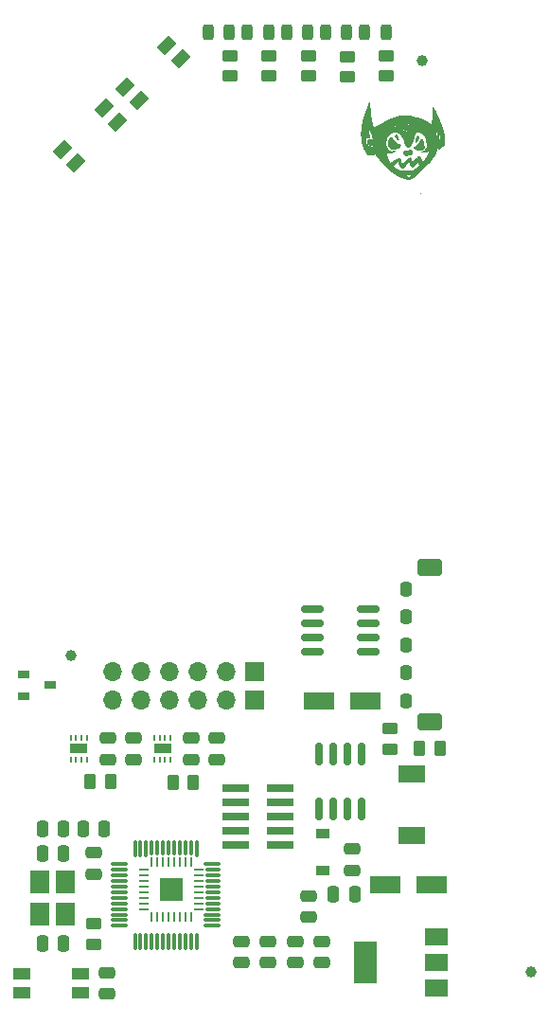
<source format=gbr>
G04 #@! TF.GenerationSoftware,KiCad,Pcbnew,(6.0.1-0)*
G04 #@! TF.CreationDate,2022-04-24T19:17:24-04:00*
G04 #@! TF.ProjectId,mobo,6d6f626f-2e6b-4696-9361-645f70636258,rev?*
G04 #@! TF.SameCoordinates,Original*
G04 #@! TF.FileFunction,Soldermask,Top*
G04 #@! TF.FilePolarity,Negative*
%FSLAX46Y46*%
G04 Gerber Fmt 4.6, Leading zero omitted, Abs format (unit mm)*
G04 Created by KiCad (PCBNEW (6.0.1-0)) date 2022-04-24 19:17:24*
%MOMM*%
%LPD*%
G01*
G04 APERTURE LIST*
G04 Aperture macros list*
%AMRoundRect*
0 Rectangle with rounded corners*
0 $1 Rounding radius*
0 $2 $3 $4 $5 $6 $7 $8 $9 X,Y pos of 4 corners*
0 Add a 4 corners polygon primitive as box body*
4,1,4,$2,$3,$4,$5,$6,$7,$8,$9,$2,$3,0*
0 Add four circle primitives for the rounded corners*
1,1,$1+$1,$2,$3*
1,1,$1+$1,$4,$5*
1,1,$1+$1,$6,$7*
1,1,$1+$1,$8,$9*
0 Add four rect primitives between the rounded corners*
20,1,$1+$1,$2,$3,$4,$5,0*
20,1,$1+$1,$4,$5,$6,$7,0*
20,1,$1+$1,$6,$7,$8,$9,0*
20,1,$1+$1,$8,$9,$2,$3,0*%
%AMRotRect*
0 Rectangle, with rotation*
0 The origin of the aperture is its center*
0 $1 length*
0 $2 width*
0 $3 Rotation angle, in degrees counterclockwise*
0 Add horizontal line*
21,1,$1,$2,0,0,$3*%
G04 Aperture macros list end*
%ADD10C,0.010000*%
%ADD11R,2.400000X1.500000*%
%ADD12RoundRect,0.250000X-0.475000X0.250000X-0.475000X-0.250000X0.475000X-0.250000X0.475000X0.250000X0*%
%ADD13RoundRect,0.250000X0.475000X-0.250000X0.475000X0.250000X-0.475000X0.250000X-0.475000X-0.250000X0*%
%ADD14R,0.250000X0.500000*%
%ADD15R,1.600000X0.900000*%
%ADD16RoundRect,0.250000X-0.262500X-0.450000X0.262500X-0.450000X0.262500X0.450000X-0.262500X0.450000X0*%
%ADD17R,1.700000X1.700000*%
%ADD18O,1.700000X1.700000*%
%ADD19RoundRect,0.062500X-0.375000X-0.062500X0.375000X-0.062500X0.375000X0.062500X-0.375000X0.062500X0*%
%ADD20RoundRect,0.062500X-0.062500X-0.375000X0.062500X-0.375000X0.062500X0.375000X-0.062500X0.375000X0*%
%ADD21R,2.000000X2.000000*%
%ADD22R,1.200000X0.900000*%
%ADD23RoundRect,0.250000X0.250000X-0.400000X0.250000X0.400000X-0.250000X0.400000X-0.250000X-0.400000X0*%
%ADD24RoundRect,0.150000X0.925000X-0.600000X0.925000X0.600000X-0.925000X0.600000X-0.925000X-0.600000X0*%
%ADD25RoundRect,0.250000X-0.450000X0.262500X-0.450000X-0.262500X0.450000X-0.262500X0.450000X0.262500X0*%
%ADD26RoundRect,0.250000X0.250000X0.475000X-0.250000X0.475000X-0.250000X-0.475000X0.250000X-0.475000X0*%
%ADD27RoundRect,0.075000X-0.662500X-0.075000X0.662500X-0.075000X0.662500X0.075000X-0.662500X0.075000X0*%
%ADD28RoundRect,0.075000X-0.075000X-0.662500X0.075000X-0.662500X0.075000X0.662500X-0.075000X0.662500X0*%
%ADD29RoundRect,0.075000X-0.575000X-0.075000X0.575000X-0.075000X0.575000X0.075000X-0.575000X0.075000X0*%
%ADD30RoundRect,0.075000X-0.075000X-0.575000X0.075000X-0.575000X0.075000X0.575000X-0.075000X0.575000X0*%
%ADD31RoundRect,0.243750X-0.243750X-0.456250X0.243750X-0.456250X0.243750X0.456250X-0.243750X0.456250X0*%
%ADD32R,2.000000X1.500000*%
%ADD33R,2.000000X3.800000*%
%ADD34R,1.800000X2.100000*%
%ADD35RoundRect,0.250000X-0.250000X-0.475000X0.250000X-0.475000X0.250000X0.475000X-0.250000X0.475000X0*%
%ADD36RoundRect,0.250000X0.450000X-0.262500X0.450000X0.262500X-0.450000X0.262500X-0.450000X-0.262500X0*%
%ADD37RoundRect,0.250000X1.137500X0.550000X-1.137500X0.550000X-1.137500X-0.550000X1.137500X-0.550000X0*%
%ADD38C,1.000000*%
%ADD39R,1.550000X1.000000*%
%ADD40RotRect,1.550000X1.000000X225.000000*%
%ADD41RoundRect,0.150000X-0.825000X-0.150000X0.825000X-0.150000X0.825000X0.150000X-0.825000X0.150000X0*%
%ADD42R,1.000000X0.700000*%
%ADD43RoundRect,0.150000X0.150000X-0.825000X0.150000X0.825000X-0.150000X0.825000X-0.150000X-0.825000X0*%
%ADD44R,2.400000X0.740000*%
G04 APERTURE END LIST*
D10*
X-2942751Y32629451D02*
X-2944432Y32624498D01*
X-2944432Y32624498D02*
X-2947312Y32619926D01*
X-2947312Y32619926D02*
X-2950794Y32616473D01*
X-2950794Y32616473D02*
X-2952075Y32617125D01*
X-2952075Y32617125D02*
X-2950394Y32622078D01*
X-2950394Y32622078D02*
X-2947514Y32626650D01*
X-2947514Y32626650D02*
X-2944032Y32630103D01*
X-2944032Y32630103D02*
X-2942751Y32629451D01*
X-2942751Y32629451D02*
X-2942751Y32629451D01*
G36*
X-2942751Y32629451D02*
G01*
X-2944432Y32624498D01*
X-2947312Y32619926D01*
X-2950794Y32616473D01*
X-2952075Y32617125D01*
X-2950394Y32622078D01*
X-2947514Y32626650D01*
X-2944032Y32630103D01*
X-2942751Y32629451D01*
G37*
X-2942751Y32629451D02*
X-2944432Y32624498D01*
X-2947312Y32619926D01*
X-2950794Y32616473D01*
X-2952075Y32617125D01*
X-2950394Y32622078D01*
X-2947514Y32626650D01*
X-2944032Y32630103D01*
X-2942751Y32629451D01*
X-7523247Y40784753D02*
X-7522766Y40776123D01*
X-7522766Y40776123D02*
X-7522362Y40762676D01*
X-7522362Y40762676D02*
X-7522051Y40745178D01*
X-7522051Y40745178D02*
X-7521849Y40724397D01*
X-7521849Y40724397D02*
X-7521772Y40701098D01*
X-7521772Y40701098D02*
X-7521782Y40690169D01*
X-7521782Y40690169D02*
X-7521565Y40647691D01*
X-7521565Y40647691D02*
X-7520765Y40599675D01*
X-7520765Y40599675D02*
X-7519418Y40546904D01*
X-7519418Y40546904D02*
X-7517562Y40490160D01*
X-7517562Y40490160D02*
X-7515233Y40430224D01*
X-7515233Y40430224D02*
X-7512468Y40367880D01*
X-7512468Y40367880D02*
X-7509303Y40303909D01*
X-7509303Y40303909D02*
X-7505774Y40239094D01*
X-7505774Y40239094D02*
X-7501919Y40174216D01*
X-7501919Y40174216D02*
X-7497773Y40110058D01*
X-7497773Y40110058D02*
X-7493375Y40047403D01*
X-7493375Y40047403D02*
X-7489065Y39990875D01*
X-7489065Y39990875D02*
X-7484970Y39942840D01*
X-7484970Y39942840D02*
X-7479989Y39890326D01*
X-7479989Y39890326D02*
X-7474230Y39834179D01*
X-7474230Y39834179D02*
X-7467800Y39775250D01*
X-7467800Y39775250D02*
X-7460807Y39714385D01*
X-7460807Y39714385D02*
X-7453359Y39652432D01*
X-7453359Y39652432D02*
X-7445565Y39590241D01*
X-7445565Y39590241D02*
X-7437532Y39528658D01*
X-7437532Y39528658D02*
X-7429367Y39468533D01*
X-7429367Y39468533D02*
X-7421179Y39410713D01*
X-7421179Y39410713D02*
X-7413077Y39356047D01*
X-7413077Y39356047D02*
X-7405166Y39305382D01*
X-7405166Y39305382D02*
X-7397557Y39259566D01*
X-7397557Y39259566D02*
X-7392134Y39229020D01*
X-7392134Y39229020D02*
X-7377855Y39153565D01*
X-7377855Y39153565D02*
X-7363669Y39083486D01*
X-7363669Y39083486D02*
X-7349348Y39017818D01*
X-7349348Y39017818D02*
X-7334664Y38955594D01*
X-7334664Y38955594D02*
X-7319389Y38895850D01*
X-7319389Y38895850D02*
X-7303293Y38837620D01*
X-7303293Y38837620D02*
X-7286149Y38779938D01*
X-7286149Y38779938D02*
X-7284839Y38775689D01*
X-7284839Y38775689D02*
X-7275944Y38747215D01*
X-7275944Y38747215D02*
X-7268348Y38723863D01*
X-7268348Y38723863D02*
X-7261620Y38704645D01*
X-7261620Y38704645D02*
X-7255331Y38688570D01*
X-7255331Y38688570D02*
X-7249052Y38674651D01*
X-7249052Y38674651D02*
X-7242355Y38661899D01*
X-7242355Y38661899D02*
X-7234810Y38649324D01*
X-7234810Y38649324D02*
X-7225987Y38635938D01*
X-7225987Y38635938D02*
X-7221079Y38628800D01*
X-7221079Y38628800D02*
X-7211769Y38614639D01*
X-7211769Y38614639D02*
X-7201447Y38597785D01*
X-7201447Y38597785D02*
X-7191928Y38581230D01*
X-7191928Y38581230D02*
X-7189310Y38576413D01*
X-7189310Y38576413D02*
X-7177716Y38554969D01*
X-7177716Y38554969D02*
X-7168423Y38538535D01*
X-7168423Y38538535D02*
X-7160954Y38526412D01*
X-7160954Y38526412D02*
X-7154835Y38517899D01*
X-7154835Y38517899D02*
X-7149592Y38512294D01*
X-7149592Y38512294D02*
X-7144748Y38508899D01*
X-7144748Y38508899D02*
X-7142960Y38508061D01*
X-7142960Y38508061D02*
X-7132681Y38504983D01*
X-7132681Y38504983D02*
X-7122436Y38504904D01*
X-7122436Y38504904D02*
X-7110560Y38508077D01*
X-7110560Y38508077D02*
X-7095387Y38514755D01*
X-7095387Y38514755D02*
X-7093880Y38515499D01*
X-7093880Y38515499D02*
X-7080855Y38521456D01*
X-7080855Y38521456D02*
X-7067792Y38526608D01*
X-7067792Y38526608D02*
X-7057469Y38529863D01*
X-7057469Y38529863D02*
X-7057273Y38529909D01*
X-7057273Y38529909D02*
X-7048146Y38533351D01*
X-7048146Y38533351D02*
X-7034927Y38540129D01*
X-7034927Y38540129D02*
X-7018566Y38549718D01*
X-7018566Y38549718D02*
X-7001711Y38560472D01*
X-7001711Y38560472D02*
X-6983318Y38572194D01*
X-6983318Y38572194D02*
X-6962693Y38584654D01*
X-6962693Y38584654D02*
X-6942223Y38596446D01*
X-6942223Y38596446D02*
X-6924296Y38606167D01*
X-6924296Y38606167D02*
X-6922513Y38607085D01*
X-6922513Y38607085D02*
X-6907076Y38615124D01*
X-6907076Y38615124D02*
X-6892511Y38622976D01*
X-6892511Y38622976D02*
X-6880374Y38629787D01*
X-6880374Y38629787D02*
X-6872219Y38634699D01*
X-6872219Y38634699D02*
X-6871713Y38635033D01*
X-6871713Y38635033D02*
X-6861479Y38641404D01*
X-6861479Y38641404D02*
X-6849014Y38648548D01*
X-6849014Y38648548D02*
X-6841550Y38652552D01*
X-6841550Y38652552D02*
X-6830741Y38658169D01*
X-6830741Y38658169D02*
X-6821064Y38663226D01*
X-6821064Y38663226D02*
X-6816150Y38665816D01*
X-6816150Y38665816D02*
X-6806819Y38669029D01*
X-6806819Y38669029D02*
X-6798688Y38670087D01*
X-6798688Y38670087D02*
X-6790726Y38671231D01*
X-6790726Y38671231D02*
X-6780254Y38674792D01*
X-6780254Y38674792D02*
X-6766620Y38681074D01*
X-6766620Y38681074D02*
X-6749171Y38690380D01*
X-6749171Y38690380D02*
X-6727258Y38703012D01*
X-6727258Y38703012D02*
X-6724611Y38704580D01*
X-6724611Y38704580D02*
X-6711778Y38712121D01*
X-6711778Y38712121D02*
X-6701015Y38718303D01*
X-6701015Y38718303D02*
X-6693443Y38722490D01*
X-6693443Y38722490D02*
X-6690183Y38724050D01*
X-6690183Y38724050D02*
X-6690176Y38724051D01*
X-6690176Y38724051D02*
X-6686709Y38725689D01*
X-6686709Y38725689D02*
X-6680529Y38729663D01*
X-6680529Y38729663D02*
X-6680116Y38729951D01*
X-6680116Y38729951D02*
X-6676137Y38732626D01*
X-6676137Y38732626D02*
X-6671083Y38735760D01*
X-6671083Y38735760D02*
X-6664080Y38739850D01*
X-6664080Y38739850D02*
X-6654255Y38745396D01*
X-6654255Y38745396D02*
X-6640735Y38752895D01*
X-6640735Y38752895D02*
X-6622646Y38762848D01*
X-6622646Y38762848D02*
X-6619300Y38764684D01*
X-6619300Y38764684D02*
X-6610458Y38769661D01*
X-6610458Y38769661D02*
X-6603800Y38773630D01*
X-6603800Y38773630D02*
X-6601838Y38774937D01*
X-6601838Y38774937D02*
X-6597289Y38777887D01*
X-6597289Y38777887D02*
X-6588514Y38782980D01*
X-6588514Y38782980D02*
X-6575089Y38790454D01*
X-6575089Y38790454D02*
X-6556592Y38800548D01*
X-6556592Y38800548D02*
X-6549450Y38804415D01*
X-6549450Y38804415D02*
X-6518096Y38821452D01*
X-6518096Y38821452D02*
X-6490308Y38836760D01*
X-6490308Y38836760D02*
X-6463999Y38851498D01*
X-6463999Y38851498D02*
X-6437082Y38866830D01*
X-6437082Y38866830D02*
X-6430388Y38870676D01*
X-6430388Y38870676D02*
X-6416110Y38878792D01*
X-6416110Y38878792D02*
X-6397523Y38889208D01*
X-6397523Y38889208D02*
X-6375913Y38901212D01*
X-6375913Y38901212D02*
X-6352563Y38914093D01*
X-6352563Y38914093D02*
X-6328755Y38927141D01*
X-6328755Y38927141D02*
X-6309738Y38937496D01*
X-6309738Y38937496D02*
X-6263070Y38962975D01*
X-6263070Y38962975D02*
X-6220619Y38986511D01*
X-6220619Y38986511D02*
X-6180902Y39008959D01*
X-6180902Y39008959D02*
X-6160005Y39021027D01*
X-6160005Y39021027D02*
X-5220713Y39021027D01*
X-5220713Y39021027D02*
X-5187375Y39017314D01*
X-5187375Y39017314D02*
X-5169237Y39014899D01*
X-5169237Y39014899D02*
X-5149462Y39011642D01*
X-5149462Y39011642D02*
X-5131380Y39008110D01*
X-5131380Y39008110D02*
X-5125463Y39006771D01*
X-5125463Y39006771D02*
X-5107095Y39003270D01*
X-5107095Y39003270D02*
X-5082537Y39000058D01*
X-5082537Y39000058D02*
X-5051942Y38997151D01*
X-5051942Y38997151D02*
X-5025900Y38995233D01*
X-5025900Y38995233D02*
X-5001595Y38993549D01*
X-5001595Y38993549D02*
X-4982084Y38991953D01*
X-4982084Y38991953D02*
X-4965821Y38990216D01*
X-4965821Y38990216D02*
X-4951257Y38988108D01*
X-4951257Y38988108D02*
X-4936846Y38985400D01*
X-4936846Y38985400D02*
X-4921041Y38981863D01*
X-4921041Y38981863D02*
X-4902293Y38977267D01*
X-4902293Y38977267D02*
X-4898900Y38976414D01*
X-4898900Y38976414D02*
X-4875473Y38970761D01*
X-4875473Y38970761D02*
X-4848968Y38964769D01*
X-4848968Y38964769D02*
X-4822091Y38959026D01*
X-4822091Y38959026D02*
X-4797546Y38954120D01*
X-4797546Y38954120D02*
X-4788913Y38952510D01*
X-4788913Y38952510D02*
X-4725571Y38938286D01*
X-4725571Y38938286D02*
X-4677788Y38924136D01*
X-4677788Y38924136D02*
X-4652742Y38916037D01*
X-4652742Y38916037D02*
X-4632488Y38909622D01*
X-4632488Y38909622D02*
X-4615799Y38904551D01*
X-4615799Y38904551D02*
X-4601448Y38900485D01*
X-4601448Y38900485D02*
X-4588209Y38897081D01*
X-4588209Y38897081D02*
X-4574855Y38894001D01*
X-4574855Y38894001D02*
X-4560159Y38890903D01*
X-4560159Y38890903D02*
X-4552375Y38889331D01*
X-4552375Y38889331D02*
X-4530322Y38884659D01*
X-4530322Y38884659D02*
X-4511073Y38879883D01*
X-4511073Y38879883D02*
X-4493115Y38874475D01*
X-4493115Y38874475D02*
X-4474932Y38867910D01*
X-4474932Y38867910D02*
X-4455009Y38859662D01*
X-4455009Y38859662D02*
X-4431833Y38849205D01*
X-4431833Y38849205D02*
X-4417438Y38842457D01*
X-4417438Y38842457D02*
X-4391510Y38830279D01*
X-4391510Y38830279D02*
X-4369920Y38820393D01*
X-4369920Y38820393D02*
X-4351317Y38812267D01*
X-4351317Y38812267D02*
X-4334351Y38805371D01*
X-4334351Y38805371D02*
X-4317672Y38799174D01*
X-4317672Y38799174D02*
X-4299929Y38793143D01*
X-4299929Y38793143D02*
X-4279772Y38786748D01*
X-4279772Y38786748D02*
X-4262064Y38781334D01*
X-4262064Y38781334D02*
X-4234861Y38773296D01*
X-4234861Y38773296D02*
X-4212099Y38767155D01*
X-4212099Y38767155D02*
X-4192236Y38762684D01*
X-4192236Y38762684D02*
X-4173728Y38759654D01*
X-4173728Y38759654D02*
X-4155033Y38757836D01*
X-4155033Y38757836D02*
X-4134608Y38757001D01*
X-4134608Y38757001D02*
X-4110911Y38756922D01*
X-4110911Y38756922D02*
X-4098350Y38757078D01*
X-4098350Y38757078D02*
X-4076963Y38757480D01*
X-4076963Y38757480D02*
X-4060449Y38758039D01*
X-4060449Y38758039D02*
X-4047332Y38758926D01*
X-4047332Y38758926D02*
X-4036134Y38760312D01*
X-4036134Y38760312D02*
X-4025379Y38762369D01*
X-4025379Y38762369D02*
X-4013591Y38765266D01*
X-4013591Y38765266D02*
X-4003100Y38768118D01*
X-4003100Y38768118D02*
X-3988983Y38771959D01*
X-3988983Y38771959D02*
X-3970223Y38776957D01*
X-3970223Y38776957D02*
X-3948336Y38782716D01*
X-3948336Y38782716D02*
X-3924836Y38788836D01*
X-3924836Y38788836D02*
X-3901237Y38794921D01*
X-3901237Y38794921D02*
X-3893563Y38796884D01*
X-3893563Y38796884D02*
X-3866943Y38803751D01*
X-3866943Y38803751D02*
X-3845427Y38809508D01*
X-3845427Y38809508D02*
X-3827943Y38814507D01*
X-3827943Y38814507D02*
X-3813417Y38819103D01*
X-3813417Y38819103D02*
X-3800774Y38823649D01*
X-3800774Y38823649D02*
X-3788942Y38828499D01*
X-3788942Y38828499D02*
X-3776846Y38834007D01*
X-3776846Y38834007D02*
X-3768142Y38838202D01*
X-3768142Y38838202D02*
X-3707880Y38865756D01*
X-3707880Y38865756D02*
X-3642708Y38891978D01*
X-3642708Y38891978D02*
X-3574013Y38916328D01*
X-3574013Y38916328D02*
X-3531613Y38929837D01*
X-3531613Y38929837D02*
X-3513913Y38935445D01*
X-3513913Y38935445D02*
X-3492449Y38942556D01*
X-3492449Y38942556D02*
X-3469398Y38950432D01*
X-3469398Y38950432D02*
X-3446938Y38958336D01*
X-3446938Y38958336D02*
X-3436363Y38962156D01*
X-3436363Y38962156D02*
X-3391169Y38977858D01*
X-3391169Y38977858D02*
X-3345356Y38992266D01*
X-3345356Y38992266D02*
X-3300806Y39004826D01*
X-3300806Y39004826D02*
X-3259405Y39014984D01*
X-3259405Y39014984D02*
X-3249038Y39017237D01*
X-3249038Y39017237D02*
X-3210938Y39025262D01*
X-3210938Y39025262D02*
X-3243202Y39025469D01*
X-3243202Y39025469D02*
X-3284761Y39028202D01*
X-3284761Y39028202D02*
X-3323691Y39036017D01*
X-3323691Y39036017D02*
X-3346393Y39043245D01*
X-3346393Y39043245D02*
X-3363554Y39049399D01*
X-3363554Y39049399D02*
X-3376128Y39053550D01*
X-3376128Y39053550D02*
X-3385476Y39055914D01*
X-3385476Y39055914D02*
X-3392961Y39056709D01*
X-3392961Y39056709D02*
X-3399944Y39056152D01*
X-3399944Y39056152D02*
X-3407788Y39054460D01*
X-3407788Y39054460D02*
X-3411246Y39053573D01*
X-3411246Y39053573D02*
X-3446804Y39044278D01*
X-3446804Y39044278D02*
X-3476919Y39036326D01*
X-3476919Y39036326D02*
X-3502300Y39029494D01*
X-3502300Y39029494D02*
X-3523657Y39023558D01*
X-3523657Y39023558D02*
X-3541701Y39018297D01*
X-3541701Y39018297D02*
X-3557140Y39013487D01*
X-3557140Y39013487D02*
X-3570686Y39008905D01*
X-3570686Y39008905D02*
X-3583048Y39004329D01*
X-3583048Y39004329D02*
X-3594937Y38999536D01*
X-3594937Y38999536D02*
X-3607062Y38994304D01*
X-3607062Y38994304D02*
X-3620134Y38988409D01*
X-3620134Y38988409D02*
X-3622727Y38987221D01*
X-3622727Y38987221D02*
X-3648385Y38975638D01*
X-3648385Y38975638D02*
X-3671024Y38965919D01*
X-3671024Y38965919D02*
X-3692054Y38957575D01*
X-3692054Y38957575D02*
X-3712882Y38950117D01*
X-3712882Y38950117D02*
X-3734917Y38943055D01*
X-3734917Y38943055D02*
X-3759566Y38935900D01*
X-3759566Y38935900D02*
X-3788240Y38928164D01*
X-3788240Y38928164D02*
X-3806250Y38923479D01*
X-3806250Y38923479D02*
X-3842425Y38914166D01*
X-3842425Y38914166D02*
X-3873327Y38906294D01*
X-3873327Y38906294D02*
X-3899840Y38899731D01*
X-3899840Y38899731D02*
X-3922844Y38894350D01*
X-3922844Y38894350D02*
X-3943222Y38890019D01*
X-3943222Y38890019D02*
X-3961854Y38886609D01*
X-3961854Y38886609D02*
X-3979621Y38883989D01*
X-3979621Y38883989D02*
X-3997406Y38882030D01*
X-3997406Y38882030D02*
X-4016090Y38880602D01*
X-4016090Y38880602D02*
X-4036554Y38879574D01*
X-4036554Y38879574D02*
X-4059679Y38878817D01*
X-4059679Y38878817D02*
X-4086348Y38878201D01*
X-4086348Y38878201D02*
X-4117400Y38877597D01*
X-4117400Y38877597D02*
X-4149455Y38877040D01*
X-4149455Y38877040D02*
X-4177479Y38876743D01*
X-4177479Y38876743D02*
X-4202382Y38876796D01*
X-4202382Y38876796D02*
X-4225073Y38877287D01*
X-4225073Y38877287D02*
X-4246460Y38878305D01*
X-4246460Y38878305D02*
X-4267454Y38879940D01*
X-4267454Y38879940D02*
X-4288962Y38882280D01*
X-4288962Y38882280D02*
X-4311895Y38885414D01*
X-4311895Y38885414D02*
X-4337161Y38889431D01*
X-4337161Y38889431D02*
X-4365669Y38894419D01*
X-4365669Y38894419D02*
X-4398328Y38900469D01*
X-4398328Y38900469D02*
X-4436047Y38907668D01*
X-4436047Y38907668D02*
X-4447600Y38909895D01*
X-4447600Y38909895D02*
X-4464358Y38913573D01*
X-4464358Y38913573D02*
X-4486208Y38919067D01*
X-4486208Y38919067D02*
X-4512242Y38926112D01*
X-4512242Y38926112D02*
X-4541553Y38934447D01*
X-4541553Y38934447D02*
X-4573232Y38943809D01*
X-4573232Y38943809D02*
X-4606371Y38953935D01*
X-4606371Y38953935D02*
X-4640063Y38964563D01*
X-4640063Y38964563D02*
X-4667895Y38973609D01*
X-4667895Y38973609D02*
X-4709225Y38989197D01*
X-4709225Y38989197D02*
X-4751928Y39008971D01*
X-4751928Y39008971D02*
X-4782989Y39025645D01*
X-4782989Y39025645D02*
X-4793288Y39031233D01*
X-4793288Y39031233D02*
X-4802509Y39035323D01*
X-4802509Y39035323D02*
X-4812371Y39038428D01*
X-4812371Y39038428D02*
X-4824596Y39041058D01*
X-4824596Y39041058D02*
X-4840905Y39043724D01*
X-4840905Y39043724D02*
X-4846744Y39044592D01*
X-4846744Y39044592D02*
X-4892845Y39050402D01*
X-4892845Y39050402D02*
X-4938649Y39054350D01*
X-4938649Y39054350D02*
X-4982651Y39056361D01*
X-4982651Y39056361D02*
X-5023350Y39056360D01*
X-5023350Y39056360D02*
X-5051759Y39054920D01*
X-5051759Y39054920D02*
X-5088035Y39051118D01*
X-5088035Y39051118D02*
X-5124817Y39045480D01*
X-5124817Y39045480D02*
X-5160001Y39038390D01*
X-5160001Y39038390D02*
X-5191481Y39030234D01*
X-5191481Y39030234D02*
X-5198362Y39028125D01*
X-5198362Y39028125D02*
X-5220713Y39021027D01*
X-5220713Y39021027D02*
X-6160005Y39021027D01*
X-6160005Y39021027D02*
X-6142434Y39031174D01*
X-6142434Y39031174D02*
X-6103733Y39054013D01*
X-6103733Y39054013D02*
X-6063316Y39078329D01*
X-6063316Y39078329D02*
X-6025931Y39101151D01*
X-6025931Y39101151D02*
X-5985756Y39125658D01*
X-5985756Y39125658D02*
X-5950052Y39147068D01*
X-5950052Y39147068D02*
X-5918004Y39165804D01*
X-5918004Y39165804D02*
X-5888800Y39182293D01*
X-5888800Y39182293D02*
X-5861626Y39196958D01*
X-5861626Y39196958D02*
X-5835669Y39210225D01*
X-5835669Y39210225D02*
X-5810115Y39222519D01*
X-5810115Y39222519D02*
X-5784152Y39234264D01*
X-5784152Y39234264D02*
X-5756967Y39245886D01*
X-5756967Y39245886D02*
X-5727745Y39257810D01*
X-5727745Y39257810D02*
X-5720775Y39260590D01*
X-5720775Y39260590D02*
X-5707350Y39265906D01*
X-5707350Y39265906D02*
X-5694738Y39270844D01*
X-5694738Y39270844D02*
X-5682429Y39275581D01*
X-5682429Y39275581D02*
X-5669911Y39280295D01*
X-5669911Y39280295D02*
X-5656672Y39285166D01*
X-5656672Y39285166D02*
X-5642202Y39290370D01*
X-5642202Y39290370D02*
X-5625989Y39296087D01*
X-5625989Y39296087D02*
X-5607522Y39302494D01*
X-5607522Y39302494D02*
X-5586289Y39309770D01*
X-5586289Y39309770D02*
X-5561778Y39318093D01*
X-5561778Y39318093D02*
X-5533480Y39327641D01*
X-5533480Y39327641D02*
X-5500881Y39338593D01*
X-5500881Y39338593D02*
X-5463472Y39351126D01*
X-5463472Y39351126D02*
X-5420740Y39365419D01*
X-5420740Y39365419D02*
X-5403275Y39371257D01*
X-5403275Y39371257D02*
X-5366751Y39383476D01*
X-5366751Y39383476D02*
X-5330731Y39395547D01*
X-5330731Y39395547D02*
X-5295872Y39407248D01*
X-5295872Y39407248D02*
X-5262834Y39418358D01*
X-5262834Y39418358D02*
X-5232274Y39428654D01*
X-5232274Y39428654D02*
X-5204851Y39437916D01*
X-5204851Y39437916D02*
X-5181223Y39445920D01*
X-5181223Y39445920D02*
X-5162048Y39452446D01*
X-5162048Y39452446D02*
X-5147985Y39457270D01*
X-5147985Y39457270D02*
X-5144060Y39458632D01*
X-5144060Y39458632D02*
X-5113166Y39468853D01*
X-5113166Y39468853D02*
X-5078684Y39479202D01*
X-5078684Y39479202D02*
X-5040239Y39489770D01*
X-5040239Y39489770D02*
X-4997457Y39500647D01*
X-4997457Y39500647D02*
X-4949964Y39511926D01*
X-4949964Y39511926D02*
X-4897385Y39523697D01*
X-4897385Y39523697D02*
X-4839347Y39536052D01*
X-4839347Y39536052D02*
X-4775474Y39549081D01*
X-4775474Y39549081D02*
X-4758750Y39552414D01*
X-4758750Y39552414D02*
X-4729355Y39558226D01*
X-4729355Y39558226D02*
X-4703248Y39563286D01*
X-4703248Y39563286D02*
X-4679752Y39567647D01*
X-4679752Y39567647D02*
X-4658186Y39571360D01*
X-4658186Y39571360D02*
X-4637874Y39574480D01*
X-4637874Y39574480D02*
X-4618136Y39577058D01*
X-4618136Y39577058D02*
X-4598294Y39579147D01*
X-4598294Y39579147D02*
X-4577670Y39580801D01*
X-4577670Y39580801D02*
X-4555584Y39582072D01*
X-4555584Y39582072D02*
X-4531358Y39583012D01*
X-4531358Y39583012D02*
X-4504314Y39583675D01*
X-4504314Y39583675D02*
X-4473773Y39584112D01*
X-4473773Y39584112D02*
X-4439056Y39584378D01*
X-4439056Y39584378D02*
X-4399485Y39584524D01*
X-4399485Y39584524D02*
X-4354382Y39584604D01*
X-4354382Y39584604D02*
X-4344413Y39584616D01*
X-4344413Y39584616D02*
X-4298747Y39584645D01*
X-4298747Y39584645D02*
X-4258777Y39584587D01*
X-4258777Y39584587D02*
X-4223847Y39584407D01*
X-4223847Y39584407D02*
X-4193305Y39584074D01*
X-4193305Y39584074D02*
X-4166495Y39583552D01*
X-4166495Y39583552D02*
X-4142762Y39582809D01*
X-4142762Y39582809D02*
X-4121454Y39581810D01*
X-4121454Y39581810D02*
X-4101915Y39580523D01*
X-4101915Y39580523D02*
X-4083490Y39578913D01*
X-4083490Y39578913D02*
X-4065527Y39576948D01*
X-4065527Y39576948D02*
X-4047370Y39574593D01*
X-4047370Y39574593D02*
X-4028364Y39571815D01*
X-4028364Y39571815D02*
X-4007857Y39568580D01*
X-4007857Y39568580D02*
X-3996750Y39566766D01*
X-3996750Y39566766D02*
X-3921031Y39553422D01*
X-3921031Y39553422D02*
X-3850283Y39539058D01*
X-3850283Y39539058D02*
X-3783168Y39523359D01*
X-3783168Y39523359D02*
X-3718346Y39506007D01*
X-3718346Y39506007D02*
X-3654479Y39486689D01*
X-3654479Y39486689D02*
X-3646121Y39483998D01*
X-3646121Y39483998D02*
X-3588676Y39465785D01*
X-3588676Y39465785D02*
X-3532561Y39448858D01*
X-3532561Y39448858D02*
X-3476521Y39432883D01*
X-3476521Y39432883D02*
X-3419304Y39417524D01*
X-3419304Y39417524D02*
X-3359658Y39402446D01*
X-3359658Y39402446D02*
X-3296328Y39387313D01*
X-3296328Y39387313D02*
X-3228064Y39371791D01*
X-3228064Y39371791D02*
X-3221436Y39370319D01*
X-3221436Y39370319D02*
X-3184424Y39362013D01*
X-3184424Y39362013D02*
X-3152948Y39354680D01*
X-3152948Y39354680D02*
X-3126306Y39348092D01*
X-3126306Y39348092D02*
X-3103800Y39342020D01*
X-3103800Y39342020D02*
X-3084729Y39336238D01*
X-3084729Y39336238D02*
X-3068393Y39330516D01*
X-3068393Y39330516D02*
X-3054092Y39324626D01*
X-3054092Y39324626D02*
X-3041125Y39318341D01*
X-3041125Y39318341D02*
X-3028794Y39311432D01*
X-3028794Y39311432D02*
X-3016397Y39303671D01*
X-3016397Y39303671D02*
X-3015932Y39303368D01*
X-3015932Y39303368D02*
X-3006824Y39298777D01*
X-3006824Y39298777D02*
X-2994326Y39294168D01*
X-2994326Y39294168D02*
X-2982482Y39290873D01*
X-2982482Y39290873D02*
X-2966216Y39286634D01*
X-2966216Y39286634D02*
X-2945301Y39280400D01*
X-2945301Y39280400D02*
X-2920957Y39272593D01*
X-2920957Y39272593D02*
X-2894406Y39263636D01*
X-2894406Y39263636D02*
X-2866869Y39253954D01*
X-2866869Y39253954D02*
X-2839569Y39243970D01*
X-2839569Y39243970D02*
X-2813725Y39234106D01*
X-2813725Y39234106D02*
X-2790560Y39224787D01*
X-2790560Y39224787D02*
X-2784687Y39222319D01*
X-2784687Y39222319D02*
X-2723843Y39195216D01*
X-2723843Y39195216D02*
X-2667501Y39167481D01*
X-2667501Y39167481D02*
X-2642613Y39154282D01*
X-2642613Y39154282D02*
X-2628189Y39146491D01*
X-2628189Y39146491D02*
X-2612408Y39138025D01*
X-2612408Y39138025D02*
X-2599750Y39131282D01*
X-2599750Y39131282D02*
X-2585917Y39123909D01*
X-2585917Y39123909D02*
X-2570113Y39115425D01*
X-2570113Y39115425D02*
X-2556888Y39108278D01*
X-2556888Y39108278D02*
X-2542463Y39100478D01*
X-2542463Y39100478D02*
X-2526681Y39091995D01*
X-2526681Y39091995D02*
X-2514025Y39085233D01*
X-2514025Y39085233D02*
X-2501571Y39078533D01*
X-2501571Y39078533D02*
X-2489353Y39071838D01*
X-2489353Y39071838D02*
X-2480688Y39066979D01*
X-2480688Y39066979D02*
X-2469741Y39060765D01*
X-2469741Y39060765D02*
X-2457549Y39053924D01*
X-2457549Y39053924D02*
X-2453700Y39051784D01*
X-2453700Y39051784D02*
X-2438003Y39042898D01*
X-2438003Y39042898D02*
X-2421311Y39033136D01*
X-2421311Y39033136D02*
X-2404605Y39023105D01*
X-2404605Y39023105D02*
X-2388865Y39013413D01*
X-2388865Y39013413D02*
X-2375070Y39004670D01*
X-2375070Y39004670D02*
X-2364198Y38997483D01*
X-2364198Y38997483D02*
X-2357231Y38992460D01*
X-2357231Y38992460D02*
X-2355275Y38990666D01*
X-2355275Y38990666D02*
X-2351835Y38987749D01*
X-2351835Y38987749D02*
X-2345075Y38982950D01*
X-2345075Y38982950D02*
X-2342010Y38980912D01*
X-2342010Y38980912D02*
X-2335338Y38976376D01*
X-2335338Y38976376D02*
X-2325389Y38969388D01*
X-2325389Y38969388D02*
X-2313196Y38960698D01*
X-2313196Y38960698D02*
X-2299790Y38951055D01*
X-2299790Y38951055D02*
X-2286204Y38941207D01*
X-2286204Y38941207D02*
X-2273472Y38931905D01*
X-2273472Y38931905D02*
X-2262625Y38923896D01*
X-2262625Y38923896D02*
X-2254697Y38917931D01*
X-2254697Y38917931D02*
X-2250721Y38914757D01*
X-2250721Y38914757D02*
X-2250500Y38914535D01*
X-2250500Y38914535D02*
X-2247224Y38911875D01*
X-2247224Y38911875D02*
X-2239367Y38906056D01*
X-2239367Y38906056D02*
X-2227568Y38897534D01*
X-2227568Y38897534D02*
X-2212464Y38886767D01*
X-2212464Y38886767D02*
X-2194694Y38874213D01*
X-2194694Y38874213D02*
X-2174897Y38860330D01*
X-2174897Y38860330D02*
X-2173738Y38859521D01*
X-2173738Y38859521D02*
X-2163249Y38852063D01*
X-2163249Y38852063D02*
X-2154469Y38845588D01*
X-2154469Y38845588D02*
X-2148977Y38841264D01*
X-2148977Y38841264D02*
X-2148338Y38840691D01*
X-2148338Y38840691D02*
X-2143548Y38836567D01*
X-2143548Y38836567D02*
X-2135737Y38830275D01*
X-2135737Y38830275D02*
X-2129850Y38825687D01*
X-2129850Y38825687D02*
X-2121769Y38819370D01*
X-2121769Y38819370D02*
X-2115906Y38814598D01*
X-2115906Y38814598D02*
X-2113975Y38812856D01*
X-2113975Y38812856D02*
X-2110978Y38810451D01*
X-2110978Y38810451D02*
X-2103742Y38805020D01*
X-2103742Y38805020D02*
X-2093186Y38797242D01*
X-2093186Y38797242D02*
X-2080229Y38787795D01*
X-2080229Y38787795D02*
X-2072006Y38781840D01*
X-2072006Y38781840D02*
X-2056558Y38770778D01*
X-2056558Y38770778D02*
X-2045305Y38763047D01*
X-2045305Y38763047D02*
X-2037356Y38758173D01*
X-2037356Y38758173D02*
X-2031824Y38755682D01*
X-2031824Y38755682D02*
X-2027821Y38755097D01*
X-2027821Y38755097D02*
X-2024456Y38755945D01*
X-2024456Y38755945D02*
X-2023955Y38756165D01*
X-2023955Y38756165D02*
X-2016065Y38758022D01*
X-2016065Y38758022D02*
X-2005170Y38757167D01*
X-2005170Y38757167D02*
X-1999887Y38756142D01*
X-1999887Y38756142D02*
X-1987552Y38753627D01*
X-1987552Y38753627D02*
X-1980067Y38753278D01*
X-1980067Y38753278D02*
X-1976043Y38756096D01*
X-1976043Y38756096D02*
X-1974087Y38763081D01*
X-1974087Y38763081D02*
X-1972809Y38775233D01*
X-1972809Y38775233D02*
X-1972771Y38775644D01*
X-1972771Y38775644D02*
X-1971216Y38790052D01*
X-1971216Y38790052D02*
X-1969010Y38807529D01*
X-1969010Y38807529D02*
X-1966374Y38826603D01*
X-1966374Y38826603D02*
X-1963530Y38845801D01*
X-1963530Y38845801D02*
X-1960697Y38863650D01*
X-1960697Y38863650D02*
X-1958097Y38878678D01*
X-1958097Y38878678D02*
X-1955951Y38889413D01*
X-1955951Y38889413D02*
X-1955323Y38891975D01*
X-1955323Y38891975D02*
X-1953445Y38901191D01*
X-1953445Y38901191D02*
X-1951612Y38913831D01*
X-1951612Y38913831D02*
X-1950360Y38925663D01*
X-1950360Y38925663D02*
X-1949534Y38933529D01*
X-1949534Y38933529D02*
X-1947941Y38946906D01*
X-1947941Y38946906D02*
X-1945682Y38965016D01*
X-1945682Y38965016D02*
X-1942858Y38987079D01*
X-1942858Y38987079D02*
X-1939569Y39012315D01*
X-1939569Y39012315D02*
X-1935914Y39039947D01*
X-1935914Y39039947D02*
X-1931995Y39069195D01*
X-1931995Y39069195D02*
X-1929720Y39086000D01*
X-1929720Y39086000D02*
X-1926108Y39112875D01*
X-1926108Y39112875D02*
X-1922005Y39143890D01*
X-1922005Y39143890D02*
X-1917493Y39178397D01*
X-1917493Y39178397D02*
X-1912654Y39215749D01*
X-1912654Y39215749D02*
X-1907568Y39255298D01*
X-1907568Y39255298D02*
X-1902317Y39296397D01*
X-1902317Y39296397D02*
X-1896983Y39338399D01*
X-1896983Y39338399D02*
X-1891646Y39380655D01*
X-1891646Y39380655D02*
X-1886388Y39422519D01*
X-1886388Y39422519D02*
X-1881290Y39463343D01*
X-1881290Y39463343D02*
X-1876433Y39502479D01*
X-1876433Y39502479D02*
X-1871899Y39539280D01*
X-1871899Y39539280D02*
X-1867769Y39573099D01*
X-1867769Y39573099D02*
X-1864125Y39603287D01*
X-1864125Y39603287D02*
X-1861047Y39629198D01*
X-1861047Y39629198D02*
X-1858617Y39650184D01*
X-1858617Y39650184D02*
X-1856916Y39665598D01*
X-1856916Y39665598D02*
X-1856767Y39667025D01*
X-1856767Y39667025D02*
X-1854950Y39688222D01*
X-1854950Y39688222D02*
X-1853399Y39713758D01*
X-1853399Y39713758D02*
X-1852114Y39742831D01*
X-1852114Y39742831D02*
X-1851096Y39774640D01*
X-1851096Y39774640D02*
X-1850345Y39808381D01*
X-1850345Y39808381D02*
X-1849863Y39843252D01*
X-1849863Y39843252D02*
X-1849651Y39878453D01*
X-1849651Y39878453D02*
X-1849708Y39913181D01*
X-1849708Y39913181D02*
X-1850036Y39946633D01*
X-1850036Y39946633D02*
X-1850636Y39978007D01*
X-1850636Y39978007D02*
X-1851509Y40006502D01*
X-1851509Y40006502D02*
X-1852654Y40031316D01*
X-1852654Y40031316D02*
X-1854074Y40051645D01*
X-1854074Y40051645D02*
X-1855769Y40066690D01*
X-1855769Y40066690D02*
X-1856368Y40070250D01*
X-1856368Y40070250D02*
X-1859547Y40087757D01*
X-1859547Y40087757D02*
X-1861741Y40102098D01*
X-1861741Y40102098D02*
X-1863336Y40116260D01*
X-1863336Y40116260D02*
X-1864717Y40133228D01*
X-1864717Y40133228D02*
X-1864980Y40136925D01*
X-1864980Y40136925D02*
X-1866374Y40152869D01*
X-1866374Y40152869D02*
X-1868428Y40171742D01*
X-1868428Y40171742D02*
X-1870768Y40190207D01*
X-1870768Y40190207D02*
X-1871543Y40195663D01*
X-1871543Y40195663D02*
X-1874599Y40217795D01*
X-1874599Y40217795D02*
X-1877334Y40240120D01*
X-1877334Y40240120D02*
X-1879590Y40261143D01*
X-1879590Y40261143D02*
X-1881211Y40279370D01*
X-1881211Y40279370D02*
X-1882041Y40293307D01*
X-1882041Y40293307D02*
X-1882114Y40296659D01*
X-1882114Y40296659D02*
X-1882200Y40308755D01*
X-1882200Y40308755D02*
X-1866642Y40288456D01*
X-1866642Y40288456D02*
X-1857816Y40277078D01*
X-1857816Y40277078D02*
X-1846695Y40262941D01*
X-1846695Y40262941D02*
X-1834990Y40248212D01*
X-1834990Y40248212D02*
X-1828282Y40239847D01*
X-1828282Y40239847D02*
X-1818250Y40227062D01*
X-1818250Y40227062D02*
X-1808992Y40214677D01*
X-1808992Y40214677D02*
X-1801700Y40204319D01*
X-1801700Y40204319D02*
X-1798227Y40198838D01*
X-1798227Y40198838D02*
X-1794611Y40192555D01*
X-1794611Y40192555D02*
X-1788344Y40181712D01*
X-1788344Y40181712D02*
X-1779964Y40167243D01*
X-1779964Y40167243D02*
X-1770012Y40150077D01*
X-1770012Y40150077D02*
X-1759026Y40131146D01*
X-1759026Y40131146D02*
X-1751320Y40117875D01*
X-1751320Y40117875D02*
X-1725937Y40073784D01*
X-1725937Y40073784D02*
X-1703464Y40033791D01*
X-1703464Y40033791D02*
X-1683309Y39996698D01*
X-1683309Y39996698D02*
X-1664882Y39961308D01*
X-1664882Y39961308D02*
X-1647590Y39926421D01*
X-1647590Y39926421D02*
X-1630844Y39890839D01*
X-1630844Y39890839D02*
X-1614051Y39853364D01*
X-1614051Y39853364D02*
X-1596620Y39812796D01*
X-1596620Y39812796D02*
X-1577960Y39767937D01*
X-1577960Y39767937D02*
X-1574338Y39759100D01*
X-1574338Y39759100D02*
X-1557980Y39719174D01*
X-1557980Y39719174D02*
X-1543627Y39684303D01*
X-1543627Y39684303D02*
X-1530911Y39653653D01*
X-1530911Y39653653D02*
X-1519464Y39626388D01*
X-1519464Y39626388D02*
X-1508919Y39601675D01*
X-1508919Y39601675D02*
X-1498908Y39578678D01*
X-1498908Y39578678D02*
X-1489063Y39556563D01*
X-1489063Y39556563D02*
X-1479016Y39534494D01*
X-1479016Y39534494D02*
X-1468400Y39511638D01*
X-1468400Y39511638D02*
X-1456846Y39487160D01*
X-1456846Y39487160D02*
X-1443987Y39460224D01*
X-1443987Y39460224D02*
X-1429455Y39429996D01*
X-1429455Y39429996D02*
X-1427994Y39426964D01*
X-1427994Y39426964D02*
X-1396401Y39361166D01*
X-1396401Y39361166D02*
X-1367406Y39300224D01*
X-1367406Y39300224D02*
X-1340664Y39243364D01*
X-1340664Y39243364D02*
X-1315833Y39189813D01*
X-1315833Y39189813D02*
X-1292570Y39138798D01*
X-1292570Y39138798D02*
X-1270533Y39089546D01*
X-1270533Y39089546D02*
X-1249378Y39041283D01*
X-1249378Y39041283D02*
X-1228763Y38993237D01*
X-1228763Y38993237D02*
X-1208345Y38944634D01*
X-1208345Y38944634D02*
X-1187780Y38894701D01*
X-1187780Y38894701D02*
X-1166727Y38842664D01*
X-1166727Y38842664D02*
X-1147278Y38793900D01*
X-1147278Y38793900D02*
X-1118149Y38719944D01*
X-1118149Y38719944D02*
X-1091558Y38651367D01*
X-1091558Y38651367D02*
X-1067375Y38587789D01*
X-1067375Y38587789D02*
X-1045473Y38528825D01*
X-1045473Y38528825D02*
X-1025722Y38474094D01*
X-1025722Y38474094D02*
X-1007995Y38423212D01*
X-1007995Y38423212D02*
X-992163Y38375798D01*
X-992163Y38375798D02*
X-978097Y38331467D01*
X-978097Y38331467D02*
X-965670Y38289838D01*
X-965670Y38289838D02*
X-954751Y38250528D01*
X-954751Y38250528D02*
X-945214Y38213153D01*
X-945214Y38213153D02*
X-936929Y38177332D01*
X-936929Y38177332D02*
X-931401Y38150963D01*
X-931401Y38150963D02*
X-927198Y38129199D01*
X-927198Y38129199D02*
X-922207Y38102063D01*
X-922207Y38102063D02*
X-916580Y38070461D01*
X-916580Y38070461D02*
X-910466Y38035302D01*
X-910466Y38035302D02*
X-904017Y37997494D01*
X-904017Y37997494D02*
X-897383Y37957943D01*
X-897383Y37957943D02*
X-890716Y37917557D01*
X-890716Y37917557D02*
X-884165Y37877245D01*
X-884165Y37877245D02*
X-877882Y37837913D01*
X-877882Y37837913D02*
X-872017Y37800470D01*
X-872017Y37800470D02*
X-866722Y37765822D01*
X-866722Y37765822D02*
X-862146Y37734878D01*
X-862146Y37734878D02*
X-861206Y37728343D01*
X-861206Y37728343D02*
X-858410Y37703368D01*
X-858410Y37703368D02*
X-856313Y37673063D01*
X-856313Y37673063D02*
X-854919Y37638409D01*
X-854919Y37638409D02*
X-854234Y37600391D01*
X-854234Y37600391D02*
X-854263Y37559988D01*
X-854263Y37559988D02*
X-855013Y37518185D01*
X-855013Y37518185D02*
X-856488Y37475962D01*
X-856488Y37475962D02*
X-858695Y37434303D01*
X-858695Y37434303D02*
X-859484Y37422300D01*
X-859484Y37422300D02*
X-862963Y37370065D01*
X-862963Y37370065D02*
X-865818Y37323227D01*
X-865818Y37323227D02*
X-868081Y37280870D01*
X-868081Y37280870D02*
X-869780Y37242074D01*
X-869780Y37242074D02*
X-870948Y37205921D01*
X-870948Y37205921D02*
X-871615Y37171494D01*
X-871615Y37171494D02*
X-871812Y37137873D01*
X-871812Y37137873D02*
X-871569Y37104142D01*
X-871569Y37104142D02*
X-871074Y37076225D01*
X-871074Y37076225D02*
X-868952Y36979388D01*
X-868952Y36979388D02*
X-877895Y36967766D01*
X-877895Y36967766D02*
X-887488Y36956991D01*
X-887488Y36956991D02*
X-901902Y36943148D01*
X-901902Y36943148D02*
X-920628Y36926617D01*
X-920628Y36926617D02*
X-943157Y36907781D01*
X-943157Y36907781D02*
X-968980Y36887022D01*
X-968980Y36887022D02*
X-997587Y36864720D01*
X-997587Y36864720D02*
X-1028470Y36841259D01*
X-1028470Y36841259D02*
X-1061118Y36817020D01*
X-1061118Y36817020D02*
X-1095023Y36792385D01*
X-1095023Y36792385D02*
X-1129675Y36767736D01*
X-1129675Y36767736D02*
X-1164566Y36743453D01*
X-1164566Y36743453D02*
X-1199186Y36719920D01*
X-1199186Y36719920D02*
X-1233025Y36697518D01*
X-1233025Y36697518D02*
X-1265575Y36676629D01*
X-1265575Y36676629D02*
X-1269425Y36674207D01*
X-1269425Y36674207D02*
X-1288188Y36662342D01*
X-1288188Y36662342D02*
X-1307896Y36649719D01*
X-1307896Y36649719D02*
X-1326781Y36637481D01*
X-1326781Y36637481D02*
X-1343075Y36626772D01*
X-1343075Y36626772D02*
X-1350729Y36621652D01*
X-1350729Y36621652D02*
X-1363189Y36613318D01*
X-1363189Y36613318D02*
X-1373659Y36606468D01*
X-1373659Y36606468D02*
X-1381070Y36601792D01*
X-1381070Y36601792D02*
X-1384352Y36599979D01*
X-1384352Y36599979D02*
X-1384384Y36599975D01*
X-1384384Y36599975D02*
X-1384301Y36602777D01*
X-1384301Y36602777D02*
X-1382703Y36610227D01*
X-1382703Y36610227D02*
X-1379913Y36620896D01*
X-1379913Y36620896D02*
X-1378870Y36624582D01*
X-1378870Y36624582D02*
X-1368438Y36671148D01*
X-1368438Y36671148D02*
X-1364128Y36717444D01*
X-1364128Y36717444D02*
X-1365074Y36755706D01*
X-1365074Y36755706D02*
X-1366519Y36772847D01*
X-1366519Y36772847D02*
X-1368175Y36789481D01*
X-1368175Y36789481D02*
X-1369828Y36803598D01*
X-1369828Y36803598D02*
X-1371135Y36812490D01*
X-1371135Y36812490D02*
X-1372823Y36825494D01*
X-1372823Y36825494D02*
X-1373936Y36840795D01*
X-1373936Y36840795D02*
X-1374200Y36850828D01*
X-1374200Y36850828D02*
X-1377022Y36876126D01*
X-1377022Y36876126D02*
X-1385442Y36904081D01*
X-1385442Y36904081D02*
X-1399389Y36934485D01*
X-1399389Y36934485D02*
X-1405786Y36946050D01*
X-1405786Y36946050D02*
X-1413704Y36960917D01*
X-1413704Y36960917D02*
X-1421198Y36976937D01*
X-1421198Y36976937D02*
X-1426988Y36991319D01*
X-1426988Y36991319D02*
X-1428318Y36995263D01*
X-1428318Y36995263D02*
X-1434351Y37014123D01*
X-1434351Y37014123D02*
X-1439305Y37028207D01*
X-1439305Y37028207D02*
X-1443852Y37038843D01*
X-1443852Y37038843D02*
X-1448669Y37047357D01*
X-1448669Y37047357D02*
X-1454429Y37055076D01*
X-1454429Y37055076D02*
X-1461809Y37063328D01*
X-1461809Y37063328D02*
X-1464250Y37065907D01*
X-1464250Y37065907D02*
X-1473083Y37074873D01*
X-1473083Y37074873D02*
X-1480391Y37081730D01*
X-1480391Y37081730D02*
X-1485010Y37085409D01*
X-1485010Y37085409D02*
X-1485829Y37085750D01*
X-1485829Y37085750D02*
X-1487856Y37082873D01*
X-1487856Y37082873D02*
X-1488380Y37075044D01*
X-1488380Y37075044D02*
X-1487456Y37063467D01*
X-1487456Y37063467D02*
X-1485137Y37049347D01*
X-1485137Y37049347D02*
X-1483971Y37043879D01*
X-1483971Y37043879D02*
X-1482798Y37037467D01*
X-1482798Y37037467D02*
X-1481863Y37029302D01*
X-1481863Y37029302D02*
X-1481154Y37018766D01*
X-1481154Y37018766D02*
X-1480657Y37005237D01*
X-1480657Y37005237D02*
X-1480358Y36988095D01*
X-1480358Y36988095D02*
X-1480242Y36966720D01*
X-1480242Y36966720D02*
X-1480297Y36940493D01*
X-1480297Y36940493D02*
X-1480509Y36908793D01*
X-1480509Y36908793D02*
X-1480638Y36893993D01*
X-1480638Y36893993D02*
X-1481043Y36856347D01*
X-1481043Y36856347D02*
X-1481551Y36824219D01*
X-1481551Y36824219D02*
X-1482230Y36796778D01*
X-1482230Y36796778D02*
X-1483149Y36773192D01*
X-1483149Y36773192D02*
X-1484376Y36752629D01*
X-1484376Y36752629D02*
X-1485977Y36734259D01*
X-1485977Y36734259D02*
X-1488020Y36717248D01*
X-1488020Y36717248D02*
X-1490575Y36700767D01*
X-1490575Y36700767D02*
X-1493707Y36683982D01*
X-1493707Y36683982D02*
X-1497485Y36666063D01*
X-1497485Y36666063D02*
X-1500197Y36653950D01*
X-1500197Y36653950D02*
X-1504627Y36634310D01*
X-1504627Y36634310D02*
X-1509099Y36614213D01*
X-1509099Y36614213D02*
X-1513172Y36595653D01*
X-1513172Y36595653D02*
X-1516407Y36580627D01*
X-1516407Y36580627D02*
X-1517218Y36576770D01*
X-1517218Y36576770D02*
X-1522356Y36553988D01*
X-1522356Y36553988D02*
X-1528108Y36532612D01*
X-1528108Y36532612D02*
X-1534902Y36511507D01*
X-1534902Y36511507D02*
X-1543166Y36489540D01*
X-1543166Y36489540D02*
X-1553328Y36465578D01*
X-1553328Y36465578D02*
X-1565818Y36438487D01*
X-1565818Y36438487D02*
X-1581064Y36407134D01*
X-1581064Y36407134D02*
X-1582264Y36404713D01*
X-1582264Y36404713D02*
X-1604943Y36357489D01*
X-1604943Y36357489D02*
X-1623840Y36314822D01*
X-1623840Y36314822D02*
X-1639130Y36276309D01*
X-1639130Y36276309D02*
X-1642087Y36268188D01*
X-1642087Y36268188D02*
X-1651893Y36241299D01*
X-1651893Y36241299D02*
X-1661572Y36216024D01*
X-1661572Y36216024D02*
X-1671397Y36191890D01*
X-1671397Y36191890D02*
X-1681641Y36168423D01*
X-1681641Y36168423D02*
X-1692578Y36145151D01*
X-1692578Y36145151D02*
X-1704481Y36121600D01*
X-1704481Y36121600D02*
X-1717623Y36097296D01*
X-1717623Y36097296D02*
X-1732277Y36071767D01*
X-1732277Y36071767D02*
X-1748718Y36044539D01*
X-1748718Y36044539D02*
X-1767218Y36015139D01*
X-1767218Y36015139D02*
X-1788051Y35983094D01*
X-1788051Y35983094D02*
X-1811490Y35947930D01*
X-1811490Y35947930D02*
X-1837809Y35909173D01*
X-1837809Y35909173D02*
X-1867280Y35866352D01*
X-1867280Y35866352D02*
X-1900177Y35818991D01*
X-1900177Y35818991D02*
X-1907973Y35807813D01*
X-1907973Y35807813D02*
X-1926765Y35780871D01*
X-1926765Y35780871D02*
X-1945794Y35753562D01*
X-1945794Y35753562D02*
X-1964466Y35726742D01*
X-1964466Y35726742D02*
X-1982187Y35701263D01*
X-1982187Y35701263D02*
X-1998362Y35677983D01*
X-1998362Y35677983D02*
X-2012398Y35657754D01*
X-2012398Y35657754D02*
X-2023699Y35641431D01*
X-2023699Y35641431D02*
X-2028295Y35634775D01*
X-2028295Y35634775D02*
X-2053121Y35599244D01*
X-2053121Y35599244D02*
X-2076049Y35567557D01*
X-2076049Y35567557D02*
X-2098079Y35538483D01*
X-2098079Y35538483D02*
X-2120212Y35510789D01*
X-2120212Y35510789D02*
X-2143446Y35483245D01*
X-2143446Y35483245D02*
X-2168784Y35454619D01*
X-2168784Y35454619D02*
X-2197225Y35423681D01*
X-2197225Y35423681D02*
X-2215953Y35403750D01*
X-2215953Y35403750D02*
X-2230727Y35388340D01*
X-2230727Y35388340D02*
X-2249177Y35369442D01*
X-2249177Y35369442D02*
X-2270806Y35347542D01*
X-2270806Y35347542D02*
X-2295119Y35323126D01*
X-2295119Y35323126D02*
X-2321621Y35296679D01*
X-2321621Y35296679D02*
X-2349815Y35268687D01*
X-2349815Y35268687D02*
X-2379207Y35239636D01*
X-2379207Y35239636D02*
X-2409300Y35210010D01*
X-2409300Y35210010D02*
X-2439600Y35180295D01*
X-2439600Y35180295D02*
X-2469610Y35150977D01*
X-2469610Y35150977D02*
X-2498836Y35122541D01*
X-2498836Y35122541D02*
X-2526782Y35095474D01*
X-2526782Y35095474D02*
X-2552952Y35070259D01*
X-2552952Y35070259D02*
X-2576851Y35047384D01*
X-2576851Y35047384D02*
X-2597983Y35027333D01*
X-2597983Y35027333D02*
X-2615853Y35010592D01*
X-2615853Y35010592D02*
X-2629965Y34997647D01*
X-2629965Y34997647D02*
X-2635002Y34993149D01*
X-2635002Y34993149D02*
X-2670709Y34961069D01*
X-2670709Y34961069D02*
X-2710311Y34924371D01*
X-2710311Y34924371D02*
X-2753586Y34883273D01*
X-2753586Y34883273D02*
X-2800316Y34837993D01*
X-2800316Y34837993D02*
X-2850279Y34788748D01*
X-2850279Y34788748D02*
X-2903254Y34735756D01*
X-2903254Y34735756D02*
X-2959022Y34679236D01*
X-2959022Y34679236D02*
X-3017362Y34619406D01*
X-3017362Y34619406D02*
X-3078054Y34556482D01*
X-3078054Y34556482D02*
X-3100550Y34532996D01*
X-3100550Y34532996D02*
X-3155069Y34476786D01*
X-3155069Y34476786D02*
X-3207013Y34424965D01*
X-3207013Y34424965D02*
X-3257337Y34376640D01*
X-3257337Y34376640D02*
X-3306991Y34330918D01*
X-3306991Y34330918D02*
X-3356930Y34286908D01*
X-3356930Y34286908D02*
X-3408104Y34243716D01*
X-3408104Y34243716D02*
X-3418288Y34235330D01*
X-3418288Y34235330D02*
X-3436369Y34220771D01*
X-3436369Y34220771D02*
X-3458575Y34203326D01*
X-3458575Y34203326D02*
X-3483857Y34183789D01*
X-3483857Y34183789D02*
X-3511162Y34162951D01*
X-3511162Y34162951D02*
X-3539441Y34141604D01*
X-3539441Y34141604D02*
X-3567641Y34120541D01*
X-3567641Y34120541D02*
X-3594713Y34100555D01*
X-3594713Y34100555D02*
X-3619606Y34082437D01*
X-3619606Y34082437D02*
X-3641268Y34066979D01*
X-3641268Y34066979D02*
X-3645913Y34063723D01*
X-3645913Y34063723D02*
X-3660595Y34053706D01*
X-3660595Y34053706D02*
X-3678303Y34041997D01*
X-3678303Y34041997D02*
X-3698193Y34029120D01*
X-3698193Y34029120D02*
X-3719419Y34015599D01*
X-3719419Y34015599D02*
X-3741136Y34001958D01*
X-3741136Y34001958D02*
X-3762501Y33988720D01*
X-3762501Y33988720D02*
X-3782669Y33976409D01*
X-3782669Y33976409D02*
X-3800794Y33965549D01*
X-3800794Y33965549D02*
X-3816032Y33956665D01*
X-3816032Y33956665D02*
X-3827538Y33950279D01*
X-3827538Y33950279D02*
X-3833861Y33947162D01*
X-3833861Y33947162D02*
X-3841472Y33944884D01*
X-3841472Y33944884D02*
X-3854574Y33942000D01*
X-3854574Y33942000D02*
X-3872352Y33938627D01*
X-3872352Y33938627D02*
X-3893988Y33934885D01*
X-3893988Y33934885D02*
X-3918666Y33930889D01*
X-3918666Y33930889D02*
X-3945569Y33926760D01*
X-3945569Y33926760D02*
X-3973880Y33922613D01*
X-3973880Y33922613D02*
X-4002783Y33918568D01*
X-4002783Y33918568D02*
X-4031460Y33914742D01*
X-4031460Y33914742D02*
X-4059096Y33911253D01*
X-4059096Y33911253D02*
X-4084874Y33908218D01*
X-4084874Y33908218D02*
X-4107976Y33905757D01*
X-4107976Y33905757D02*
X-4127586Y33903985D01*
X-4127586Y33903985D02*
X-4138038Y33903262D01*
X-4138038Y33903262D02*
X-4153065Y33902814D01*
X-4153065Y33902814D02*
X-4167682Y33903072D01*
X-4167682Y33903072D02*
X-4179298Y33903973D01*
X-4179298Y33903973D02*
X-4181671Y33904334D01*
X-4181671Y33904334D02*
X-4192574Y33906944D01*
X-4192574Y33906944D02*
X-4209288Y33911890D01*
X-4209288Y33911890D02*
X-4231733Y33919142D01*
X-4231733Y33919142D02*
X-4259827Y33928671D01*
X-4259827Y33928671D02*
X-4293488Y33940448D01*
X-4293488Y33940448D02*
X-4332635Y33954445D01*
X-4332635Y33954445D02*
X-4377186Y33970633D01*
X-4377186Y33970633D02*
X-4427061Y33988983D01*
X-4427061Y33988983D02*
X-4482176Y34009466D01*
X-4482176Y34009466D02*
X-4536500Y34029816D01*
X-4536500Y34029816D02*
X-4577089Y34045077D01*
X-4577089Y34045077D02*
X-4613274Y34058727D01*
X-4613274Y34058727D02*
X-4645671Y34071044D01*
X-4645671Y34071044D02*
X-4674896Y34082308D01*
X-4674896Y34082308D02*
X-4701566Y34092797D01*
X-4701566Y34092797D02*
X-4726296Y34102790D01*
X-4726296Y34102790D02*
X-4749701Y34112567D01*
X-4749701Y34112567D02*
X-4772399Y34122405D01*
X-4772399Y34122405D02*
X-4795005Y34132583D01*
X-4795005Y34132583D02*
X-4818135Y34143382D01*
X-4818135Y34143382D02*
X-4842405Y34155079D01*
X-4842405Y34155079D02*
X-4868430Y34167953D01*
X-4868430Y34167953D02*
X-4896828Y34182284D01*
X-4896828Y34182284D02*
X-4919125Y34193698D01*
X-4919125Y34193698D02*
X-4279681Y34193698D01*
X-4279681Y34193698D02*
X-4274693Y34184051D01*
X-4274693Y34184051D02*
X-4267767Y34173651D01*
X-4267767Y34173651D02*
X-4257150Y34161155D01*
X-4257150Y34161155D02*
X-4244369Y34148089D01*
X-4244369Y34148089D02*
X-4230948Y34135981D01*
X-4230948Y34135981D02*
X-4218412Y34126356D01*
X-4218412Y34126356D02*
X-4214649Y34123937D01*
X-4214649Y34123937D02*
X-4179582Y34106458D01*
X-4179582Y34106458D02*
X-4140614Y34093918D01*
X-4140614Y34093918D02*
X-4130183Y34091535D01*
X-4130183Y34091535D02*
X-4110994Y34088539D01*
X-4110994Y34088539D02*
X-4087933Y34086575D01*
X-4087933Y34086575D02*
X-4062934Y34085661D01*
X-4062934Y34085661D02*
X-4037931Y34085817D01*
X-4037931Y34085817D02*
X-4014861Y34087064D01*
X-4014861Y34087064D02*
X-3995658Y34089421D01*
X-3995658Y34089421D02*
X-3991988Y34090123D01*
X-3991988Y34090123D02*
X-3971889Y34095986D01*
X-3971889Y34095986D02*
X-3949385Y34105283D01*
X-3949385Y34105283D02*
X-3926572Y34116969D01*
X-3926572Y34116969D02*
X-3905546Y34130000D01*
X-3905546Y34130000D02*
X-3892716Y34139608D01*
X-3892716Y34139608D02*
X-3880362Y34150935D01*
X-3880362Y34150935D02*
X-3867430Y34164551D01*
X-3867430Y34164551D02*
X-3857176Y34176931D01*
X-3857176Y34176931D02*
X-3848991Y34189205D01*
X-3848991Y34189205D02*
X-3840607Y34204045D01*
X-3840607Y34204045D02*
X-3832721Y34219931D01*
X-3832721Y34219931D02*
X-3826030Y34235344D01*
X-3826030Y34235344D02*
X-3821234Y34248763D01*
X-3821234Y34248763D02*
X-3819031Y34258669D01*
X-3819031Y34258669D02*
X-3818962Y34260120D01*
X-3818962Y34260120D02*
X-3820836Y34269865D01*
X-3820836Y34269865D02*
X-3826783Y34279748D01*
X-3826783Y34279748D02*
X-3837339Y34290360D01*
X-3837339Y34290360D02*
X-3853039Y34302295D01*
X-3853039Y34302295D02*
X-3863131Y34309038D01*
X-3863131Y34309038D02*
X-3878496Y34318979D01*
X-3878496Y34318979D02*
X-3890893Y34326709D01*
X-3890893Y34326709D02*
X-3901447Y34332514D01*
X-3901447Y34332514D02*
X-3911280Y34336678D01*
X-3911280Y34336678D02*
X-3921516Y34339486D01*
X-3921516Y34339486D02*
X-3933279Y34341223D01*
X-3933279Y34341223D02*
X-3947692Y34342175D01*
X-3947692Y34342175D02*
X-3965881Y34342626D01*
X-3965881Y34342626D02*
X-3988967Y34342862D01*
X-3988967Y34342862D02*
X-3996750Y34342930D01*
X-3996750Y34342930D02*
X-4058663Y34343500D01*
X-4058663Y34343500D02*
X-4096763Y34328693D01*
X-4096763Y34328693D02*
X-4113412Y34322084D01*
X-4113412Y34322084D02*
X-4129959Y34315280D01*
X-4129959Y34315280D02*
X-4144405Y34309114D01*
X-4144405Y34309114D02*
X-4154125Y34304722D01*
X-4154125Y34304722D02*
X-4174210Y34293138D01*
X-4174210Y34293138D02*
X-4196586Y34276579D01*
X-4196586Y34276579D02*
X-4220517Y34255649D01*
X-4220517Y34255649D02*
X-4245267Y34230954D01*
X-4245267Y34230954D02*
X-4250496Y34225351D01*
X-4250496Y34225351D02*
X-4279681Y34193698D01*
X-4279681Y34193698D02*
X-4919125Y34193698D01*
X-4919125Y34193698D02*
X-4928213Y34198350D01*
X-4928213Y34198350D02*
X-4963203Y34216430D01*
X-4963203Y34216430D02*
X-5002412Y34236803D01*
X-5002412Y34236803D02*
X-5046457Y34259748D01*
X-5046457Y34259748D02*
X-5060375Y34267002D01*
X-5060375Y34267002D02*
X-5145113Y34312576D01*
X-5145113Y34312576D02*
X-5227901Y34359889D01*
X-5227901Y34359889D02*
X-5308199Y34408574D01*
X-5308199Y34408574D02*
X-5385467Y34458263D01*
X-5385467Y34458263D02*
X-5459167Y34508587D01*
X-5459167Y34508587D02*
X-5528759Y34559180D01*
X-5528759Y34559180D02*
X-5593704Y34609673D01*
X-5593704Y34609673D02*
X-5653462Y34659699D01*
X-5653462Y34659699D02*
X-5704944Y34706463D01*
X-5704944Y34706463D02*
X-5725231Y34725989D01*
X-5725231Y34725989D02*
X-5749249Y34749553D01*
X-5749249Y34749553D02*
X-5776400Y34776542D01*
X-5776400Y34776542D02*
X-5806088Y34806347D01*
X-5806088Y34806347D02*
X-5837717Y34838356D01*
X-5837717Y34838356D02*
X-5870691Y34871958D01*
X-5870691Y34871958D02*
X-5904414Y34906542D01*
X-5904414Y34906542D02*
X-5938289Y34941496D01*
X-5938289Y34941496D02*
X-5971720Y34976210D01*
X-5971720Y34976210D02*
X-6004111Y35010073D01*
X-6004111Y35010073D02*
X-6034865Y35042473D01*
X-6034865Y35042473D02*
X-6063387Y35072800D01*
X-6063387Y35072800D02*
X-6084074Y35095025D01*
X-6084074Y35095025D02*
X-6091759Y35103319D01*
X-6091759Y35103319D02*
X-5498181Y35103319D01*
X-5498181Y35103319D02*
X-5496571Y35100087D01*
X-5496571Y35100087D02*
X-5492730Y35095252D01*
X-5492730Y35095252D02*
X-5486202Y35088305D01*
X-5486202Y35088305D02*
X-5476528Y35078740D01*
X-5476528Y35078740D02*
X-5463251Y35066047D01*
X-5463251Y35066047D02*
X-5445911Y35049720D01*
X-5445911Y35049720D02*
X-5439391Y35043608D01*
X-5439391Y35043608D02*
X-5394370Y35002061D01*
X-5394370Y35002061D02*
X-5352853Y34965099D01*
X-5352853Y34965099D02*
X-5314376Y34932353D01*
X-5314376Y34932353D02*
X-5278474Y34903452D01*
X-5278474Y34903452D02*
X-5244680Y34878026D01*
X-5244680Y34878026D02*
X-5212530Y34855705D01*
X-5212530Y34855705D02*
X-5181559Y34836118D01*
X-5181559Y34836118D02*
X-5169913Y34829264D01*
X-5169913Y34829264D02*
X-5157568Y34822342D01*
X-5157568Y34822342D02*
X-5140879Y34813273D01*
X-5140879Y34813273D02*
X-5120524Y34802406D01*
X-5120524Y34802406D02*
X-5097181Y34790087D01*
X-5097181Y34790087D02*
X-5071527Y34776664D01*
X-5071527Y34776664D02*
X-5044238Y34762484D01*
X-5044238Y34762484D02*
X-5015992Y34747895D01*
X-5015992Y34747895D02*
X-4987467Y34733243D01*
X-4987467Y34733243D02*
X-4959340Y34718875D01*
X-4959340Y34718875D02*
X-4932287Y34705139D01*
X-4932287Y34705139D02*
X-4906987Y34692383D01*
X-4906987Y34692383D02*
X-4884117Y34680952D01*
X-4884117Y34680952D02*
X-4864354Y34671196D01*
X-4864354Y34671196D02*
X-4848375Y34663459D01*
X-4848375Y34663459D02*
X-4836857Y34658091D01*
X-4836857Y34658091D02*
X-4831775Y34655914D01*
X-4831775Y34655914D02*
X-4819825Y34651491D01*
X-4819825Y34651491D02*
X-4807542Y34647560D01*
X-4807542Y34647560D02*
X-4794357Y34644046D01*
X-4794357Y34644046D02*
X-4779699Y34640873D01*
X-4779699Y34640873D02*
X-4762998Y34637964D01*
X-4762998Y34637964D02*
X-4743683Y34635245D01*
X-4743683Y34635245D02*
X-4721184Y34632637D01*
X-4721184Y34632637D02*
X-4694931Y34630067D01*
X-4694931Y34630067D02*
X-4664353Y34627456D01*
X-4664353Y34627456D02*
X-4628880Y34624730D01*
X-4628880Y34624730D02*
X-4587941Y34621813D01*
X-4587941Y34621813D02*
X-4563488Y34620140D01*
X-4563488Y34620140D02*
X-4527614Y34617780D01*
X-4527614Y34617780D02*
X-4496980Y34615938D01*
X-4496980Y34615938D02*
X-4470501Y34614575D01*
X-4470501Y34614575D02*
X-4447092Y34613655D01*
X-4447092Y34613655D02*
X-4425667Y34613142D01*
X-4425667Y34613142D02*
X-4405141Y34612997D01*
X-4405141Y34612997D02*
X-4384429Y34613186D01*
X-4384429Y34613186D02*
X-4368225Y34613521D01*
X-4368225Y34613521D02*
X-4340619Y34614359D01*
X-4340619Y34614359D02*
X-4315997Y34615519D01*
X-4315997Y34615519D02*
X-4293135Y34617154D01*
X-4293135Y34617154D02*
X-4270813Y34619417D01*
X-4270813Y34619417D02*
X-4247807Y34622458D01*
X-4247807Y34622458D02*
X-4222896Y34626432D01*
X-4222896Y34626432D02*
X-4194858Y34631490D01*
X-4194858Y34631490D02*
X-4162470Y34637784D01*
X-4162470Y34637784D02*
X-4144388Y34641416D01*
X-4144388Y34641416D02*
X-4097894Y34650081D01*
X-4097894Y34650081D02*
X-4056269Y34656102D01*
X-4056269Y34656102D02*
X-4018584Y34659424D01*
X-4018584Y34659424D02*
X-3983908Y34659995D01*
X-3983908Y34659995D02*
X-3951315Y34657762D01*
X-3951315Y34657762D02*
X-3919875Y34652670D01*
X-3919875Y34652670D02*
X-3888658Y34644667D01*
X-3888658Y34644667D02*
X-3856737Y34633700D01*
X-3856737Y34633700D02*
X-3831650Y34623442D01*
X-3831650Y34623442D02*
X-3811600Y34615160D01*
X-3811600Y34615160D02*
X-3796849Y34609986D01*
X-3796849Y34609986D02*
X-3787195Y34607855D01*
X-3787195Y34607855D02*
X-3784025Y34607948D01*
X-3784025Y34607948D02*
X-3778087Y34609917D01*
X-3778087Y34609917D02*
X-3767872Y34614005D01*
X-3767872Y34614005D02*
X-3754841Y34619605D01*
X-3754841Y34619605D02*
X-3741163Y34625781D01*
X-3741163Y34625781D02*
X-3712859Y34639327D01*
X-3712859Y34639327D02*
X-3685341Y34653524D01*
X-3685341Y34653524D02*
X-3657798Y34668872D01*
X-3657798Y34668872D02*
X-3629418Y34685874D01*
X-3629418Y34685874D02*
X-3599388Y34705030D01*
X-3599388Y34705030D02*
X-3566896Y34726842D01*
X-3566896Y34726842D02*
X-3531130Y34751812D01*
X-3531130Y34751812D02*
X-3494680Y34777973D01*
X-3494680Y34777973D02*
X-3444329Y34815072D01*
X-3444329Y34815072D02*
X-3393131Y34853907D01*
X-3393131Y34853907D02*
X-3341884Y34893829D01*
X-3341884Y34893829D02*
X-3291381Y34934187D01*
X-3291381Y34934187D02*
X-3242417Y34974329D01*
X-3242417Y34974329D02*
X-3195789Y35013607D01*
X-3195789Y35013607D02*
X-3152290Y35051368D01*
X-3152290Y35051368D02*
X-3112717Y35086964D01*
X-3112717Y35086964D02*
X-3083144Y35114662D01*
X-3083144Y35114662D02*
X-3072750Y35124815D01*
X-3072750Y35124815D02*
X-3064308Y35133443D01*
X-3064308Y35133443D02*
X-3058741Y35139576D01*
X-3058741Y35139576D02*
X-3056950Y35142168D01*
X-3056950Y35142168D02*
X-3058700Y35145998D01*
X-3058700Y35145998D02*
X-3063091Y35152715D01*
X-3063091Y35152715D02*
X-3065139Y35155527D01*
X-3065139Y35155527D02*
X-3078833Y35177491D01*
X-3078833Y35177491D02*
X-3091159Y35205076D01*
X-3091159Y35205076D02*
X-3096853Y35221050D01*
X-3096853Y35221050D02*
X-3100878Y35231439D01*
X-3100878Y35231439D02*
X-3107359Y35246121D01*
X-3107359Y35246121D02*
X-3115693Y35263825D01*
X-3115693Y35263825D02*
X-3125279Y35283278D01*
X-3125279Y35283278D02*
X-3135514Y35303209D01*
X-3135514Y35303209D02*
X-3137909Y35307750D01*
X-3137909Y35307750D02*
X-3154267Y35339010D01*
X-3154267Y35339010D02*
X-3167872Y35366013D01*
X-3167872Y35366013D02*
X-3179254Y35389941D01*
X-3179254Y35389941D02*
X-3188941Y35411976D01*
X-3188941Y35411976D02*
X-3197460Y35433299D01*
X-3197460Y35433299D02*
X-3205342Y35455090D01*
X-3205342Y35455090D02*
X-3209932Y35468724D01*
X-3209932Y35468724D02*
X-3214932Y35483310D01*
X-3214932Y35483310D02*
X-3219467Y35495419D01*
X-3219467Y35495419D02*
X-3223085Y35503921D01*
X-3223085Y35503921D02*
X-3225334Y35507688D01*
X-3225334Y35507688D02*
X-3225549Y35507775D01*
X-3225549Y35507775D02*
X-3228634Y35505470D01*
X-3228634Y35505470D02*
X-3234654Y35499275D01*
X-3234654Y35499275D02*
X-3242593Y35490272D01*
X-3242593Y35490272D02*
X-3247625Y35484253D01*
X-3247625Y35484253D02*
X-3256811Y35473788D01*
X-3256811Y35473788D02*
X-3265389Y35465283D01*
X-3265389Y35465283D02*
X-3272070Y35459964D01*
X-3272070Y35459964D02*
X-3274353Y35458868D01*
X-3274353Y35458868D02*
X-3279402Y35455393D01*
X-3279402Y35455393D02*
X-3287716Y35446789D01*
X-3287716Y35446789D02*
X-3299118Y35433262D01*
X-3299118Y35433262D02*
X-3313427Y35415017D01*
X-3313427Y35415017D02*
X-3318321Y35408572D01*
X-3318321Y35408572D02*
X-3333102Y35389468D01*
X-3333102Y35389468D02*
X-3349896Y35368548D01*
X-3349896Y35368548D02*
X-3367094Y35347770D01*
X-3367094Y35347770D02*
X-3383083Y35329095D01*
X-3383083Y35329095D02*
X-3390853Y35320347D01*
X-3390853Y35320347D02*
X-3417671Y35290275D01*
X-3417671Y35290275D02*
X-3440613Y35263599D01*
X-3440613Y35263599D02*
X-3460453Y35239388D01*
X-3460453Y35239388D02*
X-3477963Y35216712D01*
X-3477963Y35216712D02*
X-3486874Y35204563D01*
X-3486874Y35204563D02*
X-3495034Y35194198D01*
X-3495034Y35194198D02*
X-3506714Y35180671D01*
X-3506714Y35180671D02*
X-3520821Y35165181D01*
X-3520821Y35165181D02*
X-3536261Y35148929D01*
X-3536261Y35148929D02*
X-3551932Y35133125D01*
X-3551932Y35133125D02*
X-3590337Y35093085D01*
X-3590337Y35093085D02*
X-3624203Y35053149D01*
X-3624203Y35053149D02*
X-3632956Y35041844D01*
X-3632956Y35041844D02*
X-3644145Y35027291D01*
X-3644145Y35027291D02*
X-3654168Y35014682D01*
X-3654168Y35014682D02*
X-3662351Y35004828D01*
X-3662351Y35004828D02*
X-3668025Y34998541D01*
X-3668025Y34998541D02*
X-3670423Y34996600D01*
X-3670423Y34996600D02*
X-3674569Y34998354D01*
X-3674569Y34998354D02*
X-3681919Y35002882D01*
X-3681919Y35002882D02*
X-3688350Y35007376D01*
X-3688350Y35007376D02*
X-3695671Y35012285D01*
X-3695671Y35012285D02*
X-3707411Y35019619D01*
X-3707411Y35019619D02*
X-3722447Y35028703D01*
X-3722447Y35028703D02*
X-3739660Y35038861D01*
X-3739660Y35038861D02*
X-3757926Y35049415D01*
X-3757926Y35049415D02*
X-3760213Y35050720D01*
X-3760213Y35050720D02*
X-3785037Y35064899D01*
X-3785037Y35064899D02*
X-3804954Y35076439D01*
X-3804954Y35076439D02*
X-3820581Y35085827D01*
X-3820581Y35085827D02*
X-3832538Y35093553D01*
X-3832538Y35093553D02*
X-3841442Y35100105D01*
X-3841442Y35100105D02*
X-3847911Y35105972D01*
X-3847911Y35105972D02*
X-3852565Y35111644D01*
X-3852565Y35111644D02*
X-3856021Y35117608D01*
X-3856021Y35117608D02*
X-3858897Y35124353D01*
X-3858897Y35124353D02*
X-3861152Y35130518D01*
X-3861152Y35130518D02*
X-3866409Y35145923D01*
X-3866409Y35145923D02*
X-3871838Y35162885D01*
X-3871838Y35162885D02*
X-3875757Y35175988D01*
X-3875757Y35175988D02*
X-3878981Y35187337D01*
X-3878981Y35187337D02*
X-3883416Y35202943D01*
X-3883416Y35202943D02*
X-3888535Y35220954D01*
X-3888535Y35220954D02*
X-3893812Y35239520D01*
X-3893812Y35239520D02*
X-3895157Y35244250D01*
X-3895157Y35244250D02*
X-3901004Y35263710D01*
X-3901004Y35263710D02*
X-3907650Y35284055D01*
X-3907650Y35284055D02*
X-3914335Y35303060D01*
X-3914335Y35303060D02*
X-3920302Y35318496D01*
X-3920302Y35318496D02*
X-3921124Y35320450D01*
X-3921124Y35320450D02*
X-3927299Y35335371D01*
X-3927299Y35335371D02*
X-3934697Y35353946D01*
X-3934697Y35353946D02*
X-3942406Y35373852D01*
X-3942406Y35373852D02*
X-3949513Y35392764D01*
X-3949513Y35392764D02*
X-3949775Y35393475D01*
X-3949775Y35393475D02*
X-3961070Y35422789D01*
X-3961070Y35422789D02*
X-3971258Y35446223D01*
X-3971258Y35446223D02*
X-3980516Y35464115D01*
X-3980516Y35464115D02*
X-3989024Y35476806D01*
X-3989024Y35476806D02*
X-3996960Y35484634D01*
X-3996960Y35484634D02*
X-3998300Y35485527D01*
X-3998300Y35485527D02*
X-4012399Y35490864D01*
X-4012399Y35490864D02*
X-4027684Y35491161D01*
X-4027684Y35491161D02*
X-4041696Y35486372D01*
X-4041696Y35486372D02*
X-4041743Y35486344D01*
X-4041743Y35486344D02*
X-4046830Y35481919D01*
X-4046830Y35481919D02*
X-4054686Y35473377D01*
X-4054686Y35473377D02*
X-4064443Y35461809D01*
X-4064443Y35461809D02*
X-4075236Y35448302D01*
X-4075236Y35448302D02*
X-4086196Y35433948D01*
X-4086196Y35433948D02*
X-4096455Y35419834D01*
X-4096455Y35419834D02*
X-4105147Y35407050D01*
X-4105147Y35407050D02*
X-4106219Y35405382D01*
X-4106219Y35405382D02*
X-4111089Y35399345D01*
X-4111089Y35399345D02*
X-4115283Y35396659D01*
X-4115283Y35396659D02*
X-4115451Y35396650D01*
X-4115451Y35396650D02*
X-4119263Y35394346D01*
X-4119263Y35394346D02*
X-4126425Y35387963D01*
X-4126425Y35387963D02*
X-4136219Y35378291D01*
X-4136219Y35378291D02*
X-4147922Y35366125D01*
X-4147922Y35366125D02*
X-4160814Y35352256D01*
X-4160814Y35352256D02*
X-4174174Y35337477D01*
X-4174174Y35337477D02*
X-4187282Y35322580D01*
X-4187282Y35322580D02*
X-4199415Y35308357D01*
X-4199415Y35308357D02*
X-4209855Y35295601D01*
X-4209855Y35295601D02*
X-4217878Y35285104D01*
X-4217878Y35285104D02*
X-4220882Y35280763D01*
X-4220882Y35280763D02*
X-4230423Y35267215D01*
X-4230423Y35267215D02*
X-4242524Y35251529D01*
X-4242524Y35251529D02*
X-4255301Y35236097D01*
X-4255301Y35236097D02*
X-4262370Y35228105D01*
X-4262370Y35228105D02*
X-4294188Y35193627D01*
X-4294188Y35193627D02*
X-4329616Y35155891D01*
X-4329616Y35155891D02*
X-4367629Y35115976D01*
X-4367629Y35115976D02*
X-4407200Y35074961D01*
X-4407200Y35074961D02*
X-4441744Y35039579D01*
X-4441744Y35039579D02*
X-4459823Y35021061D01*
X-4459823Y35021061D02*
X-4477679Y35002579D01*
X-4477679Y35002579D02*
X-4494469Y34985019D01*
X-4494469Y34985019D02*
X-4509350Y34969268D01*
X-4509350Y34969268D02*
X-4521479Y34956214D01*
X-4521479Y34956214D02*
X-4530013Y34946742D01*
X-4530013Y34946742D02*
X-4530280Y34946436D01*
X-4530280Y34946436D02*
X-4540433Y34934915D01*
X-4540433Y34934915D02*
X-4547521Y34927475D01*
X-4547521Y34927475D02*
X-4552589Y34923358D01*
X-4552589Y34923358D02*
X-4556681Y34921806D01*
X-4556681Y34921806D02*
X-4560843Y34922059D01*
X-4560843Y34922059D02*
X-4563123Y34922587D01*
X-4563123Y34922587D02*
X-4570373Y34923555D01*
X-4570373Y34923555D02*
X-4582152Y34924196D01*
X-4582152Y34924196D02*
X-4596645Y34924439D01*
X-4596645Y34924439D02*
X-4607835Y34924326D01*
X-4607835Y34924326D02*
X-4642656Y34923562D01*
X-4642656Y34923562D02*
X-4663397Y34937504D01*
X-4663397Y34937504D02*
X-4673358Y34944569D01*
X-4673358Y34944569D02*
X-4686714Y34954560D01*
X-4686714Y34954560D02*
X-4701983Y34966343D01*
X-4701983Y34966343D02*
X-4717679Y34978781D01*
X-4717679Y34978781D02*
X-4723825Y34983751D01*
X-4723825Y34983751D02*
X-4741384Y34998026D01*
X-4741384Y34998026D02*
X-4761075Y35014006D01*
X-4761075Y35014006D02*
X-4780665Y35029880D01*
X-4780665Y35029880D02*
X-4797922Y35043838D01*
X-4797922Y35043838D02*
X-4800293Y35045754D01*
X-4800293Y35045754D02*
X-4837073Y35075451D01*
X-4837073Y35075451D02*
X-4853253Y35124132D01*
X-4853253Y35124132D02*
X-4860054Y35145214D01*
X-4860054Y35145214D02*
X-4867669Y35169829D01*
X-4867669Y35169829D02*
X-4875309Y35195369D01*
X-4875309Y35195369D02*
X-4882185Y35219222D01*
X-4882185Y35219222D02*
X-4884292Y35226788D01*
X-4884292Y35226788D02*
X-4889515Y35245236D01*
X-4889515Y35245236D02*
X-4894615Y35262312D01*
X-4894615Y35262312D02*
X-4899194Y35276746D01*
X-4899194Y35276746D02*
X-4902852Y35287272D01*
X-4902852Y35287272D02*
X-4904771Y35291875D01*
X-4904771Y35291875D02*
X-4909798Y35303473D01*
X-4909798Y35303473D02*
X-4915785Y35319905D01*
X-4915785Y35319905D02*
X-4922323Y35339806D01*
X-4922323Y35339806D02*
X-4929004Y35361811D01*
X-4929004Y35361811D02*
X-4935421Y35384552D01*
X-4935421Y35384552D02*
X-4941164Y35406665D01*
X-4941164Y35406665D02*
X-4945826Y35426782D01*
X-4945826Y35426782D02*
X-4947450Y35434750D01*
X-4947450Y35434750D02*
X-4952872Y35461496D01*
X-4952872Y35461496D02*
X-4957901Y35482619D01*
X-4957901Y35482619D02*
X-4962894Y35498801D01*
X-4962894Y35498801D02*
X-4968209Y35510725D01*
X-4968209Y35510725D02*
X-4974205Y35519074D01*
X-4974205Y35519074D02*
X-4981239Y35524529D01*
X-4981239Y35524529D02*
X-4989669Y35527773D01*
X-4989669Y35527773D02*
X-4996973Y35529146D01*
X-4996973Y35529146D02*
X-5011486Y35528677D01*
X-5011486Y35528677D02*
X-5024561Y35522821D01*
X-5024561Y35522821D02*
X-5037058Y35511152D01*
X-5037058Y35511152D02*
X-5039738Y35507860D01*
X-5039738Y35507860D02*
X-5048843Y35498794D01*
X-5048843Y35498794D02*
X-5060048Y35490895D01*
X-5060048Y35490895D02*
X-5063550Y35489068D01*
X-5063550Y35489068D02*
X-5072776Y35483430D01*
X-5072776Y35483430D02*
X-5085822Y35473420D01*
X-5085822Y35473420D02*
X-5102291Y35459413D01*
X-5102291Y35459413D02*
X-5121784Y35441785D01*
X-5121784Y35441785D02*
X-5143902Y35420909D01*
X-5143902Y35420909D02*
X-5168248Y35397160D01*
X-5168248Y35397160D02*
X-5194422Y35370912D01*
X-5194422Y35370912D02*
X-5222026Y35342540D01*
X-5222026Y35342540D02*
X-5243989Y35319498D01*
X-5243989Y35319498D02*
X-5275939Y35285944D01*
X-5275939Y35285944D02*
X-5304293Y35256769D01*
X-5304293Y35256769D02*
X-5329569Y35231518D01*
X-5329569Y35231518D02*
X-5352287Y35209734D01*
X-5352287Y35209734D02*
X-5372963Y35190959D01*
X-5372963Y35190959D02*
X-5392118Y35174737D01*
X-5392118Y35174737D02*
X-5410268Y35160610D01*
X-5410268Y35160610D02*
X-5427932Y35148122D01*
X-5427932Y35148122D02*
X-5445628Y35136816D01*
X-5445628Y35136816D02*
X-5462013Y35127272D01*
X-5462013Y35127272D02*
X-5474682Y35120094D01*
X-5474682Y35120094D02*
X-5485764Y35113652D01*
X-5485764Y35113652D02*
X-5493753Y35108829D01*
X-5493753Y35108829D02*
X-5496541Y35107005D01*
X-5496541Y35107005D02*
X-5498018Y35105456D01*
X-5498018Y35105456D02*
X-5498181Y35103319D01*
X-5498181Y35103319D02*
X-6091759Y35103319D01*
X-6091759Y35103319D02*
X-6111508Y35124631D01*
X-6111508Y35124631D02*
X-6135093Y35149995D01*
X-6135093Y35149995D02*
X-6155259Y35171565D01*
X-6155259Y35171565D02*
X-6172440Y35189788D01*
X-6172440Y35189788D02*
X-6187068Y35205111D01*
X-6187068Y35205111D02*
X-6199575Y35217982D01*
X-6199575Y35217982D02*
X-6210394Y35228847D01*
X-6210394Y35228847D02*
X-6219958Y35238153D01*
X-6219958Y35238153D02*
X-6228700Y35246347D01*
X-6228700Y35246347D02*
X-6237050Y35253877D01*
X-6237050Y35253877D02*
X-6241761Y35258008D01*
X-6241761Y35258008D02*
X-6250330Y35265668D01*
X-6250330Y35265668D02*
X-6261607Y35276040D01*
X-6261607Y35276040D02*
X-6273743Y35287415D01*
X-6273743Y35287415D02*
X-6279575Y35292963D01*
X-6279575Y35292963D02*
X-6291193Y35303963D01*
X-6291193Y35303963D02*
X-6305750Y35317574D01*
X-6305750Y35317574D02*
X-6321474Y35332150D01*
X-6321474Y35332150D02*
X-6336595Y35346042D01*
X-6336595Y35346042D02*
X-6338157Y35347467D01*
X-6338157Y35347467D02*
X-6365469Y35372716D01*
X-6365469Y35372716D02*
X-6389059Y35395216D01*
X-6389059Y35395216D02*
X-6408579Y35414623D01*
X-6408579Y35414623D02*
X-6423683Y35430598D01*
X-6423683Y35430598D02*
X-6430090Y35437925D01*
X-6430090Y35437925D02*
X-6436148Y35444758D01*
X-6436148Y35444758D02*
X-6445725Y35455097D01*
X-6445725Y35455097D02*
X-6457869Y35467939D01*
X-6457869Y35467939D02*
X-6471631Y35482278D01*
X-6471631Y35482278D02*
X-6485623Y35496663D01*
X-6485623Y35496663D02*
X-6501091Y35512679D01*
X-6501091Y35512679D02*
X-6516806Y35529344D01*
X-6516806Y35529344D02*
X-6531522Y35545311D01*
X-6531522Y35545311D02*
X-6543997Y35559233D01*
X-6543997Y35559233D02*
X-6551616Y35568100D01*
X-6551616Y35568100D02*
X-6561549Y35579987D01*
X-6561549Y35579987D02*
X-6570692Y35590838D01*
X-6570692Y35590838D02*
X-6577853Y35599242D01*
X-6577853Y35599242D02*
X-6581146Y35603025D01*
X-6581146Y35603025D02*
X-6586009Y35608902D01*
X-6586009Y35608902D02*
X-6593467Y35618402D01*
X-6593467Y35618402D02*
X-6602358Y35630032D01*
X-6602358Y35630032D02*
X-6608566Y35638310D01*
X-6608566Y35638310D02*
X-6619290Y35651713D01*
X-6619290Y35651713D02*
X-6631141Y35664931D01*
X-6631141Y35664931D02*
X-6642260Y35675949D01*
X-6642260Y35675949D02*
X-6647125Y35680130D01*
X-6647125Y35680130D02*
X-6684671Y35713959D01*
X-6684671Y35713959D02*
X-6718183Y35752410D01*
X-6718183Y35752410D02*
X-6743782Y35789438D01*
X-6743782Y35789438D02*
X-6749711Y35798351D01*
X-6749711Y35798351D02*
X-6758084Y35810028D01*
X-6758084Y35810028D02*
X-6767924Y35823202D01*
X-6767924Y35823202D02*
X-6778251Y35836608D01*
X-6778251Y35836608D02*
X-6788087Y35848982D01*
X-6788087Y35848982D02*
X-6796454Y35859058D01*
X-6796454Y35859058D02*
X-6802373Y35865571D01*
X-6802373Y35865571D02*
X-6803421Y35866550D01*
X-6803421Y35866550D02*
X-6806037Y35869447D01*
X-6806037Y35869447D02*
X-6811944Y35876284D01*
X-6811944Y35876284D02*
X-6820355Y35886134D01*
X-6820355Y35886134D02*
X-6830485Y35898069D01*
X-6830485Y35898069D02*
X-6841547Y35911162D01*
X-6841547Y35911162D02*
X-6852756Y35924485D01*
X-6852756Y35924485D02*
X-6863326Y35937109D01*
X-6863326Y35937109D02*
X-6871191Y35946561D01*
X-6871191Y35946561D02*
X-6879521Y35955347D01*
X-6879521Y35955347D02*
X-6888055Y35962386D01*
X-6888055Y35962386D02*
X-6892882Y35965196D01*
X-6892882Y35965196D02*
X-6899422Y35969773D01*
X-6899422Y35969773D02*
X-6907875Y35979054D01*
X-6907875Y35979054D02*
X-6918590Y35993447D01*
X-6918590Y35993447D02*
X-6924449Y36002007D01*
X-6924449Y36002007D02*
X-6933213Y36015325D01*
X-6933213Y36015325D02*
X-6940824Y36027365D01*
X-6940824Y36027365D02*
X-6946471Y36036811D01*
X-6946471Y36036811D02*
X-6949344Y36042351D01*
X-6949344Y36042351D02*
X-6949357Y36042387D01*
X-6949357Y36042387D02*
X-6953347Y36048503D01*
X-6953347Y36048503D02*
X-6960612Y36056334D01*
X-6960612Y36056334D02*
X-6966731Y36061793D01*
X-6966731Y36061793D02*
X-6975044Y36069097D01*
X-6975044Y36069097D02*
X-6979403Y36074904D01*
X-6979403Y36074904D02*
X-6981049Y36081373D01*
X-6981049Y36081373D02*
X-6981250Y36087048D01*
X-6981250Y36087048D02*
X-6981999Y36094679D01*
X-6981999Y36094679D02*
X-6984629Y36103133D01*
X-6984629Y36103133D02*
X-6989716Y36113796D01*
X-6989716Y36113796D02*
X-6997834Y36128058D01*
X-6997834Y36128058D02*
X-6999186Y36130322D01*
X-6999186Y36130322D02*
X-7008651Y36146203D01*
X-7008651Y36146203D02*
X-7015610Y36157306D01*
X-7015610Y36157306D02*
X-7021079Y36164140D01*
X-7021079Y36164140D02*
X-7026072Y36167213D01*
X-7026072Y36167213D02*
X-7031605Y36167032D01*
X-7031605Y36167032D02*
X-7038692Y36164106D01*
X-7038692Y36164106D02*
X-7048348Y36158943D01*
X-7048348Y36158943D02*
X-7052210Y36156867D01*
X-7052210Y36156867D02*
X-7061244Y36152205D01*
X-7061244Y36152205D02*
X-7070144Y36148011D01*
X-7070144Y36148011D02*
X-7079406Y36144187D01*
X-7079406Y36144187D02*
X-7089521Y36140637D01*
X-7089521Y36140637D02*
X-7100984Y36137262D01*
X-7100984Y36137262D02*
X-7114288Y36133965D01*
X-7114288Y36133965D02*
X-7129926Y36130650D01*
X-7129926Y36130650D02*
X-7148391Y36127218D01*
X-7148391Y36127218D02*
X-7170178Y36123572D01*
X-7170178Y36123572D02*
X-7195779Y36119615D01*
X-7195779Y36119615D02*
X-7225688Y36115249D01*
X-7225688Y36115249D02*
X-7260398Y36110378D01*
X-7260398Y36110378D02*
X-7300402Y36104903D01*
X-7300402Y36104903D02*
X-7346195Y36098727D01*
X-7346195Y36098727D02*
X-7347963Y36098489D01*
X-7347963Y36098489D02*
X-7368905Y36095729D01*
X-7368905Y36095729D02*
X-7393488Y36092568D01*
X-7393488Y36092568D02*
X-7419049Y36089346D01*
X-7419049Y36089346D02*
X-7442922Y36086399D01*
X-7442922Y36086399D02*
X-7449563Y36085595D01*
X-7449563Y36085595D02*
X-7470804Y36082879D01*
X-7470804Y36082879D02*
X-7493049Y36079768D01*
X-7493049Y36079768D02*
X-7514176Y36076575D01*
X-7514176Y36076575D02*
X-7532060Y36073615D01*
X-7532060Y36073615D02*
X-7538435Y36072452D01*
X-7538435Y36072452D02*
X-7555786Y36069462D01*
X-7555786Y36069462D02*
X-7571154Y36067673D01*
X-7571154Y36067673D02*
X-7586919Y36066931D01*
X-7586919Y36066931D02*
X-7605459Y36067084D01*
X-7605459Y36067084D02*
X-7616223Y36067436D01*
X-7616223Y36067436D02*
X-7641687Y36068925D01*
X-7641687Y36068925D02*
X-7661886Y36071422D01*
X-7661886Y36071422D02*
X-7677865Y36075208D01*
X-7677865Y36075208D02*
X-7690667Y36080564D01*
X-7690667Y36080564D02*
X-7701336Y36087769D01*
X-7701336Y36087769D02*
X-7705434Y36091416D01*
X-7705434Y36091416D02*
X-7710653Y36097633D01*
X-7710653Y36097633D02*
X-7718488Y36108634D01*
X-7718488Y36108634D02*
X-7728448Y36123664D01*
X-7728448Y36123664D02*
X-7740042Y36141970D01*
X-7740042Y36141970D02*
X-7752779Y36162797D01*
X-7752779Y36162797D02*
X-7761656Y36177700D01*
X-7761656Y36177700D02*
X-7773439Y36197660D01*
X-7773439Y36197660D02*
X-7787793Y36221932D01*
X-7787793Y36221932D02*
X-7804041Y36249374D01*
X-7804041Y36249374D02*
X-7821506Y36278841D01*
X-7821506Y36278841D02*
X-7839509Y36309191D01*
X-7839509Y36309191D02*
X-7857374Y36339280D01*
X-7857374Y36339280D02*
X-7874422Y36367965D01*
X-7874422Y36367965D02*
X-7875506Y36369788D01*
X-7875506Y36369788D02*
X-7904340Y36418472D01*
X-7904340Y36418472D02*
X-7930056Y36462371D01*
X-7930056Y36462371D02*
X-7952949Y36502059D01*
X-7952949Y36502059D02*
X-7973310Y36538107D01*
X-7973310Y36538107D02*
X-7991432Y36571088D01*
X-7991432Y36571088D02*
X-8007607Y36601575D01*
X-8007607Y36601575D02*
X-8022128Y36630141D01*
X-8022128Y36630141D02*
X-8035286Y36657357D01*
X-8035286Y36657357D02*
X-8047375Y36683798D01*
X-8047375Y36683798D02*
X-8058687Y36710035D01*
X-8058687Y36710035D02*
X-8069514Y36736642D01*
X-8069514Y36736642D02*
X-8080149Y36764190D01*
X-8080149Y36764190D02*
X-8088740Y36787361D01*
X-8088740Y36787361D02*
X-8099243Y36816844D01*
X-8099243Y36816844D02*
X-8110438Y36849528D01*
X-8110438Y36849528D02*
X-8121669Y36883416D01*
X-8121669Y36883416D02*
X-8132282Y36916510D01*
X-8132282Y36916510D02*
X-8141618Y36946811D01*
X-8141618Y36946811D02*
X-8146077Y36961925D01*
X-8146077Y36961925D02*
X-8161592Y37019111D01*
X-8161592Y37019111D02*
X-8176731Y37081683D01*
X-8176731Y37081683D02*
X-8191333Y37148681D01*
X-8191333Y37148681D02*
X-8205238Y37219145D01*
X-8205238Y37219145D02*
X-8208970Y37240021D01*
X-8208970Y37240021D02*
X-7913991Y37240021D01*
X-7913991Y37240021D02*
X-7913324Y37219876D01*
X-7913324Y37219876D02*
X-7912477Y37204566D01*
X-7912477Y37204566D02*
X-7911248Y37192577D01*
X-7911248Y37192577D02*
X-7909434Y37182395D01*
X-7909434Y37182395D02*
X-7906829Y37172507D01*
X-7906829Y37172507D02*
X-7903543Y37162315D01*
X-7903543Y37162315D02*
X-7897361Y37146519D01*
X-7897361Y37146519D02*
X-7889172Y37128846D01*
X-7889172Y37128846D02*
X-7880558Y37112661D01*
X-7880558Y37112661D02*
X-7878941Y37109928D01*
X-7878941Y37109928D02*
X-7870066Y37094821D01*
X-7870066Y37094821D02*
X-7860662Y37078123D01*
X-7860662Y37078123D02*
X-7852500Y37062991D01*
X-7852500Y37062991D02*
X-7851131Y37060350D01*
X-7851131Y37060350D02*
X-7843731Y37046781D01*
X-7843731Y37046781D02*
X-7835766Y37034162D01*
X-7835766Y37034162D02*
X-7826517Y37021648D01*
X-7826517Y37021648D02*
X-7815270Y37008394D01*
X-7815270Y37008394D02*
X-7801309Y36993555D01*
X-7801309Y36993555D02*
X-7783916Y36976285D01*
X-7783916Y36976285D02*
X-7762910Y36956243D01*
X-7762910Y36956243D02*
X-7745754Y36940223D01*
X-7745754Y36940223D02*
X-7732128Y36927930D01*
X-7732128Y36927930D02*
X-7721062Y36918610D01*
X-7721062Y36918610D02*
X-7711585Y36911510D01*
X-7711585Y36911510D02*
X-7702726Y36905877D01*
X-7702726Y36905877D02*
X-7693514Y36900960D01*
X-7693514Y36900960D02*
X-7688524Y36898558D01*
X-7688524Y36898558D02*
X-7664165Y36887279D01*
X-7664165Y36887279D02*
X-7640864Y36876781D01*
X-7640864Y36876781D02*
X-7619721Y36867545D01*
X-7619721Y36867545D02*
X-7601837Y36860048D01*
X-7601837Y36860048D02*
X-7588315Y36854770D01*
X-7588315Y36854770D02*
X-7586088Y36853973D01*
X-7586088Y36853973D02*
X-7576603Y36850419D01*
X-7576603Y36850419D02*
X-7563237Y36845102D01*
X-7563237Y36845102D02*
X-7547925Y36838803D01*
X-7547925Y36838803D02*
X-7535621Y36833601D01*
X-7535621Y36833601D02*
X-7512544Y36824121D01*
X-7512544Y36824121D02*
X-7492501Y36817008D01*
X-7492501Y36817008D02*
X-7473643Y36811845D01*
X-7473643Y36811845D02*
X-7454123Y36808214D01*
X-7454123Y36808214D02*
X-7432091Y36805698D01*
X-7432091Y36805698D02*
X-7405699Y36803878D01*
X-7405699Y36803878D02*
X-7403525Y36803760D01*
X-7403525Y36803760D02*
X-7374341Y36802259D01*
X-7374341Y36802259D02*
X-7350662Y36801224D01*
X-7350662Y36801224D02*
X-7331660Y36800672D01*
X-7331660Y36800672D02*
X-7316508Y36800617D01*
X-7316508Y36800617D02*
X-7304377Y36801077D01*
X-7304377Y36801077D02*
X-7294438Y36802067D01*
X-7294438Y36802067D02*
X-7285864Y36803604D01*
X-7285864Y36803604D02*
X-7277826Y36805703D01*
X-7277826Y36805703D02*
X-7276066Y36806237D01*
X-7276066Y36806237D02*
X-7247475Y36818242D01*
X-7247475Y36818242D02*
X-7222569Y36835346D01*
X-7222569Y36835346D02*
X-7201554Y36857339D01*
X-7201554Y36857339D02*
X-7184635Y36884008D01*
X-7184635Y36884008D02*
X-7172792Y36912713D01*
X-7172792Y36912713D02*
X-7168817Y36926190D01*
X-7168817Y36926190D02*
X-7166276Y36938632D01*
X-7166276Y36938632D02*
X-7164855Y36952307D01*
X-7164855Y36952307D02*
X-7164238Y36969480D01*
X-7164238Y36969480D02*
X-7164171Y36974625D01*
X-7164171Y36974625D02*
X-7164382Y36998391D01*
X-7164382Y36998391D02*
X-7165493Y37017315D01*
X-7165493Y37017315D02*
X-7167451Y37031017D01*
X-7167451Y37031017D02*
X-7170206Y37039113D01*
X-7170206Y37039113D02*
X-7173098Y37041300D01*
X-7173098Y37041300D02*
X-7176817Y37039243D01*
X-7176817Y37039243D02*
X-7184177Y37033597D01*
X-7184177Y37033597D02*
X-7194217Y37025150D01*
X-7194217Y37025150D02*
X-7205978Y37014691D01*
X-7205978Y37014691D02*
X-7209946Y37011049D01*
X-7209946Y37011049D02*
X-7233017Y36991032D01*
X-7233017Y36991032D02*
X-7253737Y36976042D01*
X-7253737Y36976042D02*
X-7272960Y36965624D01*
X-7272960Y36965624D02*
X-7291537Y36959321D01*
X-7291537Y36959321D02*
X-7310321Y36956679D01*
X-7310321Y36956679D02*
X-7311786Y36956615D01*
X-7311786Y36956615D02*
X-7325856Y36955474D01*
X-7325856Y36955474D02*
X-7335696Y36952972D01*
X-7335696Y36952972D02*
X-7343067Y36948822D01*
X-7343067Y36948822D02*
X-7347264Y36946115D01*
X-7347264Y36946115D02*
X-7352140Y36944145D01*
X-7352140Y36944145D02*
X-7358823Y36942750D01*
X-7358823Y36942750D02*
X-7368443Y36941766D01*
X-7368443Y36941766D02*
X-7382130Y36941028D01*
X-7382130Y36941028D02*
X-7401012Y36940374D01*
X-7401012Y36940374D02*
X-7401486Y36940360D01*
X-7401486Y36940360D02*
X-7434307Y36940068D01*
X-7434307Y36940068D02*
X-7463079Y36941579D01*
X-7463079Y36941579D02*
X-7489621Y36945244D01*
X-7489621Y36945244D02*
X-7515752Y36951409D01*
X-7515752Y36951409D02*
X-7543291Y36960426D01*
X-7543291Y36960426D02*
X-7574057Y36972642D01*
X-7574057Y36972642D02*
X-7577616Y36974153D01*
X-7577616Y36974153D02*
X-7604737Y36987634D01*
X-7604737Y36987634D02*
X-7632064Y37004681D01*
X-7632064Y37004681D02*
X-7658218Y37024209D01*
X-7658218Y37024209D02*
X-7681820Y37045131D01*
X-7681820Y37045131D02*
X-7701491Y37066361D01*
X-7701491Y37066361D02*
X-7711241Y37079400D01*
X-7711241Y37079400D02*
X-7729302Y37111789D01*
X-7729302Y37111789D02*
X-7733609Y37123850D01*
X-7733609Y37123850D02*
X-6112664Y37123850D01*
X-6112664Y37123850D02*
X-6112510Y37093150D01*
X-6112510Y37093150D02*
X-6111826Y37068729D01*
X-6111826Y37068729D02*
X-6110608Y37050536D01*
X-6110608Y37050536D02*
X-6108856Y37038524D01*
X-6108856Y37038524D02*
X-6108763Y37038125D01*
X-6108763Y37038125D02*
X-6106989Y37028684D01*
X-6106989Y37028684D02*
X-6104904Y37014561D01*
X-6104904Y37014561D02*
X-6102728Y36997402D01*
X-6102728Y36997402D02*
X-6100677Y36978853D01*
X-6100677Y36978853D02*
X-6099944Y36971450D01*
X-6099944Y36971450D02*
X-6097819Y36950854D01*
X-6097819Y36950854D02*
X-6095598Y36934413D01*
X-6095598Y36934413D02*
X-6092816Y36919945D01*
X-6092816Y36919945D02*
X-6089007Y36905268D01*
X-6089007Y36905268D02*
X-6083704Y36888197D01*
X-6083704Y36888197D02*
X-6079456Y36875436D01*
X-6079456Y36875436D02*
X-6063963Y36832395D01*
X-6063963Y36832395D02*
X-6046267Y36788205D01*
X-6046267Y36788205D02*
X-6027144Y36744622D01*
X-6027144Y36744622D02*
X-6007373Y36703398D01*
X-6007373Y36703398D02*
X-5987729Y36666286D01*
X-5987729Y36666286D02*
X-5983424Y36658713D01*
X-5983424Y36658713D02*
X-5966740Y36632319D01*
X-5966740Y36632319D02*
X-5945961Y36603483D01*
X-5945961Y36603483D02*
X-5922075Y36573312D01*
X-5922075Y36573312D02*
X-5896073Y36542912D01*
X-5896073Y36542912D02*
X-5868943Y36513390D01*
X-5868943Y36513390D02*
X-5841676Y36485853D01*
X-5841676Y36485853D02*
X-5815260Y36461406D01*
X-5815260Y36461406D02*
X-5790686Y36441157D01*
X-5790686Y36441157D02*
X-5785312Y36437148D01*
X-5785312Y36437148D02*
X-5769666Y36427124D01*
X-5769666Y36427124D02*
X-5750230Y36416709D01*
X-5750230Y36416709D02*
X-5729380Y36407028D01*
X-5729380Y36407028D02*
X-5709493Y36399207D01*
X-5709493Y36399207D02*
X-5697013Y36395335D01*
X-5697013Y36395335D02*
X-5684036Y36391413D01*
X-5684036Y36391413D02*
X-5671151Y36386672D01*
X-5671151Y36386672D02*
X-5665078Y36384010D01*
X-5665078Y36384010D02*
X-5659665Y36381684D01*
X-5659665Y36381684D02*
X-5653717Y36379960D01*
X-5653717Y36379960D02*
X-5646179Y36378736D01*
X-5646179Y36378736D02*
X-5635994Y36377909D01*
X-5635994Y36377909D02*
X-5622110Y36377377D01*
X-5622110Y36377377D02*
X-5603470Y36377038D01*
X-5603470Y36377038D02*
X-5591748Y36376906D01*
X-5591748Y36376906D02*
X-5570233Y36376752D01*
X-5570233Y36376752D02*
X-5553676Y36376855D01*
X-5553676Y36376855D02*
X-5540688Y36377337D01*
X-5540688Y36377337D02*
X-5529881Y36378316D01*
X-5529881Y36378316D02*
X-5519864Y36379914D01*
X-5519864Y36379914D02*
X-5509247Y36382249D01*
X-5509247Y36382249D02*
X-5498525Y36384952D01*
X-5498525Y36384952D02*
X-5483507Y36388569D01*
X-5483507Y36388569D02*
X-5469547Y36391443D01*
X-5469547Y36391443D02*
X-5458528Y36393211D01*
X-5458528Y36393211D02*
X-5453641Y36393597D01*
X-5453641Y36393597D02*
X-5445195Y36394520D01*
X-5445195Y36394520D02*
X-5432992Y36396967D01*
X-5432992Y36396967D02*
X-5419306Y36400465D01*
X-5419306Y36400465D02*
X-5415541Y36401560D01*
X-5415541Y36401560D02*
X-5400386Y36405856D01*
X-5400386Y36405856D02*
X-5382006Y36410705D01*
X-5382006Y36410705D02*
X-5363384Y36415330D01*
X-5363384Y36415330D02*
X-5355048Y36417286D01*
X-5355048Y36417286D02*
X-5334088Y36422989D01*
X-5334088Y36422989D02*
X-5310902Y36430769D01*
X-5310902Y36430769D02*
X-5288754Y36439516D01*
X-5288754Y36439516D02*
X-5285345Y36441011D01*
X-5285345Y36441011D02*
X-5269295Y36447976D01*
X-5269295Y36447976D02*
X-5258080Y36452175D01*
X-5258080Y36452175D02*
X-5250852Y36453667D01*
X-5250852Y36453667D02*
X-5246758Y36452511D01*
X-5246758Y36452511D02*
X-5244949Y36448765D01*
X-5244949Y36448765D02*
X-5244574Y36443838D01*
X-5244574Y36443838D02*
X-5247464Y36437592D01*
X-5247464Y36437592D02*
X-5256099Y36429247D01*
X-5256099Y36429247D02*
X-5270288Y36418955D01*
X-5270288Y36418955D02*
X-5289838Y36406868D01*
X-5289838Y36406868D02*
X-5294349Y36404264D01*
X-5294349Y36404264D02*
X-5309606Y36395142D01*
X-5309606Y36395142D02*
X-5326980Y36384141D01*
X-5326980Y36384141D02*
X-5343489Y36373166D01*
X-5343489Y36373166D02*
X-5348812Y36369471D01*
X-5348812Y36369471D02*
X-5363021Y36359574D01*
X-5363021Y36359574D02*
X-5374438Y36352078D01*
X-5374438Y36352078D02*
X-5384778Y36346068D01*
X-5384778Y36346068D02*
X-5395760Y36340626D01*
X-5395760Y36340626D02*
X-5409100Y36334838D01*
X-5409100Y36334838D02*
X-5426515Y36327787D01*
X-5426515Y36327787D02*
X-5428214Y36327110D01*
X-5428214Y36327110D02*
X-5445294Y36319966D01*
X-5445294Y36319966D02*
X-5465004Y36311202D01*
X-5465004Y36311202D02*
X-5484359Y36302166D01*
X-5484359Y36302166D02*
X-5494567Y36297169D01*
X-5494567Y36297169D02*
X-5519467Y36285839D01*
X-5519467Y36285839D02*
X-5542045Y36277841D01*
X-5542045Y36277841D02*
X-5553331Y36274986D01*
X-5553331Y36274986D02*
X-5576591Y36268974D01*
X-5576591Y36268974D02*
X-5593926Y36261720D01*
X-5593926Y36261720D02*
X-5603350Y36255286D01*
X-5603350Y36255286D02*
X-5610229Y36252116D01*
X-5610229Y36252116D02*
X-5622977Y36249245D01*
X-5622977Y36249245D02*
X-5641120Y36246731D01*
X-5641120Y36246731D02*
X-5664183Y36244631D01*
X-5664183Y36244631D02*
X-5691689Y36243000D01*
X-5691689Y36243000D02*
X-5713761Y36242156D01*
X-5713761Y36242156D02*
X-5734986Y36241607D01*
X-5734986Y36241607D02*
X-5751359Y36241494D01*
X-5751359Y36241494D02*
X-5764369Y36241906D01*
X-5764369Y36241906D02*
X-5775505Y36242930D01*
X-5775505Y36242930D02*
X-5786256Y36244653D01*
X-5786256Y36244653D02*
X-5797899Y36247116D01*
X-5797899Y36247116D02*
X-5813885Y36250572D01*
X-5813885Y36250572D02*
X-5830469Y36253874D01*
X-5830469Y36253874D02*
X-5844683Y36256440D01*
X-5844683Y36256440D02*
X-5847858Y36256950D01*
X-5847858Y36256950D02*
X-5881251Y36264635D01*
X-5881251Y36264635D02*
X-5916629Y36277746D01*
X-5916629Y36277746D02*
X-5954301Y36296408D01*
X-5954301Y36296408D02*
X-5971600Y36306359D01*
X-5971600Y36306359D02*
X-5983608Y36312743D01*
X-5983608Y36312743D02*
X-5996088Y36318154D01*
X-5996088Y36318154D02*
X-6003350Y36320569D01*
X-6003350Y36320569D02*
X-6012210Y36323436D01*
X-6012210Y36323436D02*
X-6020502Y36327543D01*
X-6020502Y36327543D02*
X-6029088Y36333601D01*
X-6029088Y36333601D02*
X-6038831Y36342326D01*
X-6038831Y36342326D02*
X-6050591Y36354431D01*
X-6050591Y36354431D02*
X-6065230Y36370630D01*
X-6065230Y36370630D02*
X-6069205Y36375135D01*
X-6069205Y36375135D02*
X-6081403Y36388830D01*
X-6081403Y36388830D02*
X-6090118Y36398123D01*
X-6090118Y36398123D02*
X-6095909Y36403509D01*
X-6095909Y36403509D02*
X-6099334Y36405484D01*
X-6099334Y36405484D02*
X-6100952Y36404542D01*
X-6100952Y36404542D02*
X-6101209Y36403522D01*
X-6101209Y36403522D02*
X-6101045Y36396812D01*
X-6101045Y36396812D02*
X-6099587Y36385407D01*
X-6099587Y36385407D02*
X-6097120Y36370763D01*
X-6097120Y36370763D02*
X-6093927Y36354336D01*
X-6093927Y36354336D02*
X-6090293Y36337582D01*
X-6090293Y36337582D02*
X-6086503Y36321956D01*
X-6086503Y36321956D02*
X-6082841Y36308914D01*
X-6082841Y36308914D02*
X-6082515Y36307875D01*
X-6082515Y36307875D02*
X-6078262Y36294180D01*
X-6078262Y36294180D02*
X-6074064Y36280122D01*
X-6074064Y36280122D02*
X-6071561Y36271363D01*
X-6071561Y36271363D02*
X-6068242Y36260239D01*
X-6068242Y36260239D02*
X-6063701Y36246146D01*
X-6063701Y36246146D02*
X-6058905Y36232078D01*
X-6058905Y36232078D02*
X-6058763Y36231675D01*
X-6058763Y36231675D02*
X-6054049Y36217983D01*
X-6054049Y36217983D02*
X-6049608Y36204494D01*
X-6049608Y36204494D02*
X-6046362Y36194013D01*
X-6046362Y36194013D02*
X-6046236Y36193575D01*
X-6046236Y36193575D02*
X-6043765Y36185202D01*
X-6043765Y36185202D02*
X-6039910Y36172378D01*
X-6039910Y36172378D02*
X-6035159Y36156721D01*
X-6035159Y36156721D02*
X-6030001Y36139847D01*
X-6030001Y36139847D02*
X-6028951Y36136425D01*
X-6028951Y36136425D02*
X-6015806Y36093139D01*
X-6015806Y36093139D02*
X-6004368Y36054297D01*
X-6004368Y36054297D02*
X-5994209Y36018365D01*
X-5994209Y36018365D02*
X-5984898Y35983809D01*
X-5984898Y35983809D02*
X-5976008Y35949094D01*
X-5976008Y35949094D02*
X-5971725Y35931764D01*
X-5971725Y35931764D02*
X-5966671Y35911838D01*
X-5966671Y35911838D02*
X-5961189Y35891463D01*
X-5961189Y35891463D02*
X-5955824Y35872584D01*
X-5955824Y35872584D02*
X-5951118Y35857148D01*
X-5951118Y35857148D02*
X-5949505Y35852263D01*
X-5949505Y35852263D02*
X-5944140Y35835116D01*
X-5944140Y35835116D02*
X-5938722Y35815413D01*
X-5938722Y35815413D02*
X-5934254Y35796857D01*
X-5934254Y35796857D02*
X-5933493Y35793266D01*
X-5933493Y35793266D02*
X-5929894Y35777957D01*
X-5929894Y35777957D02*
X-5924793Y35759143D01*
X-5924793Y35759143D02*
X-5918885Y35739276D01*
X-5918885Y35739276D02*
X-5913216Y35721828D01*
X-5913216Y35721828D02*
X-5901401Y35687380D01*
X-5901401Y35687380D02*
X-5891411Y35658461D01*
X-5891411Y35658461D02*
X-5883060Y35634577D01*
X-5883060Y35634577D02*
X-5876165Y35615235D01*
X-5876165Y35615235D02*
X-5870543Y35599940D01*
X-5870543Y35599940D02*
X-5866010Y35588197D01*
X-5866010Y35588197D02*
X-5862381Y35579513D01*
X-5862381Y35579513D02*
X-5859473Y35573392D01*
X-5859473Y35573392D02*
X-5857102Y35569341D01*
X-5857102Y35569341D02*
X-5855928Y35567777D01*
X-5855928Y35567777D02*
X-5851555Y35560864D01*
X-5851555Y35560864D02*
X-5846241Y35550002D01*
X-5846241Y35550002D02*
X-5840990Y35537285D01*
X-5840990Y35537285D02*
X-5839938Y35534431D01*
X-5839938Y35534431D02*
X-5832141Y35513178D01*
X-5832141Y35513178D02*
X-5823543Y35490431D01*
X-5823543Y35490431D02*
X-5814593Y35467316D01*
X-5814593Y35467316D02*
X-5805741Y35444960D01*
X-5805741Y35444960D02*
X-5797436Y35424488D01*
X-5797436Y35424488D02*
X-5790126Y35407027D01*
X-5790126Y35407027D02*
X-5784261Y35393702D01*
X-5784261Y35393702D02*
X-5781528Y35387972D01*
X-5781528Y35387972D02*
X-5774243Y35375315D01*
X-5774243Y35375315D02*
X-5764772Y35361191D01*
X-5764772Y35361191D02*
X-5755796Y35349444D01*
X-5755796Y35349444D02*
X-5748187Y35339598D01*
X-5748187Y35339598D02*
X-5742546Y35330959D01*
X-5742546Y35330959D02*
X-5739904Y35325138D01*
X-5739904Y35325138D02*
X-5739825Y35324471D01*
X-5739825Y35324471D02*
X-5737172Y35315009D01*
X-5737172Y35315009D02*
X-5730489Y35307699D01*
X-5730489Y35307699D02*
X-5721689Y35304584D01*
X-5721689Y35304584D02*
X-5721199Y35304575D01*
X-5721199Y35304575D02*
X-5712494Y35306346D01*
X-5712494Y35306346D02*
X-5699401Y35311398D01*
X-5699401Y35311398D02*
X-5682713Y35319344D01*
X-5682713Y35319344D02*
X-5663224Y35329797D01*
X-5663224Y35329797D02*
X-5641727Y35342367D01*
X-5641727Y35342367D02*
X-5633463Y35347453D01*
X-5633463Y35347453D02*
X-5616954Y35357399D01*
X-5616954Y35357399D02*
X-5598546Y35367938D01*
X-5598546Y35367938D02*
X-5581033Y35377493D01*
X-5581033Y35377493D02*
X-5572371Y35381970D01*
X-5572371Y35381970D02*
X-5555916Y35391014D01*
X-5555916Y35391014D02*
X-5537824Y35402193D01*
X-5537824Y35402193D02*
X-5521278Y35413508D01*
X-5521278Y35413508D02*
X-5516808Y35416848D01*
X-5516808Y35416848D02*
X-5468571Y35453013D01*
X-5468571Y35453013D02*
X-5415882Y35490801D01*
X-5415882Y35490801D02*
X-5360087Y35529251D01*
X-5360087Y35529251D02*
X-5346090Y35538668D01*
X-5346090Y35538668D02*
X-5331138Y35548393D01*
X-5331138Y35548393D02*
X-5311965Y35560412D01*
X-5311965Y35560412D02*
X-5289212Y35574354D01*
X-5289212Y35574354D02*
X-5263519Y35589849D01*
X-5263519Y35589849D02*
X-5235528Y35606527D01*
X-5235528Y35606527D02*
X-5205878Y35624019D01*
X-5205878Y35624019D02*
X-5175211Y35641954D01*
X-5175211Y35641954D02*
X-5144166Y35659962D01*
X-5144166Y35659962D02*
X-5113386Y35677673D01*
X-5113386Y35677673D02*
X-5083510Y35694717D01*
X-5083510Y35694717D02*
X-5055179Y35710724D01*
X-5055179Y35710724D02*
X-5029034Y35725324D01*
X-5029034Y35725324D02*
X-5005716Y35738147D01*
X-5005716Y35738147D02*
X-4985864Y35748823D01*
X-4985864Y35748823D02*
X-4970121Y35756981D01*
X-4970121Y35756981D02*
X-4959126Y35762253D01*
X-4959126Y35762253D02*
X-4958537Y35762510D01*
X-4958537Y35762510D02*
X-4932537Y35773678D01*
X-4932537Y35773678D02*
X-4911792Y35782391D01*
X-4911792Y35782391D02*
X-4895788Y35788849D01*
X-4895788Y35788849D02*
X-4884012Y35793252D01*
X-4884012Y35793252D02*
X-4875951Y35795801D01*
X-4875951Y35795801D02*
X-4871090Y35796694D01*
X-4871090Y35796694D02*
X-4870786Y35796700D01*
X-4870786Y35796700D02*
X-4864447Y35794079D01*
X-4864447Y35794079D02*
X-4856110Y35786924D01*
X-4856110Y35786924D02*
X-4846770Y35776304D01*
X-4846770Y35776304D02*
X-4837424Y35763284D01*
X-4837424Y35763284D02*
X-4833230Y35756500D01*
X-4833230Y35756500D02*
X-4826048Y35741788D01*
X-4826048Y35741788D02*
X-4818410Y35721679D01*
X-4818410Y35721679D02*
X-4810595Y35697084D01*
X-4810595Y35697084D02*
X-4802883Y35668912D01*
X-4802883Y35668912D02*
X-4795551Y35638074D01*
X-4795551Y35638074D02*
X-4792204Y35622376D01*
X-4792204Y35622376D02*
X-4786056Y35592953D01*
X-4786056Y35592953D02*
X-4780595Y35568185D01*
X-4780595Y35568185D02*
X-4775411Y35546475D01*
X-4775411Y35546475D02*
X-4770097Y35526224D01*
X-4770097Y35526224D02*
X-4764241Y35505833D01*
X-4764241Y35505833D02*
X-4757437Y35483703D01*
X-4757437Y35483703D02*
X-4753765Y35472155D01*
X-4753765Y35472155D02*
X-4748187Y35454338D01*
X-4748187Y35454338D02*
X-4741529Y35432421D01*
X-4741529Y35432421D02*
X-4734393Y35408427D01*
X-4734393Y35408427D02*
X-4727383Y35384379D01*
X-4727383Y35384379D02*
X-4722383Y35366859D01*
X-4722383Y35366859D02*
X-4716562Y35346726D01*
X-4716562Y35346726D02*
X-4710743Y35327489D01*
X-4710743Y35327489D02*
X-4705337Y35310442D01*
X-4705337Y35310442D02*
X-4700755Y35296879D01*
X-4700755Y35296879D02*
X-4697407Y35288097D01*
X-4697407Y35288097D02*
X-4697302Y35287857D01*
X-4697302Y35287857D02*
X-4692559Y35275722D01*
X-4692559Y35275722D02*
X-4688774Y35263553D01*
X-4688774Y35263553D02*
X-4687399Y35257457D01*
X-4687399Y35257457D02*
X-4682274Y35242870D01*
X-4682274Y35242870D02*
X-4673147Y35232395D01*
X-4673147Y35232395D02*
X-4661065Y35226669D01*
X-4661065Y35226669D02*
X-4647071Y35226329D01*
X-4647071Y35226329D02*
X-4639656Y35228388D01*
X-4639656Y35228388D02*
X-4631131Y35233064D01*
X-4631131Y35233064D02*
X-4619092Y35241719D01*
X-4619092Y35241719D02*
X-4604369Y35253701D01*
X-4604369Y35253701D02*
X-4587790Y35268354D01*
X-4587790Y35268354D02*
X-4580950Y35274699D01*
X-4580950Y35274699D02*
X-4569798Y35284583D01*
X-4569798Y35284583D02*
X-4556043Y35295928D01*
X-4556043Y35295928D02*
X-4542307Y35306585D01*
X-4542307Y35306585D02*
X-4539675Y35308531D01*
X-4539675Y35308531D02*
X-4527258Y35318337D01*
X-4527258Y35318337D02*
X-4512666Y35330958D01*
X-4512666Y35330958D02*
X-4498010Y35344524D01*
X-4498010Y35344524D02*
X-4488875Y35353549D01*
X-4488875Y35353549D02*
X-4474371Y35367756D01*
X-4474371Y35367756D02*
X-4457398Y35383434D01*
X-4457398Y35383434D02*
X-4440551Y35398221D01*
X-4440551Y35398221D02*
X-4431725Y35405567D01*
X-4431725Y35405567D02*
X-4418309Y35416571D01*
X-4418309Y35416571D02*
X-4405159Y35427601D01*
X-4405159Y35427601D02*
X-4393935Y35437250D01*
X-4393935Y35437250D02*
X-4387275Y35443201D01*
X-4387275Y35443201D02*
X-4378295Y35451127D01*
X-4378295Y35451127D02*
X-4366272Y35461229D01*
X-4366272Y35461229D02*
X-4353214Y35471835D01*
X-4353214Y35471835D02*
X-4347264Y35476539D01*
X-4347264Y35476539D02*
X-4297092Y35516975D01*
X-4297092Y35516975D02*
X-4250693Y35556944D01*
X-4250693Y35556944D02*
X-4207202Y35597070D01*
X-4207202Y35597070D02*
X-4190660Y35612418D01*
X-4190660Y35612418D02*
X-4173134Y35627963D01*
X-4173134Y35627963D02*
X-4156064Y35642478D01*
X-4156064Y35642478D02*
X-4140888Y35654733D01*
X-4140888Y35654733D02*
X-4130975Y35662157D01*
X-4130975Y35662157D02*
X-4114733Y35674018D01*
X-4114733Y35674018D02*
X-4096607Y35687824D01*
X-4096607Y35687824D02*
X-4079409Y35701413D01*
X-4079409Y35701413D02*
X-4071462Y35707929D01*
X-4071462Y35707929D02*
X-4053635Y35722472D01*
X-4053635Y35722472D02*
X-4034666Y35737347D01*
X-4034666Y35737347D02*
X-4015305Y35752024D01*
X-4015305Y35752024D02*
X-3996304Y35765972D01*
X-3996304Y35765972D02*
X-3978411Y35778660D01*
X-3978411Y35778660D02*
X-3962379Y35789557D01*
X-3962379Y35789557D02*
X-3948955Y35798133D01*
X-3948955Y35798133D02*
X-3938892Y35803857D01*
X-3938892Y35803857D02*
X-3932938Y35806197D01*
X-3932938Y35806197D02*
X-3932537Y35806225D01*
X-3932537Y35806225D02*
X-3927572Y35803810D01*
X-3927572Y35803810D02*
X-3919660Y35797157D01*
X-3919660Y35797157D02*
X-3909599Y35787154D01*
X-3909599Y35787154D02*
X-3898189Y35774689D01*
X-3898189Y35774689D02*
X-3886230Y35760652D01*
X-3886230Y35760652D02*
X-3874520Y35745930D01*
X-3874520Y35745930D02*
X-3863859Y35731412D01*
X-3863859Y35731412D02*
X-3859613Y35725177D01*
X-3859613Y35725177D02*
X-3847643Y35706560D01*
X-3847643Y35706560D02*
X-3836662Y35688226D01*
X-3836662Y35688226D02*
X-3826287Y35669352D01*
X-3826287Y35669352D02*
X-3816130Y35649111D01*
X-3816130Y35649111D02*
X-3805808Y35626678D01*
X-3805808Y35626678D02*
X-3794935Y35601227D01*
X-3794935Y35601227D02*
X-3783127Y35571934D01*
X-3783127Y35571934D02*
X-3769997Y35537973D01*
X-3769997Y35537973D02*
X-3760397Y35512538D01*
X-3760397Y35512538D02*
X-3753452Y35491239D01*
X-3753452Y35491239D02*
X-3750178Y35474329D01*
X-3750178Y35474329D02*
X-3749925Y35468678D01*
X-3749925Y35468678D02*
X-3749374Y35458178D01*
X-3749374Y35458178D02*
X-3746532Y35450811D01*
X-3746532Y35450811D02*
X-3740491Y35443725D01*
X-3740491Y35443725D02*
X-3727599Y35435049D01*
X-3727599Y35435049D02*
X-3712432Y35431877D01*
X-3712432Y35431877D02*
X-3696098Y35434340D01*
X-3696098Y35434340D02*
X-3688199Y35437547D01*
X-3688199Y35437547D02*
X-3673601Y35446254D01*
X-3673601Y35446254D02*
X-3656030Y35459233D01*
X-3656030Y35459233D02*
X-3636359Y35475706D01*
X-3636359Y35475706D02*
X-3615461Y35494892D01*
X-3615461Y35494892D02*
X-3594210Y35516013D01*
X-3594210Y35516013D02*
X-3573478Y35538287D01*
X-3573478Y35538287D02*
X-3566538Y35546175D01*
X-3566538Y35546175D02*
X-3549577Y35565515D01*
X-3549577Y35565515D02*
X-3535408Y35580994D01*
X-3535408Y35580994D02*
X-3522869Y35593717D01*
X-3522869Y35593717D02*
X-3510793Y35604788D01*
X-3510793Y35604788D02*
X-3498018Y35615313D01*
X-3498018Y35615313D02*
X-3483380Y35626395D01*
X-3483380Y35626395D02*
X-3477500Y35630684D01*
X-3477500Y35630684D02*
X-3463534Y35641092D01*
X-3463534Y35641092D02*
X-3449940Y35651730D01*
X-3449940Y35651730D02*
X-3438423Y35661237D01*
X-3438423Y35661237D02*
X-3431600Y35667352D01*
X-3431600Y35667352D02*
X-3424120Y35674370D01*
X-3424120Y35674370D02*
X-3413120Y35684442D01*
X-3413120Y35684442D02*
X-3399852Y35696431D01*
X-3399852Y35696431D02*
X-3385570Y35709204D01*
X-3385570Y35709204D02*
X-3379213Y35714846D01*
X-3379213Y35714846D02*
X-3366715Y35726260D01*
X-3366715Y35726260D02*
X-3350868Y35741284D01*
X-3350868Y35741284D02*
X-3332691Y35758916D01*
X-3332691Y35758916D02*
X-3313205Y35778160D01*
X-3313205Y35778160D02*
X-3293429Y35798015D01*
X-3293429Y35798015D02*
X-3274438Y35817428D01*
X-3274438Y35817428D02*
X-3256388Y35835853D01*
X-3256388Y35835853D02*
X-3238501Y35853711D01*
X-3238501Y35853711D02*
X-3221594Y35870219D01*
X-3221594Y35870219D02*
X-3206479Y35884592D01*
X-3206479Y35884592D02*
X-3193973Y35896046D01*
X-3193973Y35896046D02*
X-3184888Y35903799D01*
X-3184888Y35903799D02*
X-3183810Y35904641D01*
X-3183810Y35904641D02*
X-3165444Y35918284D01*
X-3165444Y35918284D02*
X-3147556Y35930788D01*
X-3147556Y35930788D02*
X-3131017Y35941611D01*
X-3131017Y35941611D02*
X-3116694Y35950209D01*
X-3116694Y35950209D02*
X-3105456Y35956041D01*
X-3105456Y35956041D02*
X-3098170Y35958564D01*
X-3098170Y35958564D02*
X-3097360Y35958625D01*
X-3097360Y35958625D02*
X-3087672Y35955856D01*
X-3087672Y35955856D02*
X-3075724Y35947937D01*
X-3075724Y35947937D02*
X-3061987Y35935448D01*
X-3061987Y35935448D02*
X-3046933Y35918973D01*
X-3046933Y35918973D02*
X-3031034Y35899093D01*
X-3031034Y35899093D02*
X-3014761Y35876389D01*
X-3014761Y35876389D02*
X-2998585Y35851445D01*
X-2998585Y35851445D02*
X-2982979Y35824840D01*
X-2982979Y35824840D02*
X-2971542Y35803385D01*
X-2971542Y35803385D02*
X-2961939Y35784163D01*
X-2961939Y35784163D02*
X-2953401Y35766132D01*
X-2953401Y35766132D02*
X-2945469Y35748151D01*
X-2945469Y35748151D02*
X-2937684Y35729083D01*
X-2937684Y35729083D02*
X-2929589Y35707787D01*
X-2929589Y35707787D02*
X-2920724Y35683124D01*
X-2920724Y35683124D02*
X-2910632Y35653955D01*
X-2910632Y35653955D02*
X-2906445Y35641646D01*
X-2906445Y35641646D02*
X-2899071Y35620338D01*
X-2899071Y35620338D02*
X-2891738Y35599957D01*
X-2891738Y35599957D02*
X-2884880Y35581645D01*
X-2884880Y35581645D02*
X-2878929Y35566546D01*
X-2878929Y35566546D02*
X-2874317Y35555802D01*
X-2874317Y35555802D02*
X-2872734Y35552581D01*
X-2872734Y35552581D02*
X-2864970Y35539635D01*
X-2864970Y35539635D02*
X-2854319Y35524097D01*
X-2854319Y35524097D02*
X-2841783Y35507220D01*
X-2841783Y35507220D02*
X-2828363Y35490258D01*
X-2828363Y35490258D02*
X-2815060Y35474464D01*
X-2815060Y35474464D02*
X-2802876Y35461092D01*
X-2802876Y35461092D02*
X-2792812Y35451394D01*
X-2792812Y35451394D02*
X-2790177Y35449252D01*
X-2790177Y35449252D02*
X-2780408Y35442349D01*
X-2780408Y35442349D02*
X-2773932Y35439282D01*
X-2773932Y35439282D02*
X-2769452Y35439496D01*
X-2769452Y35439496D02*
X-2768506Y35439988D01*
X-2768506Y35439988D02*
X-2764667Y35443548D01*
X-2764667Y35443548D02*
X-2757771Y35451081D01*
X-2757771Y35451081D02*
X-2748704Y35461578D01*
X-2748704Y35461578D02*
X-2738350Y35474032D01*
X-2738350Y35474032D02*
X-2735226Y35477874D01*
X-2735226Y35477874D02*
X-2726599Y35488484D01*
X-2726599Y35488484D02*
X-2714598Y35503161D01*
X-2714598Y35503161D02*
X-2699902Y35521079D01*
X-2699902Y35521079D02*
X-2683188Y35541415D01*
X-2683188Y35541415D02*
X-2665132Y35563344D01*
X-2665132Y35563344D02*
X-2646413Y35586042D01*
X-2646413Y35586042D02*
X-2629763Y35606200D01*
X-2629763Y35606200D02*
X-2592895Y35651048D01*
X-2592895Y35651048D02*
X-2559864Y35691850D01*
X-2559864Y35691850D02*
X-2530245Y35729268D01*
X-2530245Y35729268D02*
X-2503614Y35763963D01*
X-2503614Y35763963D02*
X-2479545Y35796597D01*
X-2479545Y35796597D02*
X-2457613Y35827832D01*
X-2457613Y35827832D02*
X-2437394Y35858329D01*
X-2437394Y35858329D02*
X-2418462Y35888751D01*
X-2418462Y35888751D02*
X-2400394Y35919757D01*
X-2400394Y35919757D02*
X-2382764Y35952011D01*
X-2382764Y35952011D02*
X-2365146Y35986174D01*
X-2365146Y35986174D02*
X-2347117Y36022907D01*
X-2347117Y36022907D02*
X-2328252Y36062872D01*
X-2328252Y36062872D02*
X-2308125Y36106731D01*
X-2308125Y36106731D02*
X-2307616Y36107850D01*
X-2307616Y36107850D02*
X-2288274Y36150835D01*
X-2288274Y36150835D02*
X-2271631Y36188652D01*
X-2271631Y36188652D02*
X-2257498Y36221790D01*
X-2257498Y36221790D02*
X-2245687Y36250736D01*
X-2245687Y36250736D02*
X-2236009Y36275978D01*
X-2236009Y36275978D02*
X-2228272Y36298002D01*
X-2228272Y36298002D02*
X-2222290Y36317298D01*
X-2222290Y36317298D02*
X-2217871Y36334351D01*
X-2217871Y36334351D02*
X-2215762Y36344388D01*
X-2215762Y36344388D02*
X-2214026Y36354865D01*
X-2214026Y36354865D02*
X-2212026Y36369042D01*
X-2212026Y36369042D02*
X-2209873Y36385879D01*
X-2209873Y36385879D02*
X-2207677Y36404336D01*
X-2207677Y36404336D02*
X-2205550Y36423373D01*
X-2205550Y36423373D02*
X-2203601Y36441951D01*
X-2203601Y36441951D02*
X-2201941Y36459029D01*
X-2201941Y36459029D02*
X-2200680Y36473568D01*
X-2200680Y36473568D02*
X-2199930Y36484528D01*
X-2199930Y36484528D02*
X-2199799Y36490869D01*
X-2199799Y36490869D02*
X-2200076Y36492025D01*
X-2200076Y36492025D02*
X-2203333Y36490263D01*
X-2203333Y36490263D02*
X-2210665Y36485461D01*
X-2210665Y36485461D02*
X-2221035Y36478349D01*
X-2221035Y36478349D02*
X-2233407Y36469657D01*
X-2233407Y36469657D02*
X-2246745Y36460115D01*
X-2246745Y36460115D02*
X-2260012Y36450452D01*
X-2260012Y36450452D02*
X-2272172Y36441397D01*
X-2272172Y36441397D02*
X-2274557Y36439589D01*
X-2274557Y36439589D02*
X-2283058Y36433848D01*
X-2283058Y36433848D02*
X-2295303Y36426491D01*
X-2295303Y36426491D02*
X-2309320Y36418675D01*
X-2309320Y36418675D02*
X-2317419Y36414421D01*
X-2317419Y36414421D02*
X-2330335Y36407653D01*
X-2330335Y36407653D02*
X-2341456Y36401539D01*
X-2341456Y36401539D02*
X-2349342Y36396886D01*
X-2349342Y36396886D02*
X-2352172Y36394927D01*
X-2352172Y36394927D02*
X-2360454Y36389990D01*
X-2360454Y36389990D02*
X-2374185Y36384449D01*
X-2374185Y36384449D02*
X-2392521Y36378529D01*
X-2392521Y36378529D02*
X-2414616Y36372457D01*
X-2414616Y36372457D02*
X-2439623Y36366459D01*
X-2439623Y36366459D02*
X-2466699Y36360761D01*
X-2466699Y36360761D02*
X-2494996Y36355589D01*
X-2494996Y36355589D02*
X-2506088Y36353778D01*
X-2506088Y36353778D02*
X-2523082Y36350831D01*
X-2523082Y36350831D02*
X-2540976Y36347298D01*
X-2540976Y36347298D02*
X-2556740Y36343789D01*
X-2556740Y36343789D02*
X-2561455Y36342611D01*
X-2561455Y36342611D02*
X-2574650Y36339545D01*
X-2574650Y36339545D02*
X-2587028Y36337302D01*
X-2587028Y36337302D02*
X-2596022Y36336346D01*
X-2596022Y36336346D02*
X-2596380Y36336340D01*
X-2596380Y36336340D02*
X-2605002Y36335705D01*
X-2605002Y36335705D02*
X-2617385Y36334130D01*
X-2617385Y36334130D02*
X-2631063Y36331934D01*
X-2631063Y36331934D02*
X-2633088Y36331569D01*
X-2633088Y36331569D02*
X-2656517Y36327407D01*
X-2656517Y36327407D02*
X-2675477Y36324478D01*
X-2675477Y36324478D02*
X-2691706Y36322667D01*
X-2691706Y36322667D02*
X-2706940Y36321862D01*
X-2706940Y36321862D02*
X-2722916Y36321952D01*
X-2722916Y36321952D02*
X-2741373Y36322822D01*
X-2741373Y36322822D02*
X-2754599Y36323689D01*
X-2754599Y36323689D02*
X-2773902Y36325148D01*
X-2773902Y36325148D02*
X-2792966Y36326795D01*
X-2792966Y36326795D02*
X-2809987Y36328462D01*
X-2809987Y36328462D02*
X-2823158Y36329977D01*
X-2823158Y36329977D02*
X-2826763Y36330476D01*
X-2826763Y36330476D02*
X-2839288Y36332637D01*
X-2839288Y36332637D02*
X-2854063Y36335630D01*
X-2854063Y36335630D02*
X-2869736Y36339128D01*
X-2869736Y36339128D02*
X-2884953Y36342798D01*
X-2884953Y36342798D02*
X-2898359Y36346312D01*
X-2898359Y36346312D02*
X-2908601Y36349340D01*
X-2908601Y36349340D02*
X-2914326Y36351551D01*
X-2914326Y36351551D02*
X-2914913Y36351957D01*
X-2914913Y36351957D02*
X-2913230Y36353704D01*
X-2913230Y36353704D02*
X-2906619Y36356272D01*
X-2906619Y36356272D02*
X-2896372Y36359192D01*
X-2896372Y36359192D02*
X-2892688Y36360087D01*
X-2892688Y36360087D02*
X-2877010Y36364159D01*
X-2877010Y36364159D02*
X-2859145Y36369400D01*
X-2859145Y36369400D02*
X-2842834Y36374708D01*
X-2842834Y36374708D02*
X-2842129Y36374955D01*
X-2842129Y36374955D02*
X-2826974Y36379945D01*
X-2826974Y36379945D02*
X-2811014Y36384673D01*
X-2811014Y36384673D02*
X-2797429Y36388204D01*
X-2797429Y36388204D02*
X-2796092Y36388507D01*
X-2796092Y36388507D02*
X-2758332Y36397565D01*
X-2758332Y36397565D02*
X-2725789Y36407052D01*
X-2725789Y36407052D02*
X-2697332Y36417479D01*
X-2697332Y36417479D02*
X-2671828Y36429357D01*
X-2671828Y36429357D02*
X-2648146Y36443200D01*
X-2648146Y36443200D02*
X-2625154Y36459518D01*
X-2625154Y36459518D02*
X-2607688Y36473683D01*
X-2607688Y36473683D02*
X-2588544Y36490692D01*
X-2588544Y36490692D02*
X-2573504Y36505899D01*
X-2573504Y36505899D02*
X-2561211Y36520736D01*
X-2561211Y36520736D02*
X-2555300Y36529006D01*
X-2555300Y36529006D02*
X-2545997Y36542208D01*
X-2545997Y36542208D02*
X-2536250Y36555281D01*
X-2536250Y36555281D02*
X-2527705Y36566041D01*
X-2527705Y36566041D02*
X-2525138Y36569043D01*
X-2525138Y36569043D02*
X-2500873Y36597334D01*
X-2500873Y36597334D02*
X-2480836Y36622630D01*
X-2480836Y36622630D02*
X-2464342Y36645956D01*
X-2464342Y36645956D02*
X-2450703Y36668337D01*
X-2450703Y36668337D02*
X-2439233Y36690798D01*
X-2439233Y36690798D02*
X-2431339Y36709061D01*
X-2431339Y36709061D02*
X-2414362Y36754164D01*
X-2414362Y36754164D02*
X-2401364Y36795421D01*
X-2401364Y36795421D02*
X-2392107Y36833732D01*
X-2392107Y36833732D02*
X-2386354Y36870000D01*
X-2386354Y36870000D02*
X-2384859Y36885725D01*
X-2384859Y36885725D02*
X-2383127Y36899241D01*
X-2383127Y36899241D02*
X-2380276Y36913155D01*
X-2380276Y36913155D02*
X-2378860Y36918298D01*
X-2378860Y36918298D02*
X-2376256Y36927620D01*
X-2376256Y36927620D02*
X-2375956Y36933534D01*
X-2375956Y36933534D02*
X-2378173Y36938626D01*
X-2378173Y36938626D02*
X-2380854Y36942438D01*
X-2380854Y36942438D02*
X-2384364Y36949069D01*
X-2384364Y36949069D02*
X-2387574Y36959450D01*
X-2387574Y36959450D02*
X-2390712Y36974478D01*
X-2390712Y36974478D02*
X-2393619Y36992415D01*
X-2393619Y36992415D02*
X-2399086Y37029091D01*
X-2399086Y37029091D02*
X-2403802Y37060497D01*
X-2403802Y37060497D02*
X-2407929Y37087648D01*
X-2407929Y37087648D02*
X-2411629Y37111560D01*
X-2411629Y37111560D02*
X-2415064Y37133246D01*
X-2415064Y37133246D02*
X-2418396Y37153723D01*
X-2418396Y37153723D02*
X-2421786Y37174004D01*
X-2421786Y37174004D02*
X-2425397Y37195104D01*
X-2425397Y37195104D02*
X-2429390Y37218038D01*
X-2429390Y37218038D02*
X-2431768Y37231572D01*
X-2431768Y37231572D02*
X-2441938Y37288652D01*
X-2441938Y37288652D02*
X-2451330Y37339867D01*
X-2451330Y37339867D02*
X-2460045Y37385640D01*
X-2460045Y37385640D02*
X-2468180Y37426394D01*
X-2468180Y37426394D02*
X-2475835Y37462553D01*
X-2475835Y37462553D02*
X-2483108Y37494540D01*
X-2483108Y37494540D02*
X-2490099Y37522780D01*
X-2490099Y37522780D02*
X-2496907Y37547695D01*
X-2496907Y37547695D02*
X-2503630Y37569710D01*
X-2503630Y37569710D02*
X-2510368Y37589248D01*
X-2510368Y37589248D02*
X-2517219Y37606731D01*
X-2517219Y37606731D02*
X-2521948Y37617563D01*
X-2521948Y37617563D02*
X-2528974Y37632199D01*
X-2528974Y37632199D02*
X-2538414Y37650732D01*
X-2538414Y37650732D02*
X-2549601Y37671955D01*
X-2549601Y37671955D02*
X-2561871Y37694661D01*
X-2561871Y37694661D02*
X-2574558Y37717645D01*
X-2574558Y37717645D02*
X-2586997Y37739700D01*
X-2586997Y37739700D02*
X-2598521Y37759619D01*
X-2598521Y37759619D02*
X-2608467Y37776196D01*
X-2608467Y37776196D02*
X-2615703Y37787537D01*
X-2615703Y37787537D02*
X-2637717Y37817681D01*
X-2637717Y37817681D02*
X-1667406Y37817681D01*
X-1667406Y37817681D02*
X-1664749Y37816183D01*
X-1664749Y37816183D02*
X-1656864Y37815690D01*
X-1656864Y37815690D02*
X-1647250Y37816093D01*
X-1647250Y37816093D02*
X-1626912Y37817118D01*
X-1626912Y37817118D02*
X-1604373Y37817507D01*
X-1604373Y37817507D02*
X-1581077Y37817305D01*
X-1581077Y37817305D02*
X-1558467Y37816559D01*
X-1558467Y37816559D02*
X-1537987Y37815315D01*
X-1537987Y37815315D02*
X-1521077Y37813619D01*
X-1521077Y37813619D02*
X-1509932Y37811703D01*
X-1509932Y37811703D02*
X-1487318Y37804423D01*
X-1487318Y37804423D02*
X-1464076Y37793674D01*
X-1464076Y37793674D02*
X-1441802Y37780441D01*
X-1441802Y37780441D02*
X-1422093Y37765712D01*
X-1422093Y37765712D02*
X-1406548Y37750472D01*
X-1406548Y37750472D02*
X-1402533Y37745402D01*
X-1402533Y37745402D02*
X-1383514Y37714239D01*
X-1383514Y37714239D02*
X-1370576Y37681313D01*
X-1370576Y37681313D02*
X-1363732Y37646738D01*
X-1363732Y37646738D02*
X-1362997Y37610630D01*
X-1362997Y37610630D02*
X-1368384Y37573102D01*
X-1368384Y37573102D02*
X-1377399Y37541296D01*
X-1377399Y37541296D02*
X-1380876Y37529509D01*
X-1380876Y37529509D02*
X-1383174Y37518498D01*
X-1383174Y37518498D02*
X-1383725Y37512765D01*
X-1383725Y37512765D02*
X-1384581Y37503849D01*
X-1384581Y37503849D02*
X-1386724Y37494492D01*
X-1386724Y37494492D02*
X-1389519Y37486780D01*
X-1389519Y37486780D02*
X-1392329Y37482795D01*
X-1392329Y37482795D02*
X-1392923Y37482625D01*
X-1392923Y37482625D02*
X-1395329Y37479950D01*
X-1395329Y37479950D02*
X-1398480Y37473324D01*
X-1398480Y37473324D02*
X-1399216Y37471382D01*
X-1399216Y37471382D02*
X-1403524Y37462855D01*
X-1403524Y37462855D02*
X-1408717Y37456791D01*
X-1408717Y37456791D02*
X-1409378Y37456331D01*
X-1409378Y37456331D02*
X-1414307Y37450298D01*
X-1414307Y37450298D02*
X-1415475Y37445369D01*
X-1415475Y37445369D02*
X-1416831Y37439716D01*
X-1416831Y37439716D02*
X-1420505Y37429887D01*
X-1420505Y37429887D02*
X-1425909Y37417348D01*
X-1425909Y37417348D02*
X-1431350Y37405802D01*
X-1431350Y37405802D02*
X-1437700Y37392498D01*
X-1437700Y37392498D02*
X-1442841Y37381076D01*
X-1442841Y37381076D02*
X-1446200Y37372857D01*
X-1446200Y37372857D02*
X-1447225Y37369331D01*
X-1447225Y37369331D02*
X-1444495Y37365787D01*
X-1444495Y37365787D02*
X-1438494Y37363346D01*
X-1438494Y37363346D02*
X-1430942Y37361560D01*
X-1430942Y37361560D02*
X-1426588Y37360361D01*
X-1426588Y37360361D02*
X-1418629Y37359175D01*
X-1418629Y37359175D02*
X-1406483Y37358995D01*
X-1406483Y37358995D02*
X-1392214Y37359709D01*
X-1392214Y37359709D02*
X-1377886Y37361202D01*
X-1377886Y37361202D02*
X-1365563Y37363361D01*
X-1365563Y37363361D02*
X-1363687Y37363819D01*
X-1363687Y37363819D02*
X-1351555Y37367364D01*
X-1351555Y37367364D02*
X-1340458Y37371275D01*
X-1340458Y37371275D02*
X-1334654Y37373807D01*
X-1334654Y37373807D02*
X-1320987Y37382164D01*
X-1320987Y37382164D02*
X-1306432Y37393204D01*
X-1306432Y37393204D02*
X-1292980Y37405247D01*
X-1292980Y37405247D02*
X-1282618Y37416611D01*
X-1282618Y37416611D02*
X-1280431Y37419605D01*
X-1280431Y37419605D02*
X-1273761Y37429011D01*
X-1273761Y37429011D02*
X-1264896Y37440923D01*
X-1264896Y37440923D02*
X-1255642Y37452918D01*
X-1255642Y37452918D02*
X-1254747Y37454050D01*
X-1254747Y37454050D02*
X-1246995Y37464601D01*
X-1246995Y37464601D02*
X-1238865Y37477297D01*
X-1238865Y37477297D02*
X-1229987Y37492830D01*
X-1229987Y37492830D02*
X-1219990Y37511889D01*
X-1219990Y37511889D02*
X-1208505Y37535164D01*
X-1208505Y37535164D02*
X-1195163Y37563345D01*
X-1195163Y37563345D02*
X-1188921Y37576798D01*
X-1188921Y37576798D02*
X-1177272Y37604585D01*
X-1177272Y37604585D02*
X-1167102Y37633860D01*
X-1167102Y37633860D02*
X-1158806Y37663123D01*
X-1158806Y37663123D02*
X-1152779Y37690878D01*
X-1152779Y37690878D02*
X-1149416Y37715625D01*
X-1149416Y37715625D02*
X-1148842Y37728666D01*
X-1148842Y37728666D02*
X-1152006Y37758017D01*
X-1152006Y37758017D02*
X-1160987Y37786521D01*
X-1160987Y37786521D02*
X-1175253Y37813292D01*
X-1175253Y37813292D02*
X-1194272Y37837442D01*
X-1194272Y37837442D02*
X-1217509Y37858085D01*
X-1217509Y37858085D02*
X-1232491Y37867973D01*
X-1232491Y37867973D02*
X-1254356Y37878525D01*
X-1254356Y37878525D02*
X-1281862Y37888020D01*
X-1281862Y37888020D02*
X-1314370Y37896320D01*
X-1314370Y37896320D02*
X-1351236Y37903288D01*
X-1351236Y37903288D02*
X-1391821Y37908786D01*
X-1391821Y37908786D02*
X-1435483Y37912677D01*
X-1435483Y37912677D02*
X-1443257Y37913174D01*
X-1443257Y37913174D02*
X-1478975Y37915329D01*
X-1478975Y37915329D02*
X-1479038Y37931546D01*
X-1479038Y37931546D02*
X-1479445Y37940058D01*
X-1479445Y37940058D02*
X-1480515Y37953225D01*
X-1480515Y37953225D02*
X-1482092Y37969648D01*
X-1482092Y37969648D02*
X-1484019Y37987927D01*
X-1484019Y37987927D02*
X-1486137Y38006665D01*
X-1486137Y38006665D02*
X-1488290Y38024462D01*
X-1488290Y38024462D02*
X-1490320Y38039920D01*
X-1490320Y38039920D02*
X-1492070Y38051640D01*
X-1492070Y38051640D02*
X-1493218Y38057613D01*
X-1493218Y38057613D02*
X-1494073Y38063786D01*
X-1494073Y38063786D02*
X-1494930Y38074681D01*
X-1494930Y38074681D02*
X-1495681Y38088672D01*
X-1495681Y38088672D02*
X-1496155Y38101750D01*
X-1496155Y38101750D02*
X-1496901Y38119194D01*
X-1496901Y38119194D02*
X-1498085Y38136967D01*
X-1498085Y38136967D02*
X-1499522Y38152564D01*
X-1499522Y38152564D02*
X-1500524Y38160488D01*
X-1500524Y38160488D02*
X-1501706Y38170966D01*
X-1501706Y38170966D02*
X-1502917Y38186275D01*
X-1502917Y38186275D02*
X-1504064Y38204901D01*
X-1504064Y38204901D02*
X-1505051Y38225327D01*
X-1505051Y38225327D02*
X-1505695Y38243038D01*
X-1505695Y38243038D02*
X-1506434Y38267419D01*
X-1506434Y38267419D02*
X-1507259Y38294738D01*
X-1507259Y38294738D02*
X-1508090Y38322355D01*
X-1508090Y38322355D02*
X-1508847Y38347630D01*
X-1508847Y38347630D02*
X-1509184Y38358925D01*
X-1509184Y38358925D02*
X-1510282Y38393124D01*
X-1510282Y38393124D02*
X-1511410Y38422196D01*
X-1511410Y38422196D02*
X-1512638Y38447363D01*
X-1512638Y38447363D02*
X-1514041Y38469848D01*
X-1514041Y38469848D02*
X-1515690Y38490873D01*
X-1515690Y38490873D02*
X-1517657Y38511662D01*
X-1517657Y38511662D02*
X-1518966Y38524025D01*
X-1518966Y38524025D02*
X-1521637Y38546009D01*
X-1521637Y38546009D02*
X-1524893Y38568917D01*
X-1524893Y38568917D02*
X-1528571Y38591931D01*
X-1528571Y38591931D02*
X-1532504Y38614233D01*
X-1532504Y38614233D02*
X-1536528Y38635005D01*
X-1536528Y38635005D02*
X-1540478Y38653428D01*
X-1540478Y38653428D02*
X-1544189Y38668685D01*
X-1544189Y38668685D02*
X-1547496Y38679958D01*
X-1547496Y38679958D02*
X-1550234Y38686428D01*
X-1550234Y38686428D02*
X-1551937Y38687577D01*
X-1551937Y38687577D02*
X-1553331Y38683939D01*
X-1553331Y38683939D02*
X-1554866Y38675667D01*
X-1554866Y38675667D02*
X-1556234Y38664463D01*
X-1556234Y38664463D02*
X-1556370Y38663032D01*
X-1556370Y38663032D02*
X-1557210Y38655128D01*
X-1557210Y38655128D02*
X-1558772Y38641677D01*
X-1558772Y38641677D02*
X-1560963Y38623431D01*
X-1560963Y38623431D02*
X-1563690Y38601139D01*
X-1563690Y38601139D02*
X-1566862Y38575554D01*
X-1566862Y38575554D02*
X-1570386Y38547426D01*
X-1570386Y38547426D02*
X-1574169Y38517505D01*
X-1574169Y38517505D02*
X-1577386Y38492275D01*
X-1577386Y38492275D02*
X-1581589Y38459285D01*
X-1581589Y38459285D02*
X-1585837Y38425668D01*
X-1585837Y38425668D02*
X-1590000Y38392485D01*
X-1590000Y38392485D02*
X-1593945Y38360793D01*
X-1593945Y38360793D02*
X-1597541Y38331654D01*
X-1597541Y38331654D02*
X-1600656Y38306125D01*
X-1600656Y38306125D02*
X-1603160Y38285267D01*
X-1603160Y38285267D02*
X-1604204Y38276375D01*
X-1604204Y38276375D02*
X-1611818Y38211259D01*
X-1611818Y38211259D02*
X-1618834Y38152203D01*
X-1618834Y38152203D02*
X-1625288Y38098948D01*
X-1625288Y38098948D02*
X-1631213Y38051235D01*
X-1631213Y38051235D02*
X-1636644Y38008807D01*
X-1636644Y38008807D02*
X-1641615Y37971405D01*
X-1641615Y37971405D02*
X-1646160Y37938769D01*
X-1646160Y37938769D02*
X-1650313Y37910642D01*
X-1650313Y37910642D02*
X-1654108Y37886765D01*
X-1654108Y37886765D02*
X-1657581Y37866879D01*
X-1657581Y37866879D02*
X-1660158Y37853627D01*
X-1660158Y37853627D02*
X-1662997Y37839769D01*
X-1662997Y37839769D02*
X-1665348Y37828172D01*
X-1665348Y37828172D02*
X-1666918Y37820281D01*
X-1666918Y37820281D02*
X-1667406Y37817681D01*
X-1667406Y37817681D02*
X-2637717Y37817681D01*
X-2637717Y37817681D02*
X-2650136Y37834685D01*
X-2650136Y37834685D02*
X-2688285Y37879557D01*
X-2688285Y37879557D02*
X-2728774Y37920612D01*
X-2728774Y37920612D02*
X-2755325Y37944209D01*
X-2755325Y37944209D02*
X-2776366Y37961344D01*
X-2776366Y37961344D02*
X-2800420Y37980030D01*
X-2800420Y37980030D02*
X-2826658Y37999692D01*
X-2826658Y37999692D02*
X-2854251Y38019757D01*
X-2854251Y38019757D02*
X-2882370Y38039649D01*
X-2882370Y38039649D02*
X-2910186Y38058797D01*
X-2910186Y38058797D02*
X-2936870Y38076624D01*
X-2936870Y38076624D02*
X-2961591Y38092559D01*
X-2961591Y38092559D02*
X-2983521Y38106026D01*
X-2983521Y38106026D02*
X-3001831Y38116452D01*
X-3001831Y38116452D02*
X-3010913Y38121095D01*
X-3010913Y38121095D02*
X-3053365Y38138423D01*
X-3053365Y38138423D02*
X-3095497Y38149506D01*
X-3095497Y38149506D02*
X-3137539Y38154340D01*
X-3137539Y38154340D02*
X-3179722Y38152922D01*
X-3179722Y38152922D02*
X-3222278Y38145247D01*
X-3222278Y38145247D02*
X-3265437Y38131310D01*
X-3265437Y38131310D02*
X-3299838Y38116008D01*
X-3299838Y38116008D02*
X-3333889Y38097094D01*
X-3333889Y38097094D02*
X-3369392Y38073732D01*
X-3369392Y38073732D02*
X-3404845Y38047092D01*
X-3404845Y38047092D02*
X-3438742Y38018344D01*
X-3438742Y38018344D02*
X-3469580Y37988660D01*
X-3469580Y37988660D02*
X-3485323Y37971643D01*
X-3485323Y37971643D02*
X-3496723Y37958546D01*
X-3496723Y37958546D02*
X-3504795Y37948413D01*
X-3504795Y37948413D02*
X-3510445Y37939476D01*
X-3510445Y37939476D02*
X-3514579Y37929967D01*
X-3514579Y37929967D02*
X-3518105Y37918119D01*
X-3518105Y37918119D02*
X-3521927Y37902164D01*
X-3521927Y37902164D02*
X-3522719Y37898710D01*
X-3522719Y37898710D02*
X-3526611Y37882345D01*
X-3526611Y37882345D02*
X-3530769Y37865899D01*
X-3530769Y37865899D02*
X-3534562Y37851822D01*
X-3534562Y37851822D02*
X-3536303Y37845851D01*
X-3536303Y37845851D02*
X-3539611Y37833544D01*
X-3539611Y37833544D02*
X-3543216Y37817795D01*
X-3543216Y37817795D02*
X-3546482Y37801445D01*
X-3546482Y37801445D02*
X-3547336Y37796639D01*
X-3547336Y37796639D02*
X-3550188Y37781642D01*
X-3550188Y37781642D02*
X-3554167Y37762912D01*
X-3554167Y37762912D02*
X-3558745Y37742842D01*
X-3558745Y37742842D02*
X-3563369Y37723925D01*
X-3563369Y37723925D02*
X-3567703Y37706820D01*
X-3567703Y37706820D02*
X-3573081Y37685437D01*
X-3573081Y37685437D02*
X-3579033Y37661667D01*
X-3579033Y37661667D02*
X-3585085Y37637397D01*
X-3585085Y37637397D02*
X-3590402Y37615975D01*
X-3590402Y37615975D02*
X-3606130Y37554592D01*
X-3606130Y37554592D02*
X-3621575Y37498836D01*
X-3621575Y37498836D02*
X-3636975Y37448006D01*
X-3636975Y37448006D02*
X-3652572Y37401401D01*
X-3652572Y37401401D02*
X-3668605Y37358319D01*
X-3668605Y37358319D02*
X-3685315Y37318060D01*
X-3685315Y37318060D02*
X-3702941Y37279923D01*
X-3702941Y37279923D02*
X-3711091Y37263550D01*
X-3711091Y37263550D02*
X-3718563Y37248333D01*
X-3718563Y37248333D02*
X-3725222Y37233795D01*
X-3725222Y37233795D02*
X-3730349Y37221571D01*
X-3730349Y37221571D02*
X-3733224Y37213298D01*
X-3733224Y37213298D02*
X-3733244Y37213223D01*
X-3733244Y37213223D02*
X-3736378Y37203617D01*
X-3736378Y37203617D02*
X-3741913Y37189263D01*
X-3741913Y37189263D02*
X-3749422Y37171095D01*
X-3749422Y37171095D02*
X-3758475Y37150048D01*
X-3758475Y37150048D02*
X-3768644Y37127060D01*
X-3768644Y37127060D02*
X-3779501Y37103064D01*
X-3779501Y37103064D02*
X-3790617Y37078996D01*
X-3790617Y37078996D02*
X-3801564Y37055792D01*
X-3801564Y37055792D02*
X-3811912Y37034387D01*
X-3811912Y37034387D02*
X-3821234Y37015716D01*
X-3821234Y37015716D02*
X-3829102Y37000716D01*
X-3829102Y37000716D02*
X-3835085Y36990321D01*
X-3835085Y36990321D02*
X-3835995Y36988913D01*
X-3835995Y36988913D02*
X-3859592Y36955801D01*
X-3859592Y36955801D02*
X-3884544Y36925212D01*
X-3884544Y36925212D02*
X-3910011Y36898047D01*
X-3910011Y36898047D02*
X-3935153Y36875210D01*
X-3935153Y36875210D02*
X-3957063Y36858935D01*
X-3957063Y36858935D02*
X-3969376Y36850079D01*
X-3969376Y36850079D02*
X-3983011Y36839067D01*
X-3983011Y36839067D02*
X-3994467Y36828792D01*
X-3994467Y36828792D02*
X-4010637Y36814580D01*
X-4010637Y36814580D02*
X-4026896Y36802737D01*
X-4026896Y36802737D02*
X-4042333Y36793735D01*
X-4042333Y36793735D02*
X-4056036Y36788047D01*
X-4056036Y36788047D02*
X-4067094Y36786143D01*
X-4067094Y36786143D02*
X-4073670Y36787813D01*
X-4073670Y36787813D02*
X-4078506Y36788966D01*
X-4078506Y36788966D02*
X-4087995Y36789867D01*
X-4087995Y36789867D02*
X-4100440Y36790378D01*
X-4100440Y36790378D02*
X-4106288Y36790445D01*
X-4106288Y36790445D02*
X-4125554Y36791091D01*
X-4125554Y36791091D02*
X-4142143Y36793292D01*
X-4142143Y36793292D02*
X-4156906Y36797586D01*
X-4156906Y36797586D02*
X-4170698Y36804512D01*
X-4170698Y36804512D02*
X-4184370Y36814608D01*
X-4184370Y36814608D02*
X-4198775Y36828414D01*
X-4198775Y36828414D02*
X-4214765Y36846466D01*
X-4214765Y36846466D02*
X-4233195Y36869305D01*
X-4233195Y36869305D02*
X-4235198Y36871863D01*
X-4235198Y36871863D02*
X-4250362Y36891034D01*
X-4250362Y36891034D02*
X-4268139Y36913117D01*
X-4268139Y36913117D02*
X-4286989Y36936221D01*
X-4286989Y36936221D02*
X-4305369Y36958457D01*
X-4305369Y36958457D02*
X-4319706Y36975538D01*
X-4319706Y36975538D02*
X-4337318Y36996667D01*
X-4337318Y36996667D02*
X-4350730Y37013550D01*
X-4350730Y37013550D02*
X-4360168Y37026494D01*
X-4360168Y37026494D02*
X-4365859Y37035804D01*
X-4365859Y37035804D02*
X-4367814Y37040626D01*
X-4367814Y37040626D02*
X-4369766Y37048723D01*
X-4369766Y37048723D02*
X-4372891Y37062039D01*
X-4372891Y37062039D02*
X-4376963Y37079597D01*
X-4376963Y37079597D02*
X-4381759Y37100422D01*
X-4381759Y37100422D02*
X-4387052Y37123537D01*
X-4387052Y37123537D02*
X-4392618Y37147966D01*
X-4392618Y37147966D02*
X-4396871Y37166713D01*
X-4396871Y37166713D02*
X-4400417Y37181298D01*
X-4400417Y37181298D02*
X-4405214Y37199553D01*
X-4405214Y37199553D02*
X-4410619Y37219089D01*
X-4410619Y37219089D02*
X-4415700Y37236563D01*
X-4415700Y37236563D02*
X-4420777Y37254429D01*
X-4420777Y37254429D02*
X-4425485Y37272633D01*
X-4425485Y37272633D02*
X-4429302Y37289053D01*
X-4429302Y37289053D02*
X-4431705Y37301566D01*
X-4431705Y37301566D02*
X-4431718Y37301650D01*
X-4431718Y37301650D02*
X-4434283Y37315011D01*
X-4434283Y37315011D02*
X-4438247Y37331846D01*
X-4438247Y37331846D02*
X-4442985Y37349609D01*
X-4442985Y37349609D02*
X-4446165Y37360388D01*
X-4446165Y37360388D02*
X-4450870Y37375997D01*
X-4450870Y37375997D02*
X-4455162Y37390912D01*
X-4455162Y37390912D02*
X-4458493Y37403195D01*
X-4458493Y37403195D02*
X-4460051Y37409600D01*
X-4460051Y37409600D02*
X-4462582Y37417848D01*
X-4462582Y37417848D02*
X-4467294Y37430213D01*
X-4467294Y37430213D02*
X-4473550Y37445126D01*
X-4473550Y37445126D02*
X-4480713Y37461013D01*
X-4480713Y37461013D02*
X-4481918Y37463575D01*
X-4481918Y37463575D02*
X-4490706Y37482280D01*
X-4490706Y37482280D02*
X-4500865Y37504096D01*
X-4500865Y37504096D02*
X-4511155Y37526347D01*
X-4511155Y37526347D02*
X-4520333Y37546357D01*
X-4520333Y37546357D02*
X-4520563Y37546860D01*
X-4520563Y37546860D02*
X-4529220Y37565209D01*
X-4529220Y37565209D02*
X-4538724Y37584305D01*
X-4538724Y37584305D02*
X-4548011Y37602071D01*
X-4548011Y37602071D02*
X-4556017Y37616426D01*
X-4556017Y37616426D02*
X-4557127Y37618298D01*
X-4557127Y37618298D02*
X-4575501Y37648760D01*
X-4575501Y37648760D02*
X-4591160Y37674284D01*
X-4591160Y37674284D02*
X-4604486Y37695474D01*
X-4604486Y37695474D02*
X-4615862Y37712934D01*
X-4615862Y37712934D02*
X-4625668Y37727269D01*
X-4625668Y37727269D02*
X-4628773Y37731621D01*
X-4628773Y37731621D02*
X-4638120Y37745103D01*
X-4638120Y37745103D02*
X-4648761Y37761324D01*
X-4648761Y37761324D02*
X-4660084Y37779256D01*
X-4660084Y37779256D02*
X-4671475Y37797868D01*
X-4671475Y37797868D02*
X-4682320Y37816131D01*
X-4682320Y37816131D02*
X-4692007Y37833015D01*
X-4692007Y37833015D02*
X-4699921Y37847491D01*
X-4699921Y37847491D02*
X-4705451Y37858527D01*
X-4705451Y37858527D02*
X-4707758Y37864236D01*
X-4707758Y37864236D02*
X-4713330Y37875429D01*
X-4713330Y37875429D02*
X-4723393Y37888487D01*
X-4723393Y37888487D02*
X-4736846Y37902265D01*
X-4736846Y37902265D02*
X-4752590Y37915616D01*
X-4752590Y37915616D02*
X-4766688Y37925604D01*
X-4766688Y37925604D02*
X-4778459Y37933701D01*
X-4778459Y37933701D02*
X-4789918Y37942411D01*
X-4789918Y37942411D02*
X-4797390Y37948777D01*
X-4797390Y37948777D02*
X-4807930Y37957709D01*
X-4807930Y37957709D02*
X-4822546Y37968833D01*
X-4822546Y37968833D02*
X-4839821Y37981152D01*
X-4839821Y37981152D02*
X-4858339Y37993670D01*
X-4858339Y37993670D02*
X-4876683Y38005393D01*
X-4876683Y38005393D02*
X-4885750Y38010883D01*
X-4885750Y38010883D02*
X-4899943Y38019771D01*
X-4899943Y38019771D02*
X-4914971Y38029953D01*
X-4914971Y38029953D02*
X-4927760Y38039338D01*
X-4927760Y38039338D02*
X-4928613Y38040007D01*
X-4928613Y38040007D02*
X-4952955Y38056273D01*
X-4952955Y38056273D02*
X-4982439Y38070604D01*
X-4982439Y38070604D02*
X-5011743Y38081403D01*
X-5011743Y38081403D02*
X-5025776Y38086637D01*
X-5025776Y38086637D02*
X-5039921Y38092961D01*
X-5039921Y38092961D02*
X-5050229Y38098495D01*
X-5050229Y38098495D02*
X-5058559Y38103262D01*
X-5058559Y38103262D02*
X-5068296Y38108043D01*
X-5068296Y38108043D02*
X-5080486Y38113274D01*
X-5080486Y38113274D02*
X-5096169Y38119393D01*
X-5096169Y38119393D02*
X-5116390Y38126835D01*
X-5116390Y38126835D02*
X-5127050Y38130662D01*
X-5127050Y38130662D02*
X-5157338Y38140094D01*
X-5157338Y38140094D02*
X-5187772Y38146622D01*
X-5187772Y38146622D02*
X-5219067Y38150211D01*
X-5219067Y38150211D02*
X-5251939Y38150829D01*
X-5251939Y38150829D02*
X-5287104Y38148442D01*
X-5287104Y38148442D02*
X-5325278Y38143015D01*
X-5325278Y38143015D02*
X-5367176Y38134516D01*
X-5367176Y38134516D02*
X-5413513Y38122910D01*
X-5413513Y38122910D02*
X-5438306Y38116008D01*
X-5438306Y38116008D02*
X-5482476Y38102869D01*
X-5482476Y38102869D02*
X-5521402Y38090073D01*
X-5521402Y38090073D02*
X-5556127Y38077060D01*
X-5556127Y38077060D02*
X-5587691Y38063267D01*
X-5587691Y38063267D02*
X-5617138Y38048133D01*
X-5617138Y38048133D02*
X-5645509Y38031097D01*
X-5645509Y38031097D02*
X-5673845Y38011596D01*
X-5673845Y38011596D02*
X-5703189Y37989069D01*
X-5703189Y37989069D02*
X-5734582Y37962954D01*
X-5734582Y37962954D02*
X-5754685Y37945462D01*
X-5754685Y37945462D02*
X-5770264Y37931325D01*
X-5770264Y37931325D02*
X-5785403Y37916662D01*
X-5785403Y37916662D02*
X-5800779Y37900725D01*
X-5800779Y37900725D02*
X-5817068Y37882764D01*
X-5817068Y37882764D02*
X-5834947Y37862031D01*
X-5834947Y37862031D02*
X-5855091Y37837777D01*
X-5855091Y37837777D02*
X-5878177Y37809251D01*
X-5878177Y37809251D02*
X-5882234Y37804184D01*
X-5882234Y37804184D02*
X-5910969Y37767688D01*
X-5910969Y37767688D02*
X-5935692Y37734860D01*
X-5935692Y37734860D02*
X-5956834Y37704828D01*
X-5956834Y37704828D02*
X-5974828Y37676725D01*
X-5974828Y37676725D02*
X-5990105Y37649680D01*
X-5990105Y37649680D02*
X-6003096Y37622824D01*
X-6003096Y37622824D02*
X-6014232Y37595286D01*
X-6014232Y37595286D02*
X-6023946Y37566199D01*
X-6023946Y37566199D02*
X-6032668Y37534691D01*
X-6032668Y37534691D02*
X-6040830Y37499894D01*
X-6040830Y37499894D02*
X-6046402Y37473306D01*
X-6046402Y37473306D02*
X-6051804Y37448080D01*
X-6051804Y37448080D02*
X-6058506Y37419135D01*
X-6058506Y37419135D02*
X-6065936Y37388818D01*
X-6065936Y37388818D02*
X-6073516Y37359476D01*
X-6073516Y37359476D02*
X-6080673Y37333456D01*
X-6080673Y37333456D02*
X-6080689Y37333400D01*
X-6080689Y37333400D02*
X-6089742Y37301081D01*
X-6089742Y37301081D02*
X-6096933Y37273398D01*
X-6096933Y37273398D02*
X-6102470Y37248988D01*
X-6102470Y37248988D02*
X-6106563Y37226484D01*
X-6106563Y37226484D02*
X-6109418Y37204521D01*
X-6109418Y37204521D02*
X-6111244Y37181734D01*
X-6111244Y37181734D02*
X-6112251Y37156757D01*
X-6112251Y37156757D02*
X-6112645Y37128225D01*
X-6112645Y37128225D02*
X-6112664Y37123850D01*
X-6112664Y37123850D02*
X-7733609Y37123850D01*
X-7733609Y37123850D02*
X-7741502Y37145946D01*
X-7741502Y37145946D02*
X-7747892Y37181324D01*
X-7747892Y37181324D02*
X-7748523Y37217377D01*
X-7748523Y37217377D02*
X-7743446Y37253556D01*
X-7743446Y37253556D02*
X-7732712Y37289315D01*
X-7732712Y37289315D02*
X-7716372Y37324105D01*
X-7716372Y37324105D02*
X-7694478Y37357380D01*
X-7694478Y37357380D02*
X-7684068Y37370270D01*
X-7684068Y37370270D02*
X-7658850Y37395277D01*
X-7658850Y37395277D02*
X-7628561Y37417568D01*
X-7628561Y37417568D02*
X-7594064Y37436678D01*
X-7594064Y37436678D02*
X-7556225Y37452145D01*
X-7556225Y37452145D02*
X-7515907Y37463507D01*
X-7515907Y37463507D02*
X-7506116Y37465541D01*
X-7506116Y37465541D02*
X-7483142Y37468718D01*
X-7483142Y37468718D02*
X-7455536Y37470456D01*
X-7455536Y37470456D02*
X-7424851Y37470767D01*
X-7424851Y37470767D02*
X-7392636Y37469666D01*
X-7392636Y37469666D02*
X-7360443Y37467165D01*
X-7360443Y37467165D02*
X-7335135Y37464077D01*
X-7335135Y37464077D02*
X-7317646Y37461465D01*
X-7317646Y37461465D02*
X-7301618Y37458872D01*
X-7301618Y37458872D02*
X-7285637Y37456031D01*
X-7285637Y37456031D02*
X-7268289Y37452674D01*
X-7268289Y37452674D02*
X-7248161Y37448534D01*
X-7248161Y37448534D02*
X-7223839Y37443344D01*
X-7223839Y37443344D02*
X-7212336Y37440852D01*
X-7212336Y37440852D02*
X-7202230Y37439073D01*
X-7202230Y37439073D02*
X-7194754Y37438528D01*
X-7194754Y37438528D02*
X-7192018Y37439075D01*
X-7192018Y37439075D02*
X-7190668Y37444455D01*
X-7190668Y37444455D02*
X-7191712Y37454820D01*
X-7191712Y37454820D02*
X-7194934Y37469366D01*
X-7194934Y37469366D02*
X-7200114Y37487291D01*
X-7200114Y37487291D02*
X-7207035Y37507792D01*
X-7207035Y37507792D02*
X-7215479Y37530065D01*
X-7215479Y37530065D02*
X-7219260Y37539354D01*
X-7219260Y37539354D02*
X-7227857Y37560710D01*
X-7227857Y37560710D02*
X-7236866Y37584203D01*
X-7236866Y37584203D02*
X-7245435Y37607536D01*
X-7245435Y37607536D02*
X-7252710Y37628412D01*
X-7252710Y37628412D02*
X-7255405Y37636613D01*
X-7255405Y37636613D02*
X-7261001Y37654092D01*
X-7261001Y37654092D02*
X-7267939Y37675737D01*
X-7267939Y37675737D02*
X-7275617Y37699671D01*
X-7275617Y37699671D02*
X-7283431Y37724013D01*
X-7283431Y37724013D02*
X-7290542Y37746150D01*
X-7290542Y37746150D02*
X-7309321Y37801173D01*
X-7309321Y37801173D02*
X-7331684Y37860501D01*
X-7331684Y37860501D02*
X-7357726Y37924369D01*
X-7357726Y37924369D02*
X-7387537Y37993013D01*
X-7387537Y37993013D02*
X-7390619Y37999904D01*
X-7390619Y37999904D02*
X-7400870Y38023237D01*
X-7400870Y38023237D02*
X-7411782Y38048883D01*
X-7411782Y38048883D02*
X-7422515Y38074811D01*
X-7422515Y38074811D02*
X-7432228Y38098992D01*
X-7432228Y38098992D02*
X-7439921Y38118966D01*
X-7439921Y38118966D02*
X-7445123Y38132745D01*
X-7445123Y38132745D02*
X-7450571Y38146808D01*
X-7450571Y38146808D02*
X-7456478Y38161650D01*
X-7456478Y38161650D02*
X-7463057Y38177771D01*
X-7463057Y38177771D02*
X-7470520Y38195666D01*
X-7470520Y38195666D02*
X-7479081Y38215834D01*
X-7479081Y38215834D02*
X-7488951Y38238771D01*
X-7488951Y38238771D02*
X-7500344Y38264976D01*
X-7500344Y38264976D02*
X-7513472Y38294945D01*
X-7513472Y38294945D02*
X-7528548Y38329175D01*
X-7528548Y38329175D02*
X-7545785Y38368164D01*
X-7545785Y38368164D02*
X-7565396Y38412409D01*
X-7565396Y38412409D02*
X-7567023Y38416075D01*
X-7567023Y38416075D02*
X-7581753Y38449341D01*
X-7581753Y38449341D02*
X-5812250Y38449341D01*
X-5812250Y38449341D02*
X-5808882Y38449904D01*
X-5808882Y38449904D02*
X-5801152Y38452718D01*
X-5801152Y38452718D02*
X-5790411Y38457264D01*
X-5790411Y38457264D02*
X-5783982Y38460188D01*
X-5783982Y38460188D02*
X-5766338Y38467711D01*
X-5766338Y38467711D02*
X-5744104Y38476129D01*
X-5744104Y38476129D02*
X-5718875Y38484899D01*
X-5718875Y38484899D02*
X-5692247Y38493477D01*
X-5692247Y38493477D02*
X-5665815Y38501321D01*
X-5665815Y38501321D02*
X-5652513Y38504972D01*
X-5652513Y38504972D02*
X-5639598Y38508604D01*
X-5639598Y38508604D02*
X-5622765Y38513621D01*
X-5622765Y38513621D02*
X-5604116Y38519385D01*
X-5604116Y38519385D02*
X-5585752Y38525256D01*
X-5585752Y38525256D02*
X-5584250Y38525747D01*
X-5584250Y38525747D02*
X-5557485Y38534179D01*
X-5557485Y38534179D02*
X-5534673Y38540485D01*
X-5534673Y38540485D02*
X-5513922Y38545013D01*
X-5513922Y38545013D02*
X-5493339Y38548111D01*
X-5493339Y38548111D02*
X-5471030Y38550126D01*
X-5471030Y38550126D02*
X-5445100Y38551408D01*
X-5445100Y38551408D02*
X-5444592Y38551426D01*
X-5444592Y38551426D02*
X-5418622Y38551973D01*
X-5418622Y38551973D02*
X-5389649Y38551920D01*
X-5389649Y38551920D02*
X-5358882Y38551325D01*
X-5358882Y38551325D02*
X-5327531Y38550244D01*
X-5327531Y38550244D02*
X-5296803Y38548734D01*
X-5296803Y38548734D02*
X-5267909Y38546853D01*
X-5267909Y38546853D02*
X-5242057Y38544657D01*
X-5242057Y38544657D02*
X-5220457Y38542203D01*
X-5220457Y38542203D02*
X-5208013Y38540272D01*
X-5208013Y38540272D02*
X-5190033Y38537336D01*
X-5190033Y38537336D02*
X-5168706Y38534388D01*
X-5168706Y38534388D02*
X-5147023Y38531817D01*
X-5147023Y38531817D02*
X-5132074Y38530351D01*
X-5132074Y38530351D02*
X-5103900Y38527058D01*
X-5103900Y38527058D02*
X-5075089Y38521855D01*
X-5075089Y38521855D02*
X-5044364Y38514437D01*
X-5044364Y38514437D02*
X-5010443Y38504501D01*
X-5010443Y38504501D02*
X-4978349Y38493921D01*
X-4978349Y38493921D02*
X-4955821Y38485930D01*
X-4955821Y38485930D02*
X-4936656Y38478414D01*
X-4936656Y38478414D02*
X-4919088Y38470532D01*
X-4919088Y38470532D02*
X-4901348Y38461440D01*
X-4901348Y38461440D02*
X-4881668Y38450299D01*
X-4881668Y38450299D02*
X-4861938Y38438493D01*
X-4861938Y38438493D02*
X-4845109Y38428530D01*
X-4845109Y38428530D02*
X-4825123Y38417104D01*
X-4825123Y38417104D02*
X-4804485Y38405628D01*
X-4804485Y38405628D02*
X-4785738Y38395534D01*
X-4785738Y38395534D02*
X-4738309Y38369293D01*
X-4738309Y38369293D02*
X-4690877Y38340654D01*
X-4690877Y38340654D02*
X-4645754Y38311054D01*
X-4645754Y38311054D02*
X-4617798Y38291277D01*
X-4617798Y38291277D02*
X-4602679Y38280440D01*
X-4602679Y38280440D02*
X-4588989Y38271260D01*
X-4588989Y38271260D02*
X-4575385Y38262980D01*
X-4575385Y38262980D02*
X-4560525Y38254842D01*
X-4560525Y38254842D02*
X-4543066Y38246089D01*
X-4543066Y38246089D02*
X-4521667Y38235966D01*
X-4521667Y38235966D02*
X-4510968Y38231025D01*
X-4510968Y38231025D02*
X-4484070Y38219222D01*
X-4484070Y38219222D02*
X-4454401Y38207172D01*
X-4454401Y38207172D02*
X-4423316Y38195352D01*
X-4423316Y38195352D02*
X-4392172Y38184242D01*
X-4392172Y38184242D02*
X-4362323Y38174322D01*
X-4362323Y38174322D02*
X-4335127Y38166072D01*
X-4335127Y38166072D02*
X-4311938Y38159969D01*
X-4311938Y38159969D02*
X-4306649Y38158776D01*
X-4306649Y38158776D02*
X-4299318Y38157961D01*
X-4299318Y38157961D02*
X-4286926Y38157420D01*
X-4286926Y38157420D02*
X-4270758Y38157171D01*
X-4270758Y38157171D02*
X-4252098Y38157237D01*
X-4252098Y38157237D02*
X-4233855Y38157593D01*
X-4233855Y38157593D02*
X-4210385Y38158371D01*
X-4210385Y38158371D02*
X-4191854Y38159361D01*
X-4191854Y38159361D02*
X-4176853Y38160708D01*
X-4176853Y38160708D02*
X-4163972Y38162558D01*
X-4163972Y38162558D02*
X-4151800Y38165055D01*
X-4151800Y38165055D02*
X-4144955Y38166742D01*
X-4144955Y38166742D02*
X-4131956Y38170095D01*
X-4131956Y38170095D02*
X-4114540Y38174584D01*
X-4114540Y38174584D02*
X-4094440Y38179764D01*
X-4094440Y38179764D02*
X-4073388Y38185187D01*
X-4073388Y38185187D02*
X-4058852Y38188931D01*
X-4058852Y38188931D02*
X-4033229Y38195626D01*
X-4033229Y38195626D02*
X-4011055Y38201716D01*
X-4011055Y38201716D02*
X-3991325Y38207597D01*
X-3991325Y38207597D02*
X-3973037Y38213664D01*
X-3973037Y38213664D02*
X-3955186Y38220315D01*
X-3955186Y38220315D02*
X-3936769Y38227944D01*
X-3936769Y38227944D02*
X-3916782Y38236948D01*
X-3916782Y38236948D02*
X-3894221Y38247721D01*
X-3894221Y38247721D02*
X-3868082Y38260661D01*
X-3868082Y38260661D02*
X-3837363Y38276162D01*
X-3837363Y38276162D02*
X-3836413Y38276643D01*
X-3836413Y38276643D02*
X-3810128Y38289828D01*
X-3810128Y38289828D02*
X-3783443Y38302939D01*
X-3783443Y38302939D02*
X-3757412Y38315477D01*
X-3757412Y38315477D02*
X-3733092Y38326944D01*
X-3733092Y38326944D02*
X-3711537Y38336839D01*
X-3711537Y38336839D02*
X-3693803Y38344663D01*
X-3693803Y38344663D02*
X-3684013Y38348727D01*
X-3684013Y38348727D02*
X-3664499Y38356600D01*
X-3664499Y38356600D02*
X-3643941Y38365095D01*
X-3643941Y38365095D02*
X-3624453Y38373325D01*
X-3624453Y38373325D02*
X-3608146Y38380407D01*
X-3608146Y38380407D02*
X-3604231Y38382156D01*
X-3604231Y38382156D02*
X-3579522Y38393166D01*
X-3579522Y38393166D02*
X-3558521Y38402170D01*
X-3558521Y38402170D02*
X-3539240Y38409970D01*
X-3539240Y38409970D02*
X-3519693Y38417366D01*
X-3519693Y38417366D02*
X-3497891Y38425160D01*
X-3497891Y38425160D02*
X-3495100Y38426135D01*
X-3495100Y38426135D02*
X-3475875Y38432989D01*
X-3475875Y38432989D02*
X-3454097Y38440983D01*
X-3454097Y38440983D02*
X-3433092Y38448888D01*
X-3433092Y38448888D02*
X-3422621Y38452930D01*
X-3422621Y38452930D02*
X-3394198Y38463525D01*
X-3394198Y38463525D02*
X-3368609Y38471785D01*
X-3368609Y38471785D02*
X-3343150Y38478480D01*
X-3343150Y38478480D02*
X-3315114Y38484379D01*
X-3315114Y38484379D02*
X-3306188Y38486038D01*
X-3306188Y38486038D02*
X-3279111Y38490530D01*
X-3279111Y38490530D02*
X-3247476Y38495082D01*
X-3247476Y38495082D02*
X-3213067Y38499489D01*
X-3213067Y38499489D02*
X-3177671Y38503544D01*
X-3177671Y38503544D02*
X-3143072Y38507040D01*
X-3143072Y38507040D02*
X-3111058Y38509773D01*
X-3111058Y38509773D02*
X-3087113Y38511345D01*
X-3087113Y38511345D02*
X-3054050Y38513174D01*
X-3054050Y38513174D02*
X-3027179Y38514811D01*
X-3027179Y38514811D02*
X-3006347Y38516299D01*
X-3006347Y38516299D02*
X-2991401Y38517680D01*
X-2991401Y38517680D02*
X-2982187Y38518993D01*
X-2982187Y38518993D02*
X-2978552Y38520281D01*
X-2978552Y38520281D02*
X-2980342Y38521584D01*
X-2980342Y38521584D02*
X-2987404Y38522945D01*
X-2987404Y38522945D02*
X-2999584Y38524404D01*
X-2999584Y38524404D02*
X-3016730Y38526002D01*
X-3016730Y38526002D02*
X-3028882Y38527008D01*
X-3028882Y38527008D02*
X-3046648Y38528038D01*
X-3046648Y38528038D02*
X-3069180Y38528715D01*
X-3069180Y38528715D02*
X-3095666Y38529062D01*
X-3095666Y38529062D02*
X-3125292Y38529102D01*
X-3125292Y38529102D02*
X-3157247Y38528855D01*
X-3157247Y38528855D02*
X-3190718Y38528346D01*
X-3190718Y38528346D02*
X-3224892Y38527596D01*
X-3224892Y38527596D02*
X-3258957Y38526627D01*
X-3258957Y38526627D02*
X-3292100Y38525461D01*
X-3292100Y38525461D02*
X-3323509Y38524122D01*
X-3323509Y38524122D02*
X-3352371Y38522630D01*
X-3352371Y38522630D02*
X-3377874Y38521009D01*
X-3377874Y38521009D02*
X-3399205Y38519280D01*
X-3399205Y38519280D02*
X-3415552Y38517467D01*
X-3415552Y38517467D02*
X-3423412Y38516195D01*
X-3423412Y38516195D02*
X-3436722Y38513698D01*
X-3436722Y38513698D02*
X-3453558Y38510765D01*
X-3453558Y38510765D02*
X-3471162Y38507869D01*
X-3471162Y38507869D02*
X-3479225Y38506609D01*
X-3479225Y38506609D02*
X-3497961Y38503030D01*
X-3497961Y38503030D02*
X-3518918Y38497926D01*
X-3518918Y38497926D02*
X-3538462Y38492211D01*
X-3538462Y38492211D02*
X-3544313Y38490229D01*
X-3544313Y38490229D02*
X-3558249Y38485339D01*
X-3558249Y38485339D02*
X-3572487Y38480486D01*
X-3572487Y38480486D02*
X-3588015Y38475349D01*
X-3588015Y38475349D02*
X-3605823Y38469610D01*
X-3605823Y38469610D02*
X-3626901Y38462949D01*
X-3626901Y38462949D02*
X-3652237Y38455046D01*
X-3652237Y38455046D02*
X-3677585Y38447199D01*
X-3677585Y38447199D02*
X-3715772Y38434202D01*
X-3715772Y38434202D02*
X-3757048Y38418012D01*
X-3757048Y38418012D02*
X-3799582Y38399449D01*
X-3799582Y38399449D02*
X-3841541Y38379332D01*
X-3841541Y38379332D02*
X-3881093Y38358482D01*
X-3881093Y38358482D02*
X-3899786Y38347806D01*
X-3899786Y38347806D02*
X-3946160Y38323162D01*
X-3946160Y38323162D02*
X-3994287Y38302582D01*
X-3994287Y38302582D02*
X-4043134Y38286373D01*
X-4043134Y38286373D02*
X-4091666Y38274843D01*
X-4091666Y38274843D02*
X-4138848Y38268301D01*
X-4138848Y38268301D02*
X-4171837Y38266850D01*
X-4171837Y38266850D02*
X-4190584Y38266647D01*
X-4190584Y38266647D02*
X-4204004Y38265971D01*
X-4204004Y38265971D02*
X-4213110Y38264721D01*
X-4213110Y38264721D02*
X-4218914Y38262798D01*
X-4218914Y38262798D02*
X-4220149Y38262084D01*
X-4220149Y38262084D02*
X-4224847Y38259603D01*
X-4224847Y38259603D02*
X-4229267Y38259677D01*
X-4229267Y38259677D02*
X-4235442Y38262743D01*
X-4235442Y38262743D02*
X-4241564Y38266683D01*
X-4241564Y38266683D02*
X-4256988Y38274316D01*
X-4256988Y38274316D02*
X-4278653Y38280915D01*
X-4278653Y38280915D02*
X-4286331Y38282685D01*
X-4286331Y38282685D02*
X-4314345Y38289582D01*
X-4314345Y38289582D02*
X-4342837Y38298368D01*
X-4342837Y38298368D02*
X-4373426Y38309591D01*
X-4373426Y38309591D02*
X-4406636Y38323325D01*
X-4406636Y38323325D02*
X-4424034Y38330560D01*
X-4424034Y38330560D02*
X-4439838Y38336397D01*
X-4439838Y38336397D02*
X-4455666Y38341295D01*
X-4455666Y38341295D02*
X-4473138Y38345711D01*
X-4473138Y38345711D02*
X-4493875Y38350106D01*
X-4493875Y38350106D02*
X-4515863Y38354275D01*
X-4515863Y38354275D02*
X-4535563Y38358259D01*
X-4535563Y38358259D02*
X-4554152Y38362920D01*
X-4554152Y38362920D02*
X-4572610Y38368642D01*
X-4572610Y38368642D02*
X-4591914Y38375806D01*
X-4591914Y38375806D02*
X-4613043Y38384798D01*
X-4613043Y38384798D02*
X-4636976Y38396000D01*
X-4636976Y38396000D02*
X-4664692Y38409795D01*
X-4664692Y38409795D02*
X-4687215Y38421381D01*
X-4687215Y38421381D02*
X-4710483Y38433683D01*
X-4710483Y38433683D02*
X-4733855Y38446435D01*
X-4733855Y38446435D02*
X-4756166Y38458973D01*
X-4756166Y38458973D02*
X-4776250Y38470632D01*
X-4776250Y38470632D02*
X-4792942Y38480746D01*
X-4792942Y38480746D02*
X-4804690Y38488384D01*
X-4804690Y38488384D02*
X-4819412Y38498540D01*
X-4819412Y38498540D02*
X-4833849Y38508483D01*
X-4833849Y38508483D02*
X-4846374Y38517094D01*
X-4846374Y38517094D02*
X-4855359Y38523252D01*
X-4855359Y38523252D02*
X-4855588Y38523409D01*
X-4855588Y38523409D02*
X-4864003Y38528628D01*
X-4864003Y38528628D02*
X-4876703Y38535845D01*
X-4876703Y38535845D02*
X-4892264Y38544280D01*
X-4892264Y38544280D02*
X-4909261Y38553154D01*
X-4909261Y38553154D02*
X-4918165Y38557669D01*
X-4918165Y38557669D02*
X-4935958Y38566743D01*
X-4935958Y38566743D02*
X-4953650Y38576036D01*
X-4953650Y38576036D02*
X-4969619Y38584675D01*
X-4969619Y38584675D02*
X-4982242Y38591791D01*
X-4982242Y38591791D02*
X-4986428Y38594282D01*
X-4986428Y38594282D02*
X-5010777Y38608500D01*
X-5010777Y38608500D02*
X-5032951Y38619787D01*
X-5032951Y38619787D02*
X-5055550Y38629398D01*
X-5055550Y38629398D02*
X-5071544Y38635285D01*
X-5071544Y38635285D02*
X-5084344Y38640165D01*
X-5084344Y38640165D02*
X-5101113Y38647127D01*
X-5101113Y38647127D02*
X-5120135Y38655427D01*
X-5120135Y38655427D02*
X-5139691Y38664322D01*
X-5139691Y38664322D02*
X-5150863Y38669587D01*
X-5150863Y38669587D02*
X-5201663Y38693888D01*
X-5201663Y38693888D02*
X-5228650Y38693345D01*
X-5228650Y38693345D02*
X-5241888Y38692448D01*
X-5241888Y38692448D02*
X-5260367Y38690261D01*
X-5260367Y38690261D02*
X-5283139Y38686922D01*
X-5283139Y38686922D02*
X-5309258Y38682567D01*
X-5309258Y38682567D02*
X-5331838Y38678460D01*
X-5331838Y38678460D02*
X-5357177Y38673715D01*
X-5357177Y38673715D02*
X-5384250Y38668687D01*
X-5384250Y38668687D02*
X-5411189Y38663721D01*
X-5411189Y38663721D02*
X-5436128Y38659160D01*
X-5436128Y38659160D02*
X-5457203Y38655347D01*
X-5457203Y38655347D02*
X-5462013Y38654486D01*
X-5462013Y38654486D02*
X-5491436Y38648831D01*
X-5491436Y38648831D02*
X-5517028Y38642877D01*
X-5517028Y38642877D02*
X-5540800Y38636002D01*
X-5540800Y38636002D02*
X-5564763Y38627584D01*
X-5564763Y38627584D02*
X-5590930Y38617000D01*
X-5590930Y38617000D02*
X-5609650Y38608853D01*
X-5609650Y38608853D02*
X-5630759Y38599347D01*
X-5630759Y38599347D02*
X-5647386Y38591434D01*
X-5647386Y38591434D02*
X-5660928Y38584312D01*
X-5660928Y38584312D02*
X-5672783Y38577176D01*
X-5672783Y38577176D02*
X-5684349Y38569224D01*
X-5684349Y38569224D02*
X-5697024Y38559652D01*
X-5697024Y38559652D02*
X-5701913Y38555824D01*
X-5701913Y38555824D02*
X-5711207Y38548119D01*
X-5711207Y38548119D02*
X-5722841Y38537893D01*
X-5722841Y38537893D02*
X-5736079Y38525855D01*
X-5736079Y38525855D02*
X-5750186Y38512713D01*
X-5750186Y38512713D02*
X-5764426Y38499178D01*
X-5764426Y38499178D02*
X-5778065Y38485959D01*
X-5778065Y38485959D02*
X-5790368Y38473766D01*
X-5790368Y38473766D02*
X-5800599Y38463307D01*
X-5800599Y38463307D02*
X-5808024Y38455293D01*
X-5808024Y38455293D02*
X-5811906Y38450432D01*
X-5811906Y38450432D02*
X-5812250Y38449341D01*
X-5812250Y38449341D02*
X-7581753Y38449341D01*
X-7581753Y38449341D02*
X-7585555Y38457927D01*
X-7585555Y38457927D02*
X-7601750Y38494715D01*
X-7601750Y38494715D02*
X-7615905Y38527154D01*
X-7615905Y38527154D02*
X-7628315Y38555958D01*
X-7628315Y38555958D02*
X-7639277Y38581842D01*
X-7639277Y38581842D02*
X-7649087Y38605520D01*
X-7649087Y38605520D02*
X-7658040Y38627708D01*
X-7658040Y38627708D02*
X-7666433Y38649120D01*
X-7666433Y38649120D02*
X-7674562Y38670470D01*
X-7674562Y38670470D02*
X-7682722Y38692473D01*
X-7682722Y38692473D02*
X-7691210Y38715845D01*
X-7691210Y38715845D02*
X-7691307Y38716113D01*
X-7691307Y38716113D02*
X-7708459Y38763738D01*
X-7708459Y38763738D02*
X-7706637Y38705000D01*
X-7706637Y38705000D02*
X-7704257Y38647303D01*
X-7704257Y38647303D02*
X-7700727Y38592962D01*
X-7700727Y38592962D02*
X-7695845Y38539056D01*
X-7695845Y38539056D02*
X-7693902Y38520850D01*
X-7693902Y38520850D02*
X-7692002Y38503594D01*
X-7692002Y38503594D02*
X-7690221Y38487296D01*
X-7690221Y38487296D02*
X-7688745Y38473671D01*
X-7688745Y38473671D02*
X-7687761Y38464435D01*
X-7687761Y38464435D02*
X-7687684Y38463700D01*
X-7687684Y38463700D02*
X-7683201Y38423208D01*
X-7683201Y38423208D02*
X-7678038Y38381322D01*
X-7678038Y38381322D02*
X-7672368Y38339218D01*
X-7672368Y38339218D02*
X-7666367Y38298067D01*
X-7666367Y38298067D02*
X-7660211Y38259044D01*
X-7660211Y38259044D02*
X-7654074Y38223321D01*
X-7654074Y38223321D02*
X-7648131Y38192073D01*
X-7648131Y38192073D02*
X-7644820Y38176363D01*
X-7644820Y38176363D02*
X-7642422Y38163710D01*
X-7642422Y38163710D02*
X-7639696Y38146403D01*
X-7639696Y38146403D02*
X-7636875Y38126115D01*
X-7636875Y38126115D02*
X-7634195Y38104518D01*
X-7634195Y38104518D02*
X-7632254Y38086877D01*
X-7632254Y38086877D02*
X-7628887Y38057407D01*
X-7628887Y38057407D02*
X-7625474Y38034115D01*
X-7625474Y38034115D02*
X-7621987Y38016832D01*
X-7621987Y38016832D02*
X-7619231Y38007502D01*
X-7619231Y38007502D02*
X-7609962Y37981639D01*
X-7609962Y37981639D02*
X-7602833Y37960334D01*
X-7602833Y37960334D02*
X-7597475Y37942312D01*
X-7597475Y37942312D02*
X-7593520Y37926298D01*
X-7593520Y37926298D02*
X-7590600Y37911016D01*
X-7590600Y37911016D02*
X-7589713Y37905329D01*
X-7589713Y37905329D02*
X-7580810Y37851625D01*
X-7580810Y37851625D02*
X-7570832Y37803968D01*
X-7570832Y37803968D02*
X-7559722Y37762135D01*
X-7559722Y37762135D02*
X-7547424Y37725907D01*
X-7547424Y37725907D02*
X-7538702Y37705117D01*
X-7538702Y37705117D02*
X-7530511Y37686580D01*
X-7530511Y37686580D02*
X-7524807Y37671861D01*
X-7524807Y37671861D02*
X-7521024Y37659211D01*
X-7521024Y37659211D02*
X-7518597Y37646878D01*
X-7518597Y37646878D02*
X-7517690Y37640076D01*
X-7517690Y37640076D02*
X-7516076Y37626785D01*
X-7516076Y37626785D02*
X-7514535Y37614955D01*
X-7514535Y37614955D02*
X-7513357Y37606802D01*
X-7513357Y37606802D02*
X-7513198Y37605848D01*
X-7513198Y37605848D02*
X-7511711Y37597309D01*
X-7511711Y37597309D02*
X-7533024Y37606363D01*
X-7533024Y37606363D02*
X-7551466Y37613555D01*
X-7551466Y37613555D02*
X-7569494Y37619053D01*
X-7569494Y37619053D02*
X-7588650Y37623163D01*
X-7588650Y37623163D02*
X-7610472Y37626191D01*
X-7610472Y37626191D02*
X-7636501Y37628441D01*
X-7636501Y37628441D02*
X-7648000Y37629167D01*
X-7648000Y37629167D02*
X-7667357Y37630327D01*
X-7667357Y37630327D02*
X-7686123Y37631512D01*
X-7686123Y37631512D02*
X-7702665Y37632613D01*
X-7702665Y37632613D02*
X-7715353Y37633523D01*
X-7715353Y37633523D02*
X-7719911Y37633888D01*
X-7719911Y37633888D02*
X-7746712Y37633048D01*
X-7746712Y37633048D02*
X-7773387Y37626157D01*
X-7773387Y37626157D02*
X-7799281Y37613490D01*
X-7799281Y37613490D02*
X-7823742Y37595323D01*
X-7823742Y37595323D02*
X-7833738Y37585806D01*
X-7833738Y37585806D02*
X-7848507Y37569272D01*
X-7848507Y37569272D02*
X-7861214Y37551676D01*
X-7861214Y37551676D02*
X-7872078Y37532344D01*
X-7872078Y37532344D02*
X-7881316Y37510603D01*
X-7881316Y37510603D02*
X-7889144Y37485780D01*
X-7889144Y37485780D02*
X-7895781Y37457203D01*
X-7895781Y37457203D02*
X-7901444Y37424198D01*
X-7901444Y37424198D02*
X-7906350Y37386093D01*
X-7906350Y37386093D02*
X-7910053Y37349559D01*
X-7910053Y37349559D02*
X-7913786Y37290788D01*
X-7913786Y37290788D02*
X-7913991Y37240021D01*
X-7913991Y37240021D02*
X-8208970Y37240021D01*
X-8208970Y37240021D02*
X-8218286Y37292115D01*
X-8218286Y37292115D02*
X-8230318Y37366630D01*
X-8230318Y37366630D02*
X-8241172Y37441731D01*
X-8241172Y37441731D02*
X-8250690Y37516457D01*
X-8250690Y37516457D02*
X-8258710Y37589848D01*
X-8258710Y37589848D02*
X-8265073Y37660944D01*
X-8265073Y37660944D02*
X-8267040Y37687413D01*
X-8267040Y37687413D02*
X-8269551Y37729938D01*
X-8269551Y37729938D02*
X-8271548Y37777477D01*
X-8271548Y37777477D02*
X-8273030Y37828863D01*
X-8273030Y37828863D02*
X-8273997Y37882926D01*
X-8273997Y37882926D02*
X-8274448Y37938499D01*
X-8274448Y37938499D02*
X-8274384Y37994414D01*
X-8274384Y37994414D02*
X-8273805Y38049501D01*
X-8273805Y38049501D02*
X-8272709Y38102592D01*
X-8272709Y38102592D02*
X-8271098Y38152519D01*
X-8271098Y38152519D02*
X-8268969Y38198114D01*
X-8268969Y38198114D02*
X-8267149Y38227163D01*
X-8267149Y38227163D02*
X-8265490Y38249811D01*
X-8265490Y38249811D02*
X-8263446Y38276498D01*
X-8263446Y38276498D02*
X-8261098Y38306255D01*
X-8261098Y38306255D02*
X-8258528Y38338117D01*
X-8258528Y38338117D02*
X-8255816Y38371116D01*
X-8255816Y38371116D02*
X-8253044Y38404283D01*
X-8253044Y38404283D02*
X-8250293Y38436653D01*
X-8250293Y38436653D02*
X-8247645Y38467258D01*
X-8247645Y38467258D02*
X-8245180Y38495130D01*
X-8245180Y38495130D02*
X-8242981Y38519302D01*
X-8242981Y38519302D02*
X-8241129Y38538807D01*
X-8241129Y38538807D02*
X-8240055Y38549425D01*
X-8240055Y38549425D02*
X-8228841Y38644920D01*
X-8228841Y38644920D02*
X-8215390Y38740601D01*
X-8215390Y38740601D02*
X-8199960Y38834899D01*
X-8199960Y38834899D02*
X-8182810Y38926244D01*
X-8182810Y38926244D02*
X-8164198Y39013065D01*
X-8164198Y39013065D02*
X-8162396Y39020880D01*
X-8162396Y39020880D02*
X-8158828Y39036672D01*
X-8158828Y39036672D02*
X-8155864Y39050588D01*
X-8155864Y39050588D02*
X-8153780Y39061275D01*
X-8153780Y39061275D02*
X-8152849Y39067382D01*
X-8152849Y39067382D02*
X-8152826Y39067890D01*
X-8152826Y39067890D02*
X-8151845Y39072891D01*
X-8151845Y39072891D02*
X-8149155Y39082618D01*
X-8149155Y39082618D02*
X-8145132Y39095799D01*
X-8145132Y39095799D02*
X-8140156Y39111163D01*
X-8140156Y39111163D02*
X-8138538Y39115993D01*
X-8138538Y39115993D02*
X-8133268Y39132464D01*
X-8133268Y39132464D02*
X-8128866Y39147852D01*
X-8128866Y39147852D02*
X-8125730Y39160642D01*
X-8125730Y39160642D02*
X-8124258Y39169321D01*
X-8124258Y39169321D02*
X-8124196Y39170582D01*
X-8124196Y39170582D02*
X-8123340Y39180026D01*
X-8123340Y39180026D02*
X-8121155Y39192710D01*
X-8121155Y39192710D02*
X-8118319Y39205063D01*
X-8118319Y39205063D02*
X-8111053Y39232340D01*
X-8111053Y39232340D02*
X-8105122Y39253596D01*
X-8105122Y39253596D02*
X-8100473Y39269009D01*
X-8100473Y39269009D02*
X-8097055Y39278752D01*
X-8097055Y39278752D02*
X-8095439Y39282176D01*
X-8095439Y39282176D02*
X-8093596Y39286593D01*
X-8093596Y39286593D02*
X-8090136Y39296188D01*
X-8090136Y39296188D02*
X-8085357Y39310087D01*
X-8085357Y39310087D02*
X-8079557Y39327413D01*
X-8079557Y39327413D02*
X-8073033Y39347291D01*
X-8073033Y39347291D02*
X-8067185Y39365400D01*
X-8067185Y39365400D02*
X-8059928Y39387929D01*
X-8059928Y39387929D02*
X-8052842Y39409735D01*
X-8052842Y39409735D02*
X-8046301Y39429685D01*
X-8046301Y39429685D02*
X-8040676Y39446644D01*
X-8040676Y39446644D02*
X-8036340Y39459480D01*
X-8036340Y39459480D02*
X-8034270Y39465413D01*
X-8034270Y39465413D02*
X-8029321Y39479594D01*
X-8029321Y39479594D02*
X-8023631Y39496479D01*
X-8023631Y39496479D02*
X-8018330Y39512707D01*
X-8018330Y39512707D02*
X-8017718Y39514625D01*
X-8017718Y39514625D02*
X-8012938Y39528691D01*
X-8012938Y39528691D02*
X-8006532Y39546203D01*
X-8006532Y39546203D02*
X-7999393Y39564776D01*
X-7999393Y39564776D02*
X-7993373Y39579713D01*
X-7993373Y39579713D02*
X-7987248Y39595107D01*
X-7987248Y39595107D02*
X-7979785Y39614789D01*
X-7979785Y39614789D02*
X-7971626Y39637013D01*
X-7971626Y39637013D02*
X-7963412Y39660033D01*
X-7963412Y39660033D02*
X-7956052Y39681313D01*
X-7956052Y39681313D02*
X-7942969Y39719789D01*
X-7942969Y39719789D02*
X-7931698Y39752775D01*
X-7931698Y39752775D02*
X-7922050Y39780807D01*
X-7922050Y39780807D02*
X-7913835Y39804423D01*
X-7913835Y39804423D02*
X-7906865Y39824159D01*
X-7906865Y39824159D02*
X-7900949Y39840551D01*
X-7900949Y39840551D02*
X-7895899Y39854137D01*
X-7895899Y39854137D02*
X-7891526Y39865452D01*
X-7891526Y39865452D02*
X-7888315Y39873405D01*
X-7888315Y39873405D02*
X-7877707Y39899794D01*
X-7877707Y39899794D02*
X-7866637Y39928540D01*
X-7866637Y39928540D02*
X-7855610Y39958237D01*
X-7855610Y39958237D02*
X-7845133Y39987477D01*
X-7845133Y39987477D02*
X-7835711Y40014856D01*
X-7835711Y40014856D02*
X-7827848Y40038966D01*
X-7827848Y40038966D02*
X-7822863Y40055506D01*
X-7822863Y40055506D02*
X-7814862Y40081132D01*
X-7814862Y40081132D02*
X-7803988Y40111991D01*
X-7803988Y40111991D02*
X-7790382Y40147722D01*
X-7790382Y40147722D02*
X-7774181Y40187967D01*
X-7774181Y40187967D02*
X-7755526Y40232367D01*
X-7755526Y40232367D02*
X-7745280Y40256105D01*
X-7745280Y40256105D02*
X-7736568Y40276743D01*
X-7736568Y40276743D02*
X-7727302Y40299720D01*
X-7727302Y40299720D02*
X-7718473Y40322523D01*
X-7718473Y40322523D02*
X-7711070Y40342638D01*
X-7711070Y40342638D02*
X-7709682Y40346593D01*
X-7709682Y40346593D02*
X-7699919Y40373861D01*
X-7699919Y40373861D02*
X-7688478Y40404372D01*
X-7688478Y40404372D02*
X-7676166Y40436070D01*
X-7676166Y40436070D02*
X-7663787Y40466901D01*
X-7663787Y40466901D02*
X-7652147Y40494809D01*
X-7652147Y40494809D02*
X-7646679Y40507423D01*
X-7646679Y40507423D02*
X-7640147Y40523090D01*
X-7640147Y40523090D02*
X-7633050Y40541434D01*
X-7633050Y40541434D02*
X-7626690Y40559060D01*
X-7626690Y40559060D02*
X-7625359Y40562986D01*
X-7625359Y40562986D02*
X-7619489Y40579468D01*
X-7619489Y40579468D02*
X-7612617Y40597103D01*
X-7612617Y40597103D02*
X-7605991Y40612726D01*
X-7605991Y40612726D02*
X-7604330Y40616350D01*
X-7604330Y40616350D02*
X-7598237Y40630796D01*
X-7598237Y40630796D02*
X-7592786Y40646247D01*
X-7592786Y40646247D02*
X-7589108Y40659481D01*
X-7589108Y40659481D02*
X-7588983Y40660065D01*
X-7588983Y40660065D02*
X-7586278Y40669036D01*
X-7586278Y40669036D02*
X-7581394Y40681491D01*
X-7581394Y40681491D02*
X-7574838Y40696438D01*
X-7574838Y40696438D02*
X-7567117Y40712884D01*
X-7567117Y40712884D02*
X-7558737Y40729836D01*
X-7558737Y40729836D02*
X-7550206Y40746301D01*
X-7550206Y40746301D02*
X-7542030Y40761286D01*
X-7542030Y40761286D02*
X-7534715Y40773798D01*
X-7534715Y40773798D02*
X-7528770Y40782844D01*
X-7528770Y40782844D02*
X-7524699Y40787432D01*
X-7524699Y40787432D02*
X-7523791Y40787800D01*
X-7523791Y40787800D02*
X-7523247Y40784753D01*
X-7523247Y40784753D02*
X-7523247Y40784753D01*
G36*
X-4963203Y34216430D02*
G01*
X-5002412Y34236803D01*
X-5046457Y34259748D01*
X-5060375Y34267002D01*
X-5145113Y34312576D01*
X-5227901Y34359889D01*
X-5308199Y34408574D01*
X-5385467Y34458263D01*
X-5459167Y34508587D01*
X-5528759Y34559180D01*
X-5593704Y34609673D01*
X-5653462Y34659699D01*
X-5704944Y34706463D01*
X-5725231Y34725989D01*
X-5749249Y34749553D01*
X-5776400Y34776542D01*
X-5806088Y34806347D01*
X-5837717Y34838356D01*
X-5870691Y34871958D01*
X-5904414Y34906542D01*
X-5938289Y34941496D01*
X-5971720Y34976210D01*
X-6004111Y35010073D01*
X-6034865Y35042473D01*
X-6063387Y35072800D01*
X-6084074Y35095025D01*
X-6091759Y35103319D01*
X-5498181Y35103319D01*
X-5496571Y35100087D01*
X-5492730Y35095252D01*
X-5486202Y35088305D01*
X-5476528Y35078740D01*
X-5463251Y35066047D01*
X-5445911Y35049720D01*
X-5439391Y35043608D01*
X-5394370Y35002061D01*
X-5352853Y34965099D01*
X-5314376Y34932353D01*
X-5278474Y34903452D01*
X-5244680Y34878026D01*
X-5212530Y34855705D01*
X-5181559Y34836118D01*
X-5169913Y34829264D01*
X-5157568Y34822342D01*
X-5140879Y34813273D01*
X-5120524Y34802406D01*
X-5097181Y34790087D01*
X-5071527Y34776664D01*
X-5044238Y34762484D01*
X-5015992Y34747895D01*
X-4987467Y34733243D01*
X-4959340Y34718875D01*
X-4932287Y34705139D01*
X-4906987Y34692383D01*
X-4884117Y34680952D01*
X-4864354Y34671196D01*
X-4848375Y34663459D01*
X-4836857Y34658091D01*
X-4831775Y34655914D01*
X-4819825Y34651491D01*
X-4807542Y34647560D01*
X-4794357Y34644046D01*
X-4779699Y34640873D01*
X-4762998Y34637964D01*
X-4743683Y34635245D01*
X-4721184Y34632637D01*
X-4694931Y34630067D01*
X-4664353Y34627456D01*
X-4628880Y34624730D01*
X-4587941Y34621813D01*
X-4563488Y34620140D01*
X-4527614Y34617780D01*
X-4496980Y34615938D01*
X-4470501Y34614575D01*
X-4447092Y34613655D01*
X-4425667Y34613142D01*
X-4405141Y34612997D01*
X-4384429Y34613186D01*
X-4368225Y34613521D01*
X-4340619Y34614359D01*
X-4315997Y34615519D01*
X-4293135Y34617154D01*
X-4270813Y34619417D01*
X-4247807Y34622458D01*
X-4222896Y34626432D01*
X-4194858Y34631490D01*
X-4162470Y34637784D01*
X-4144388Y34641416D01*
X-4097894Y34650081D01*
X-4056269Y34656102D01*
X-4018584Y34659424D01*
X-3983908Y34659995D01*
X-3951315Y34657762D01*
X-3919875Y34652670D01*
X-3888658Y34644667D01*
X-3856737Y34633700D01*
X-3831650Y34623442D01*
X-3811600Y34615160D01*
X-3796849Y34609986D01*
X-3787195Y34607855D01*
X-3784025Y34607948D01*
X-3778087Y34609917D01*
X-3767872Y34614005D01*
X-3754841Y34619605D01*
X-3741163Y34625781D01*
X-3712859Y34639327D01*
X-3685341Y34653524D01*
X-3657798Y34668872D01*
X-3629418Y34685874D01*
X-3599388Y34705030D01*
X-3566896Y34726842D01*
X-3531130Y34751812D01*
X-3494680Y34777973D01*
X-3444329Y34815072D01*
X-3393131Y34853907D01*
X-3341884Y34893829D01*
X-3291381Y34934187D01*
X-3242417Y34974329D01*
X-3195789Y35013607D01*
X-3152290Y35051368D01*
X-3112717Y35086964D01*
X-3083144Y35114662D01*
X-3072750Y35124815D01*
X-3064308Y35133443D01*
X-3058741Y35139576D01*
X-3056950Y35142168D01*
X-3058700Y35145998D01*
X-3063091Y35152715D01*
X-3065139Y35155527D01*
X-3078833Y35177491D01*
X-3091159Y35205076D01*
X-3096853Y35221050D01*
X-3100878Y35231439D01*
X-3107359Y35246121D01*
X-3115693Y35263825D01*
X-3125279Y35283278D01*
X-3135514Y35303209D01*
X-3137909Y35307750D01*
X-3154267Y35339010D01*
X-3167872Y35366013D01*
X-3179254Y35389941D01*
X-3188941Y35411976D01*
X-3197460Y35433299D01*
X-3205342Y35455090D01*
X-3209932Y35468724D01*
X-3214932Y35483310D01*
X-3219467Y35495419D01*
X-3223085Y35503921D01*
X-3225334Y35507688D01*
X-3225549Y35507775D01*
X-3228634Y35505470D01*
X-3234654Y35499275D01*
X-3242593Y35490272D01*
X-3247625Y35484253D01*
X-3256811Y35473788D01*
X-3265389Y35465283D01*
X-3272070Y35459964D01*
X-3274353Y35458868D01*
X-3279402Y35455393D01*
X-3287716Y35446789D01*
X-3299118Y35433262D01*
X-3313427Y35415017D01*
X-3318321Y35408572D01*
X-3333102Y35389468D01*
X-3349896Y35368548D01*
X-3367094Y35347770D01*
X-3383083Y35329095D01*
X-3390853Y35320347D01*
X-3417671Y35290275D01*
X-3440613Y35263599D01*
X-3460453Y35239388D01*
X-3477963Y35216712D01*
X-3486874Y35204563D01*
X-3495034Y35194198D01*
X-3506714Y35180671D01*
X-3520821Y35165181D01*
X-3536261Y35148929D01*
X-3551932Y35133125D01*
X-3590337Y35093085D01*
X-3624203Y35053149D01*
X-3632956Y35041844D01*
X-3644145Y35027291D01*
X-3654168Y35014682D01*
X-3662351Y35004828D01*
X-3668025Y34998541D01*
X-3670423Y34996600D01*
X-3674569Y34998354D01*
X-3681919Y35002882D01*
X-3688350Y35007376D01*
X-3695671Y35012285D01*
X-3707411Y35019619D01*
X-3722447Y35028703D01*
X-3739660Y35038861D01*
X-3757926Y35049415D01*
X-3760213Y35050720D01*
X-3785037Y35064899D01*
X-3804954Y35076439D01*
X-3820581Y35085827D01*
X-3832538Y35093553D01*
X-3841442Y35100105D01*
X-3847911Y35105972D01*
X-3852565Y35111644D01*
X-3856021Y35117608D01*
X-3858897Y35124353D01*
X-3861152Y35130518D01*
X-3866409Y35145923D01*
X-3871838Y35162885D01*
X-3875757Y35175988D01*
X-3878981Y35187337D01*
X-3883416Y35202943D01*
X-3888535Y35220954D01*
X-3893812Y35239520D01*
X-3895157Y35244250D01*
X-3901004Y35263710D01*
X-3907650Y35284055D01*
X-3914335Y35303060D01*
X-3920302Y35318496D01*
X-3921124Y35320450D01*
X-3927299Y35335371D01*
X-3934697Y35353946D01*
X-3942406Y35373852D01*
X-3949513Y35392764D01*
X-3949775Y35393475D01*
X-3961070Y35422789D01*
X-3971258Y35446223D01*
X-3980516Y35464115D01*
X-3989024Y35476806D01*
X-3996960Y35484634D01*
X-3998300Y35485527D01*
X-4012399Y35490864D01*
X-4027684Y35491161D01*
X-4041696Y35486372D01*
X-4041743Y35486344D01*
X-4046830Y35481919D01*
X-4054686Y35473377D01*
X-4064443Y35461809D01*
X-4075236Y35448302D01*
X-4086196Y35433948D01*
X-4096455Y35419834D01*
X-4105147Y35407050D01*
X-4106219Y35405382D01*
X-4111089Y35399345D01*
X-4115283Y35396659D01*
X-4115451Y35396650D01*
X-4119263Y35394346D01*
X-4126425Y35387963D01*
X-4136219Y35378291D01*
X-4147922Y35366125D01*
X-4160814Y35352256D01*
X-4174174Y35337477D01*
X-4187282Y35322580D01*
X-4199415Y35308357D01*
X-4209855Y35295601D01*
X-4217878Y35285104D01*
X-4220882Y35280763D01*
X-4230423Y35267215D01*
X-4242524Y35251529D01*
X-4255301Y35236097D01*
X-4262370Y35228105D01*
X-4294188Y35193627D01*
X-4329616Y35155891D01*
X-4367629Y35115976D01*
X-4407200Y35074961D01*
X-4441744Y35039579D01*
X-4459823Y35021061D01*
X-4477679Y35002579D01*
X-4494469Y34985019D01*
X-4509350Y34969268D01*
X-4521479Y34956214D01*
X-4530013Y34946742D01*
X-4530280Y34946436D01*
X-4540433Y34934915D01*
X-4547521Y34927475D01*
X-4552589Y34923358D01*
X-4556681Y34921806D01*
X-4560843Y34922059D01*
X-4563123Y34922587D01*
X-4570373Y34923555D01*
X-4582152Y34924196D01*
X-4596645Y34924439D01*
X-4607835Y34924326D01*
X-4642656Y34923562D01*
X-4663397Y34937504D01*
X-4673358Y34944569D01*
X-4686714Y34954560D01*
X-4701983Y34966343D01*
X-4717679Y34978781D01*
X-4723825Y34983751D01*
X-4741384Y34998026D01*
X-4761075Y35014006D01*
X-4780665Y35029880D01*
X-4797922Y35043838D01*
X-4800293Y35045754D01*
X-4837073Y35075451D01*
X-4853253Y35124132D01*
X-4860054Y35145214D01*
X-4867669Y35169829D01*
X-4875309Y35195369D01*
X-4882185Y35219222D01*
X-4884292Y35226788D01*
X-4889515Y35245236D01*
X-4894615Y35262312D01*
X-4899194Y35276746D01*
X-4902852Y35287272D01*
X-4904771Y35291875D01*
X-4909798Y35303473D01*
X-4915785Y35319905D01*
X-4922323Y35339806D01*
X-4929004Y35361811D01*
X-4935421Y35384552D01*
X-4941164Y35406665D01*
X-4945826Y35426782D01*
X-4947450Y35434750D01*
X-4952872Y35461496D01*
X-4957901Y35482619D01*
X-4962894Y35498801D01*
X-4968209Y35510725D01*
X-4974205Y35519074D01*
X-4981239Y35524529D01*
X-4989669Y35527773D01*
X-4996973Y35529146D01*
X-5011486Y35528677D01*
X-5024561Y35522821D01*
X-5037058Y35511152D01*
X-5039738Y35507860D01*
X-5048843Y35498794D01*
X-5060048Y35490895D01*
X-5063550Y35489068D01*
X-5072776Y35483430D01*
X-5085822Y35473420D01*
X-5102291Y35459413D01*
X-5121784Y35441785D01*
X-5143902Y35420909D01*
X-5168248Y35397160D01*
X-5194422Y35370912D01*
X-5222026Y35342540D01*
X-5243989Y35319498D01*
X-5275939Y35285944D01*
X-5304293Y35256769D01*
X-5329569Y35231518D01*
X-5352287Y35209734D01*
X-5372963Y35190959D01*
X-5392118Y35174737D01*
X-5410268Y35160610D01*
X-5427932Y35148122D01*
X-5445628Y35136816D01*
X-5462013Y35127272D01*
X-5474682Y35120094D01*
X-5485764Y35113652D01*
X-5493753Y35108829D01*
X-5496541Y35107005D01*
X-5498018Y35105456D01*
X-5498181Y35103319D01*
X-6091759Y35103319D01*
X-6111508Y35124631D01*
X-6135093Y35149995D01*
X-6155259Y35171565D01*
X-6172440Y35189788D01*
X-6187068Y35205111D01*
X-6199575Y35217982D01*
X-6210394Y35228847D01*
X-6219958Y35238153D01*
X-6228700Y35246347D01*
X-6237050Y35253877D01*
X-6241761Y35258008D01*
X-6250330Y35265668D01*
X-6261607Y35276040D01*
X-6273743Y35287415D01*
X-6279575Y35292963D01*
X-6291193Y35303963D01*
X-6305750Y35317574D01*
X-6321474Y35332150D01*
X-6336595Y35346042D01*
X-6338157Y35347467D01*
X-6365469Y35372716D01*
X-6389059Y35395216D01*
X-6408579Y35414623D01*
X-6423683Y35430598D01*
X-6430090Y35437925D01*
X-6436148Y35444758D01*
X-6445725Y35455097D01*
X-6457869Y35467939D01*
X-6471631Y35482278D01*
X-6485623Y35496663D01*
X-6501091Y35512679D01*
X-6516806Y35529344D01*
X-6531522Y35545311D01*
X-6543997Y35559233D01*
X-6551616Y35568100D01*
X-6561549Y35579987D01*
X-6570692Y35590838D01*
X-6577853Y35599242D01*
X-6581146Y35603025D01*
X-6586009Y35608902D01*
X-6593467Y35618402D01*
X-6602358Y35630032D01*
X-6608566Y35638310D01*
X-6619290Y35651713D01*
X-6631141Y35664931D01*
X-6642260Y35675949D01*
X-6647125Y35680130D01*
X-6684671Y35713959D01*
X-6718183Y35752410D01*
X-6743782Y35789438D01*
X-6749711Y35798351D01*
X-6758084Y35810028D01*
X-6767924Y35823202D01*
X-6778251Y35836608D01*
X-6788087Y35848982D01*
X-6796454Y35859058D01*
X-6802373Y35865571D01*
X-6803421Y35866550D01*
X-6806037Y35869447D01*
X-6811944Y35876284D01*
X-6820355Y35886134D01*
X-6830485Y35898069D01*
X-6841547Y35911162D01*
X-6852756Y35924485D01*
X-6863326Y35937109D01*
X-6871191Y35946561D01*
X-6879521Y35955347D01*
X-6888055Y35962386D01*
X-6892882Y35965196D01*
X-6899422Y35969773D01*
X-6907875Y35979054D01*
X-6918590Y35993447D01*
X-6924449Y36002007D01*
X-6933213Y36015325D01*
X-6940824Y36027365D01*
X-6946471Y36036811D01*
X-6949344Y36042351D01*
X-6949357Y36042387D01*
X-6953347Y36048503D01*
X-6960612Y36056334D01*
X-6966731Y36061793D01*
X-6975044Y36069097D01*
X-6979403Y36074904D01*
X-6981049Y36081373D01*
X-6981250Y36087048D01*
X-6981999Y36094679D01*
X-6984629Y36103133D01*
X-6989716Y36113796D01*
X-6997834Y36128058D01*
X-6999186Y36130322D01*
X-7008651Y36146203D01*
X-7015610Y36157306D01*
X-7021079Y36164140D01*
X-7026072Y36167213D01*
X-7031605Y36167032D01*
X-7038692Y36164106D01*
X-7048348Y36158943D01*
X-7052210Y36156867D01*
X-7061244Y36152205D01*
X-7070144Y36148011D01*
X-7079406Y36144187D01*
X-7089521Y36140637D01*
X-7100984Y36137262D01*
X-7114288Y36133965D01*
X-7129926Y36130650D01*
X-7148391Y36127218D01*
X-7170178Y36123572D01*
X-7195779Y36119615D01*
X-7225688Y36115249D01*
X-7260398Y36110378D01*
X-7300402Y36104903D01*
X-7346195Y36098727D01*
X-7347963Y36098489D01*
X-7368905Y36095729D01*
X-7393488Y36092568D01*
X-7419049Y36089346D01*
X-7442922Y36086399D01*
X-7449563Y36085595D01*
X-7470804Y36082879D01*
X-7493049Y36079768D01*
X-7514176Y36076575D01*
X-7532060Y36073615D01*
X-7538435Y36072452D01*
X-7555786Y36069462D01*
X-7571154Y36067673D01*
X-7586919Y36066931D01*
X-7605459Y36067084D01*
X-7616223Y36067436D01*
X-7641687Y36068925D01*
X-7661886Y36071422D01*
X-7677865Y36075208D01*
X-7690667Y36080564D01*
X-7701336Y36087769D01*
X-7705434Y36091416D01*
X-7710653Y36097633D01*
X-7718488Y36108634D01*
X-7728448Y36123664D01*
X-7740042Y36141970D01*
X-7752779Y36162797D01*
X-7761656Y36177700D01*
X-7773439Y36197660D01*
X-7787793Y36221932D01*
X-7804041Y36249374D01*
X-7821506Y36278841D01*
X-7839509Y36309191D01*
X-7857374Y36339280D01*
X-7874422Y36367965D01*
X-7875506Y36369788D01*
X-7904340Y36418472D01*
X-7930056Y36462371D01*
X-7952949Y36502059D01*
X-7973310Y36538107D01*
X-7991432Y36571088D01*
X-8007607Y36601575D01*
X-8022128Y36630141D01*
X-8035286Y36657357D01*
X-8047375Y36683798D01*
X-8058687Y36710035D01*
X-8069514Y36736642D01*
X-8080149Y36764190D01*
X-8088740Y36787361D01*
X-8099243Y36816844D01*
X-8110438Y36849528D01*
X-8121669Y36883416D01*
X-8132282Y36916510D01*
X-8141618Y36946811D01*
X-8146077Y36961925D01*
X-8161592Y37019111D01*
X-8176731Y37081683D01*
X-8191333Y37148681D01*
X-8205238Y37219145D01*
X-8208970Y37240021D01*
X-7913991Y37240021D01*
X-7913324Y37219876D01*
X-7912477Y37204566D01*
X-7911248Y37192577D01*
X-7909434Y37182395D01*
X-7906829Y37172507D01*
X-7903543Y37162315D01*
X-7897361Y37146519D01*
X-7889172Y37128846D01*
X-7880558Y37112661D01*
X-7878941Y37109928D01*
X-7870066Y37094821D01*
X-7860662Y37078123D01*
X-7852500Y37062991D01*
X-7851131Y37060350D01*
X-7843731Y37046781D01*
X-7835766Y37034162D01*
X-7826517Y37021648D01*
X-7815270Y37008394D01*
X-7801309Y36993555D01*
X-7783916Y36976285D01*
X-7762910Y36956243D01*
X-7745754Y36940223D01*
X-7732128Y36927930D01*
X-7721062Y36918610D01*
X-7711585Y36911510D01*
X-7702726Y36905877D01*
X-7693514Y36900960D01*
X-7688524Y36898558D01*
X-7664165Y36887279D01*
X-7640864Y36876781D01*
X-7619721Y36867545D01*
X-7601837Y36860048D01*
X-7588315Y36854770D01*
X-7586088Y36853973D01*
X-7576603Y36850419D01*
X-7563237Y36845102D01*
X-7547925Y36838803D01*
X-7535621Y36833601D01*
X-7512544Y36824121D01*
X-7492501Y36817008D01*
X-7473643Y36811845D01*
X-7454123Y36808214D01*
X-7432091Y36805698D01*
X-7405699Y36803878D01*
X-7403525Y36803760D01*
X-7374341Y36802259D01*
X-7350662Y36801224D01*
X-7331660Y36800672D01*
X-7316508Y36800617D01*
X-7304377Y36801077D01*
X-7294438Y36802067D01*
X-7285864Y36803604D01*
X-7277826Y36805703D01*
X-7276066Y36806237D01*
X-7247475Y36818242D01*
X-7222569Y36835346D01*
X-7201554Y36857339D01*
X-7184635Y36884008D01*
X-7172792Y36912713D01*
X-7168817Y36926190D01*
X-7166276Y36938632D01*
X-7164855Y36952307D01*
X-7164238Y36969480D01*
X-7164171Y36974625D01*
X-7164382Y36998391D01*
X-7165493Y37017315D01*
X-7167451Y37031017D01*
X-7170206Y37039113D01*
X-7173098Y37041300D01*
X-7176817Y37039243D01*
X-7184177Y37033597D01*
X-7194217Y37025150D01*
X-7205978Y37014691D01*
X-7209946Y37011049D01*
X-7233017Y36991032D01*
X-7253737Y36976042D01*
X-7272960Y36965624D01*
X-7291537Y36959321D01*
X-7310321Y36956679D01*
X-7311786Y36956615D01*
X-7325856Y36955474D01*
X-7335696Y36952972D01*
X-7343067Y36948822D01*
X-7347264Y36946115D01*
X-7352140Y36944145D01*
X-7358823Y36942750D01*
X-7368443Y36941766D01*
X-7382130Y36941028D01*
X-7401012Y36940374D01*
X-7401486Y36940360D01*
X-7434307Y36940068D01*
X-7463079Y36941579D01*
X-7489621Y36945244D01*
X-7515752Y36951409D01*
X-7543291Y36960426D01*
X-7574057Y36972642D01*
X-7577616Y36974153D01*
X-7604737Y36987634D01*
X-7632064Y37004681D01*
X-7658218Y37024209D01*
X-7681820Y37045131D01*
X-7701491Y37066361D01*
X-7711241Y37079400D01*
X-7729302Y37111789D01*
X-7733609Y37123850D01*
X-6112664Y37123850D01*
X-6112510Y37093150D01*
X-6111826Y37068729D01*
X-6110608Y37050536D01*
X-6108856Y37038524D01*
X-6108763Y37038125D01*
X-6106989Y37028684D01*
X-6104904Y37014561D01*
X-6102728Y36997402D01*
X-6100677Y36978853D01*
X-6099944Y36971450D01*
X-6097819Y36950854D01*
X-6095598Y36934413D01*
X-6092816Y36919945D01*
X-6089007Y36905268D01*
X-6083704Y36888197D01*
X-6079456Y36875436D01*
X-6063963Y36832395D01*
X-6046267Y36788205D01*
X-6027144Y36744622D01*
X-6007373Y36703398D01*
X-5987729Y36666286D01*
X-5983424Y36658713D01*
X-5966740Y36632319D01*
X-5945961Y36603483D01*
X-5922075Y36573312D01*
X-5896073Y36542912D01*
X-5868943Y36513390D01*
X-5841676Y36485853D01*
X-5815260Y36461406D01*
X-5790686Y36441157D01*
X-5785312Y36437148D01*
X-5769666Y36427124D01*
X-5750230Y36416709D01*
X-5729380Y36407028D01*
X-5709493Y36399207D01*
X-5697013Y36395335D01*
X-5684036Y36391413D01*
X-5671151Y36386672D01*
X-5665078Y36384010D01*
X-5659665Y36381684D01*
X-5653717Y36379960D01*
X-5646179Y36378736D01*
X-5635994Y36377909D01*
X-5622110Y36377377D01*
X-5603470Y36377038D01*
X-5591748Y36376906D01*
X-5570233Y36376752D01*
X-5553676Y36376855D01*
X-5540688Y36377337D01*
X-5529881Y36378316D01*
X-5519864Y36379914D01*
X-5509247Y36382249D01*
X-5498525Y36384952D01*
X-5483507Y36388569D01*
X-5469547Y36391443D01*
X-5458528Y36393211D01*
X-5453641Y36393597D01*
X-5445195Y36394520D01*
X-5432992Y36396967D01*
X-5419306Y36400465D01*
X-5415541Y36401560D01*
X-5400386Y36405856D01*
X-5382006Y36410705D01*
X-5363384Y36415330D01*
X-5355048Y36417286D01*
X-5334088Y36422989D01*
X-5310902Y36430769D01*
X-5288754Y36439516D01*
X-5285345Y36441011D01*
X-5269295Y36447976D01*
X-5258080Y36452175D01*
X-5250852Y36453667D01*
X-5246758Y36452511D01*
X-5244949Y36448765D01*
X-5244574Y36443838D01*
X-5247464Y36437592D01*
X-5256099Y36429247D01*
X-5270288Y36418955D01*
X-5289838Y36406868D01*
X-5294349Y36404264D01*
X-5309606Y36395142D01*
X-5326980Y36384141D01*
X-5343489Y36373166D01*
X-5348812Y36369471D01*
X-5363021Y36359574D01*
X-5374438Y36352078D01*
X-5384778Y36346068D01*
X-5395760Y36340626D01*
X-5409100Y36334838D01*
X-5426515Y36327787D01*
X-5428214Y36327110D01*
X-5445294Y36319966D01*
X-5465004Y36311202D01*
X-5484359Y36302166D01*
X-5494567Y36297169D01*
X-5519467Y36285839D01*
X-5542045Y36277841D01*
X-5553331Y36274986D01*
X-5576591Y36268974D01*
X-5593926Y36261720D01*
X-5603350Y36255286D01*
X-5610229Y36252116D01*
X-5622977Y36249245D01*
X-5641120Y36246731D01*
X-5664183Y36244631D01*
X-5691689Y36243000D01*
X-5713761Y36242156D01*
X-5734986Y36241607D01*
X-5751359Y36241494D01*
X-5764369Y36241906D01*
X-5775505Y36242930D01*
X-5786256Y36244653D01*
X-5797899Y36247116D01*
X-5813885Y36250572D01*
X-5830469Y36253874D01*
X-5844683Y36256440D01*
X-5847858Y36256950D01*
X-5881251Y36264635D01*
X-5916629Y36277746D01*
X-5954301Y36296408D01*
X-5971600Y36306359D01*
X-5983608Y36312743D01*
X-5996088Y36318154D01*
X-6003350Y36320569D01*
X-6012210Y36323436D01*
X-6020502Y36327543D01*
X-6029088Y36333601D01*
X-6038831Y36342326D01*
X-6050591Y36354431D01*
X-6065230Y36370630D01*
X-6069205Y36375135D01*
X-6081403Y36388830D01*
X-6090118Y36398123D01*
X-6095909Y36403509D01*
X-6099334Y36405484D01*
X-6100952Y36404542D01*
X-6101209Y36403522D01*
X-6101045Y36396812D01*
X-6099587Y36385407D01*
X-6097120Y36370763D01*
X-6093927Y36354336D01*
X-6090293Y36337582D01*
X-6086503Y36321956D01*
X-6082841Y36308914D01*
X-6082515Y36307875D01*
X-6078262Y36294180D01*
X-6074064Y36280122D01*
X-6071561Y36271363D01*
X-6068242Y36260239D01*
X-6063701Y36246146D01*
X-6058905Y36232078D01*
X-6058763Y36231675D01*
X-6054049Y36217983D01*
X-6049608Y36204494D01*
X-6046362Y36194013D01*
X-6046236Y36193575D01*
X-6043765Y36185202D01*
X-6039910Y36172378D01*
X-6035159Y36156721D01*
X-6030001Y36139847D01*
X-6028951Y36136425D01*
X-6015806Y36093139D01*
X-6004368Y36054297D01*
X-5994209Y36018365D01*
X-5984898Y35983809D01*
X-5976008Y35949094D01*
X-5971725Y35931764D01*
X-5966671Y35911838D01*
X-5961189Y35891463D01*
X-5955824Y35872584D01*
X-5951118Y35857148D01*
X-5949505Y35852263D01*
X-5944140Y35835116D01*
X-5938722Y35815413D01*
X-5934254Y35796857D01*
X-5933493Y35793266D01*
X-5929894Y35777957D01*
X-5924793Y35759143D01*
X-5918885Y35739276D01*
X-5913216Y35721828D01*
X-5901401Y35687380D01*
X-5891411Y35658461D01*
X-5883060Y35634577D01*
X-5876165Y35615235D01*
X-5870543Y35599940D01*
X-5866010Y35588197D01*
X-5862381Y35579513D01*
X-5859473Y35573392D01*
X-5857102Y35569341D01*
X-5855928Y35567777D01*
X-5851555Y35560864D01*
X-5846241Y35550002D01*
X-5840990Y35537285D01*
X-5839938Y35534431D01*
X-5832141Y35513178D01*
X-5823543Y35490431D01*
X-5814593Y35467316D01*
X-5805741Y35444960D01*
X-5797436Y35424488D01*
X-5790126Y35407027D01*
X-5784261Y35393702D01*
X-5781528Y35387972D01*
X-5774243Y35375315D01*
X-5764772Y35361191D01*
X-5755796Y35349444D01*
X-5748187Y35339598D01*
X-5742546Y35330959D01*
X-5739904Y35325138D01*
X-5739825Y35324471D01*
X-5737172Y35315009D01*
X-5730489Y35307699D01*
X-5721689Y35304584D01*
X-5721199Y35304575D01*
X-5712494Y35306346D01*
X-5699401Y35311398D01*
X-5682713Y35319344D01*
X-5663224Y35329797D01*
X-5641727Y35342367D01*
X-5633463Y35347453D01*
X-5616954Y35357399D01*
X-5598546Y35367938D01*
X-5581033Y35377493D01*
X-5572371Y35381970D01*
X-5555916Y35391014D01*
X-5537824Y35402193D01*
X-5521278Y35413508D01*
X-5516808Y35416848D01*
X-5468571Y35453013D01*
X-5415882Y35490801D01*
X-5360087Y35529251D01*
X-5346090Y35538668D01*
X-5331138Y35548393D01*
X-5311965Y35560412D01*
X-5289212Y35574354D01*
X-5263519Y35589849D01*
X-5235528Y35606527D01*
X-5205878Y35624019D01*
X-5175211Y35641954D01*
X-5144166Y35659962D01*
X-5113386Y35677673D01*
X-5083510Y35694717D01*
X-5055179Y35710724D01*
X-5029034Y35725324D01*
X-5005716Y35738147D01*
X-4985864Y35748823D01*
X-4970121Y35756981D01*
X-4959126Y35762253D01*
X-4958537Y35762510D01*
X-4932537Y35773678D01*
X-4911792Y35782391D01*
X-4895788Y35788849D01*
X-4884012Y35793252D01*
X-4875951Y35795801D01*
X-4871090Y35796694D01*
X-4870786Y35796700D01*
X-4864447Y35794079D01*
X-4856110Y35786924D01*
X-4846770Y35776304D01*
X-4837424Y35763284D01*
X-4833230Y35756500D01*
X-4826048Y35741788D01*
X-4818410Y35721679D01*
X-4810595Y35697084D01*
X-4802883Y35668912D01*
X-4795551Y35638074D01*
X-4792204Y35622376D01*
X-4786056Y35592953D01*
X-4780595Y35568185D01*
X-4775411Y35546475D01*
X-4770097Y35526224D01*
X-4764241Y35505833D01*
X-4757437Y35483703D01*
X-4753765Y35472155D01*
X-4748187Y35454338D01*
X-4741529Y35432421D01*
X-4734393Y35408427D01*
X-4727383Y35384379D01*
X-4722383Y35366859D01*
X-4716562Y35346726D01*
X-4710743Y35327489D01*
X-4705337Y35310442D01*
X-4700755Y35296879D01*
X-4697407Y35288097D01*
X-4697302Y35287857D01*
X-4692559Y35275722D01*
X-4688774Y35263553D01*
X-4687399Y35257457D01*
X-4682274Y35242870D01*
X-4673147Y35232395D01*
X-4661065Y35226669D01*
X-4647071Y35226329D01*
X-4639656Y35228388D01*
X-4631131Y35233064D01*
X-4619092Y35241719D01*
X-4604369Y35253701D01*
X-4587790Y35268354D01*
X-4580950Y35274699D01*
X-4569798Y35284583D01*
X-4556043Y35295928D01*
X-4542307Y35306585D01*
X-4539675Y35308531D01*
X-4527258Y35318337D01*
X-4512666Y35330958D01*
X-4498010Y35344524D01*
X-4488875Y35353549D01*
X-4474371Y35367756D01*
X-4457398Y35383434D01*
X-4440551Y35398221D01*
X-4431725Y35405567D01*
X-4418309Y35416571D01*
X-4405159Y35427601D01*
X-4393935Y35437250D01*
X-4387275Y35443201D01*
X-4378295Y35451127D01*
X-4366272Y35461229D01*
X-4353214Y35471835D01*
X-4347264Y35476539D01*
X-4297092Y35516975D01*
X-4250693Y35556944D01*
X-4207202Y35597070D01*
X-4190660Y35612418D01*
X-4173134Y35627963D01*
X-4156064Y35642478D01*
X-4140888Y35654733D01*
X-4130975Y35662157D01*
X-4114733Y35674018D01*
X-4096607Y35687824D01*
X-4079409Y35701413D01*
X-4071462Y35707929D01*
X-4053635Y35722472D01*
X-4034666Y35737347D01*
X-4015305Y35752024D01*
X-3996304Y35765972D01*
X-3978411Y35778660D01*
X-3962379Y35789557D01*
X-3948955Y35798133D01*
X-3938892Y35803857D01*
X-3932938Y35806197D01*
X-3932537Y35806225D01*
X-3927572Y35803810D01*
X-3919660Y35797157D01*
X-3909599Y35787154D01*
X-3898189Y35774689D01*
X-3886230Y35760652D01*
X-3874520Y35745930D01*
X-3863859Y35731412D01*
X-3859613Y35725177D01*
X-3847643Y35706560D01*
X-3836662Y35688226D01*
X-3826287Y35669352D01*
X-3816130Y35649111D01*
X-3805808Y35626678D01*
X-3794935Y35601227D01*
X-3783127Y35571934D01*
X-3769997Y35537973D01*
X-3760397Y35512538D01*
X-3753452Y35491239D01*
X-3750178Y35474329D01*
X-3749925Y35468678D01*
X-3749374Y35458178D01*
X-3746532Y35450811D01*
X-3740491Y35443725D01*
X-3727599Y35435049D01*
X-3712432Y35431877D01*
X-3696098Y35434340D01*
X-3688199Y35437547D01*
X-3673601Y35446254D01*
X-3656030Y35459233D01*
X-3636359Y35475706D01*
X-3615461Y35494892D01*
X-3594210Y35516013D01*
X-3573478Y35538287D01*
X-3566538Y35546175D01*
X-3549577Y35565515D01*
X-3535408Y35580994D01*
X-3522869Y35593717D01*
X-3510793Y35604788D01*
X-3498018Y35615313D01*
X-3483380Y35626395D01*
X-3477500Y35630684D01*
X-3463534Y35641092D01*
X-3449940Y35651730D01*
X-3438423Y35661237D01*
X-3431600Y35667352D01*
X-3424120Y35674370D01*
X-3413120Y35684442D01*
X-3399852Y35696431D01*
X-3385570Y35709204D01*
X-3379213Y35714846D01*
X-3366715Y35726260D01*
X-3350868Y35741284D01*
X-3332691Y35758916D01*
X-3313205Y35778160D01*
X-3293429Y35798015D01*
X-3274438Y35817428D01*
X-3256388Y35835853D01*
X-3238501Y35853711D01*
X-3221594Y35870219D01*
X-3206479Y35884592D01*
X-3193973Y35896046D01*
X-3184888Y35903799D01*
X-3183810Y35904641D01*
X-3165444Y35918284D01*
X-3147556Y35930788D01*
X-3131017Y35941611D01*
X-3116694Y35950209D01*
X-3105456Y35956041D01*
X-3098170Y35958564D01*
X-3097360Y35958625D01*
X-3087672Y35955856D01*
X-3075724Y35947937D01*
X-3061987Y35935448D01*
X-3046933Y35918973D01*
X-3031034Y35899093D01*
X-3014761Y35876389D01*
X-2998585Y35851445D01*
X-2982979Y35824840D01*
X-2971542Y35803385D01*
X-2961939Y35784163D01*
X-2953401Y35766132D01*
X-2945469Y35748151D01*
X-2937684Y35729083D01*
X-2929589Y35707787D01*
X-2920724Y35683124D01*
X-2910632Y35653955D01*
X-2906445Y35641646D01*
X-2899071Y35620338D01*
X-2891738Y35599957D01*
X-2884880Y35581645D01*
X-2878929Y35566546D01*
X-2874317Y35555802D01*
X-2872734Y35552581D01*
X-2864970Y35539635D01*
X-2854319Y35524097D01*
X-2841783Y35507220D01*
X-2828363Y35490258D01*
X-2815060Y35474464D01*
X-2802876Y35461092D01*
X-2792812Y35451394D01*
X-2790177Y35449252D01*
X-2780408Y35442349D01*
X-2773932Y35439282D01*
X-2769452Y35439496D01*
X-2768506Y35439988D01*
X-2764667Y35443548D01*
X-2757771Y35451081D01*
X-2748704Y35461578D01*
X-2738350Y35474032D01*
X-2735226Y35477874D01*
X-2726599Y35488484D01*
X-2714598Y35503161D01*
X-2699902Y35521079D01*
X-2683188Y35541415D01*
X-2665132Y35563344D01*
X-2646413Y35586042D01*
X-2629763Y35606200D01*
X-2592895Y35651048D01*
X-2559864Y35691850D01*
X-2530245Y35729268D01*
X-2503614Y35763963D01*
X-2479545Y35796597D01*
X-2457613Y35827832D01*
X-2437394Y35858329D01*
X-2418462Y35888751D01*
X-2400394Y35919757D01*
X-2382764Y35952011D01*
X-2365146Y35986174D01*
X-2347117Y36022907D01*
X-2328252Y36062872D01*
X-2308125Y36106731D01*
X-2307616Y36107850D01*
X-2288274Y36150835D01*
X-2271631Y36188652D01*
X-2257498Y36221790D01*
X-2245687Y36250736D01*
X-2236009Y36275978D01*
X-2228272Y36298002D01*
X-2222290Y36317298D01*
X-2217871Y36334351D01*
X-2215762Y36344388D01*
X-2214026Y36354865D01*
X-2212026Y36369042D01*
X-2209873Y36385879D01*
X-2207677Y36404336D01*
X-2205550Y36423373D01*
X-2203601Y36441951D01*
X-2201941Y36459029D01*
X-2200680Y36473568D01*
X-2199930Y36484528D01*
X-2199799Y36490869D01*
X-2200076Y36492025D01*
X-2203333Y36490263D01*
X-2210665Y36485461D01*
X-2221035Y36478349D01*
X-2233407Y36469657D01*
X-2246745Y36460115D01*
X-2260012Y36450452D01*
X-2272172Y36441397D01*
X-2274557Y36439589D01*
X-2283058Y36433848D01*
X-2295303Y36426491D01*
X-2309320Y36418675D01*
X-2317419Y36414421D01*
X-2330335Y36407653D01*
X-2341456Y36401539D01*
X-2349342Y36396886D01*
X-2352172Y36394927D01*
X-2360454Y36389990D01*
X-2374185Y36384449D01*
X-2392521Y36378529D01*
X-2414616Y36372457D01*
X-2439623Y36366459D01*
X-2466699Y36360761D01*
X-2494996Y36355589D01*
X-2506088Y36353778D01*
X-2523082Y36350831D01*
X-2540976Y36347298D01*
X-2556740Y36343789D01*
X-2561455Y36342611D01*
X-2574650Y36339545D01*
X-2587028Y36337302D01*
X-2596022Y36336346D01*
X-2596380Y36336340D01*
X-2605002Y36335705D01*
X-2617385Y36334130D01*
X-2631063Y36331934D01*
X-2633088Y36331569D01*
X-2656517Y36327407D01*
X-2675477Y36324478D01*
X-2691706Y36322667D01*
X-2706940Y36321862D01*
X-2722916Y36321952D01*
X-2741373Y36322822D01*
X-2754599Y36323689D01*
X-2773902Y36325148D01*
X-2792966Y36326795D01*
X-2809987Y36328462D01*
X-2823158Y36329977D01*
X-2826763Y36330476D01*
X-2839288Y36332637D01*
X-2854063Y36335630D01*
X-2869736Y36339128D01*
X-2884953Y36342798D01*
X-2898359Y36346312D01*
X-2908601Y36349340D01*
X-2914326Y36351551D01*
X-2914913Y36351957D01*
X-2913230Y36353704D01*
X-2906619Y36356272D01*
X-2896372Y36359192D01*
X-2892688Y36360087D01*
X-2877010Y36364159D01*
X-2859145Y36369400D01*
X-2842834Y36374708D01*
X-2842129Y36374955D01*
X-2826974Y36379945D01*
X-2811014Y36384673D01*
X-2797429Y36388204D01*
X-2796092Y36388507D01*
X-2758332Y36397565D01*
X-2725789Y36407052D01*
X-2697332Y36417479D01*
X-2671828Y36429357D01*
X-2648146Y36443200D01*
X-2625154Y36459518D01*
X-2607688Y36473683D01*
X-2588544Y36490692D01*
X-2573504Y36505899D01*
X-2561211Y36520736D01*
X-2555300Y36529006D01*
X-2545997Y36542208D01*
X-2536250Y36555281D01*
X-2527705Y36566041D01*
X-2525138Y36569043D01*
X-2500873Y36597334D01*
X-2480836Y36622630D01*
X-2464342Y36645956D01*
X-2450703Y36668337D01*
X-2439233Y36690798D01*
X-2431339Y36709061D01*
X-2414362Y36754164D01*
X-2401364Y36795421D01*
X-2392107Y36833732D01*
X-2386354Y36870000D01*
X-2384859Y36885725D01*
X-2383127Y36899241D01*
X-2380276Y36913155D01*
X-2378860Y36918298D01*
X-2376256Y36927620D01*
X-2375956Y36933534D01*
X-2378173Y36938626D01*
X-2380854Y36942438D01*
X-2384364Y36949069D01*
X-2387574Y36959450D01*
X-2390712Y36974478D01*
X-2393619Y36992415D01*
X-2399086Y37029091D01*
X-2403802Y37060497D01*
X-2407929Y37087648D01*
X-2411629Y37111560D01*
X-2415064Y37133246D01*
X-2418396Y37153723D01*
X-2421786Y37174004D01*
X-2425397Y37195104D01*
X-2429390Y37218038D01*
X-2431768Y37231572D01*
X-2441938Y37288652D01*
X-2451330Y37339867D01*
X-2460045Y37385640D01*
X-2468180Y37426394D01*
X-2475835Y37462553D01*
X-2483108Y37494540D01*
X-2490099Y37522780D01*
X-2496907Y37547695D01*
X-2503630Y37569710D01*
X-2510368Y37589248D01*
X-2517219Y37606731D01*
X-2521948Y37617563D01*
X-2528974Y37632199D01*
X-2538414Y37650732D01*
X-2549601Y37671955D01*
X-2561871Y37694661D01*
X-2574558Y37717645D01*
X-2586997Y37739700D01*
X-2598521Y37759619D01*
X-2608467Y37776196D01*
X-2615703Y37787537D01*
X-2637717Y37817681D01*
X-1667406Y37817681D01*
X-1664749Y37816183D01*
X-1656864Y37815690D01*
X-1647250Y37816093D01*
X-1626912Y37817118D01*
X-1604373Y37817507D01*
X-1581077Y37817305D01*
X-1558467Y37816559D01*
X-1537987Y37815315D01*
X-1521077Y37813619D01*
X-1509932Y37811703D01*
X-1487318Y37804423D01*
X-1464076Y37793674D01*
X-1441802Y37780441D01*
X-1422093Y37765712D01*
X-1406548Y37750472D01*
X-1402533Y37745402D01*
X-1383514Y37714239D01*
X-1370576Y37681313D01*
X-1363732Y37646738D01*
X-1362997Y37610630D01*
X-1368384Y37573102D01*
X-1377399Y37541296D01*
X-1380876Y37529509D01*
X-1383174Y37518498D01*
X-1383725Y37512765D01*
X-1384581Y37503849D01*
X-1386724Y37494492D01*
X-1389519Y37486780D01*
X-1392329Y37482795D01*
X-1392923Y37482625D01*
X-1395329Y37479950D01*
X-1398480Y37473324D01*
X-1399216Y37471382D01*
X-1403524Y37462855D01*
X-1408717Y37456791D01*
X-1409378Y37456331D01*
X-1414307Y37450298D01*
X-1415475Y37445369D01*
X-1416831Y37439716D01*
X-1420505Y37429887D01*
X-1425909Y37417348D01*
X-1431350Y37405802D01*
X-1437700Y37392498D01*
X-1442841Y37381076D01*
X-1446200Y37372857D01*
X-1447225Y37369331D01*
X-1444495Y37365787D01*
X-1438494Y37363346D01*
X-1430942Y37361560D01*
X-1426588Y37360361D01*
X-1418629Y37359175D01*
X-1406483Y37358995D01*
X-1392214Y37359709D01*
X-1377886Y37361202D01*
X-1365563Y37363361D01*
X-1363687Y37363819D01*
X-1351555Y37367364D01*
X-1340458Y37371275D01*
X-1334654Y37373807D01*
X-1320987Y37382164D01*
X-1306432Y37393204D01*
X-1292980Y37405247D01*
X-1282618Y37416611D01*
X-1280431Y37419605D01*
X-1273761Y37429011D01*
X-1264896Y37440923D01*
X-1255642Y37452918D01*
X-1254747Y37454050D01*
X-1246995Y37464601D01*
X-1238865Y37477297D01*
X-1229987Y37492830D01*
X-1219990Y37511889D01*
X-1208505Y37535164D01*
X-1195163Y37563345D01*
X-1188921Y37576798D01*
X-1177272Y37604585D01*
X-1167102Y37633860D01*
X-1158806Y37663123D01*
X-1152779Y37690878D01*
X-1149416Y37715625D01*
X-1148842Y37728666D01*
X-1152006Y37758017D01*
X-1160987Y37786521D01*
X-1175253Y37813292D01*
X-1194272Y37837442D01*
X-1217509Y37858085D01*
X-1232491Y37867973D01*
X-1254356Y37878525D01*
X-1281862Y37888020D01*
X-1314370Y37896320D01*
X-1351236Y37903288D01*
X-1391821Y37908786D01*
X-1435483Y37912677D01*
X-1443257Y37913174D01*
X-1478975Y37915329D01*
X-1479038Y37931546D01*
X-1479445Y37940058D01*
X-1480515Y37953225D01*
X-1482092Y37969648D01*
X-1484019Y37987927D01*
X-1486137Y38006665D01*
X-1488290Y38024462D01*
X-1490320Y38039920D01*
X-1492070Y38051640D01*
X-1493218Y38057613D01*
X-1494073Y38063786D01*
X-1494930Y38074681D01*
X-1495681Y38088672D01*
X-1496155Y38101750D01*
X-1496901Y38119194D01*
X-1498085Y38136967D01*
X-1499522Y38152564D01*
X-1500524Y38160488D01*
X-1501706Y38170966D01*
X-1502917Y38186275D01*
X-1504064Y38204901D01*
X-1505051Y38225327D01*
X-1505695Y38243038D01*
X-1506434Y38267419D01*
X-1507259Y38294738D01*
X-1508090Y38322355D01*
X-1508847Y38347630D01*
X-1509184Y38358925D01*
X-1510282Y38393124D01*
X-1511410Y38422196D01*
X-1512638Y38447363D01*
X-1514041Y38469848D01*
X-1515690Y38490873D01*
X-1517657Y38511662D01*
X-1518966Y38524025D01*
X-1521637Y38546009D01*
X-1524893Y38568917D01*
X-1528571Y38591931D01*
X-1532504Y38614233D01*
X-1536528Y38635005D01*
X-1540478Y38653428D01*
X-1544189Y38668685D01*
X-1547496Y38679958D01*
X-1550234Y38686428D01*
X-1551937Y38687577D01*
X-1553331Y38683939D01*
X-1554866Y38675667D01*
X-1556234Y38664463D01*
X-1556370Y38663032D01*
X-1557210Y38655128D01*
X-1558772Y38641677D01*
X-1560963Y38623431D01*
X-1563690Y38601139D01*
X-1566862Y38575554D01*
X-1570386Y38547426D01*
X-1574169Y38517505D01*
X-1577386Y38492275D01*
X-1581589Y38459285D01*
X-1585837Y38425668D01*
X-1590000Y38392485D01*
X-1593945Y38360793D01*
X-1597541Y38331654D01*
X-1600656Y38306125D01*
X-1603160Y38285267D01*
X-1604204Y38276375D01*
X-1611818Y38211259D01*
X-1618834Y38152203D01*
X-1625288Y38098948D01*
X-1631213Y38051235D01*
X-1636644Y38008807D01*
X-1641615Y37971405D01*
X-1646160Y37938769D01*
X-1650313Y37910642D01*
X-1654108Y37886765D01*
X-1657581Y37866879D01*
X-1660158Y37853627D01*
X-1662997Y37839769D01*
X-1665348Y37828172D01*
X-1666918Y37820281D01*
X-1667406Y37817681D01*
X-2637717Y37817681D01*
X-2650136Y37834685D01*
X-2688285Y37879557D01*
X-2728774Y37920612D01*
X-2755325Y37944209D01*
X-2776366Y37961344D01*
X-2800420Y37980030D01*
X-2826658Y37999692D01*
X-2854251Y38019757D01*
X-2882370Y38039649D01*
X-2910186Y38058797D01*
X-2936870Y38076624D01*
X-2961591Y38092559D01*
X-2983521Y38106026D01*
X-3001831Y38116452D01*
X-3010913Y38121095D01*
X-3053365Y38138423D01*
X-3095497Y38149506D01*
X-3137539Y38154340D01*
X-3179722Y38152922D01*
X-3222278Y38145247D01*
X-3265437Y38131310D01*
X-3299838Y38116008D01*
X-3333889Y38097094D01*
X-3369392Y38073732D01*
X-3404845Y38047092D01*
X-3438742Y38018344D01*
X-3469580Y37988660D01*
X-3485323Y37971643D01*
X-3496723Y37958546D01*
X-3504795Y37948413D01*
X-3510445Y37939476D01*
X-3514579Y37929967D01*
X-3518105Y37918119D01*
X-3521927Y37902164D01*
X-3522719Y37898710D01*
X-3526611Y37882345D01*
X-3530769Y37865899D01*
X-3534562Y37851822D01*
X-3536303Y37845851D01*
X-3539611Y37833544D01*
X-3543216Y37817795D01*
X-3546482Y37801445D01*
X-3547336Y37796639D01*
X-3550188Y37781642D01*
X-3554167Y37762912D01*
X-3558745Y37742842D01*
X-3563369Y37723925D01*
X-3567703Y37706820D01*
X-3573081Y37685437D01*
X-3579033Y37661667D01*
X-3585085Y37637397D01*
X-3590402Y37615975D01*
X-3606130Y37554592D01*
X-3621575Y37498836D01*
X-3636975Y37448006D01*
X-3652572Y37401401D01*
X-3668605Y37358319D01*
X-3685315Y37318060D01*
X-3702941Y37279923D01*
X-3711091Y37263550D01*
X-3718563Y37248333D01*
X-3725222Y37233795D01*
X-3730349Y37221571D01*
X-3733224Y37213298D01*
X-3733244Y37213223D01*
X-3736378Y37203617D01*
X-3741913Y37189263D01*
X-3749422Y37171095D01*
X-3758475Y37150048D01*
X-3768644Y37127060D01*
X-3779501Y37103064D01*
X-3790617Y37078996D01*
X-3801564Y37055792D01*
X-3811912Y37034387D01*
X-3821234Y37015716D01*
X-3829102Y37000716D01*
X-3835085Y36990321D01*
X-3835995Y36988913D01*
X-3859592Y36955801D01*
X-3884544Y36925212D01*
X-3910011Y36898047D01*
X-3935153Y36875210D01*
X-3957063Y36858935D01*
X-3969376Y36850079D01*
X-3983011Y36839067D01*
X-3994467Y36828792D01*
X-4010637Y36814580D01*
X-4026896Y36802737D01*
X-4042333Y36793735D01*
X-4056036Y36788047D01*
X-4067094Y36786143D01*
X-4073670Y36787813D01*
X-4078506Y36788966D01*
X-4087995Y36789867D01*
X-4100440Y36790378D01*
X-4106288Y36790445D01*
X-4125554Y36791091D01*
X-4142143Y36793292D01*
X-4156906Y36797586D01*
X-4170698Y36804512D01*
X-4184370Y36814608D01*
X-4198775Y36828414D01*
X-4214765Y36846466D01*
X-4233195Y36869305D01*
X-4235198Y36871863D01*
X-4250362Y36891034D01*
X-4268139Y36913117D01*
X-4286989Y36936221D01*
X-4305369Y36958457D01*
X-4319706Y36975538D01*
X-4337318Y36996667D01*
X-4350730Y37013550D01*
X-4360168Y37026494D01*
X-4365859Y37035804D01*
X-4367814Y37040626D01*
X-4369766Y37048723D01*
X-4372891Y37062039D01*
X-4376963Y37079597D01*
X-4381759Y37100422D01*
X-4387052Y37123537D01*
X-4392618Y37147966D01*
X-4396871Y37166713D01*
X-4400417Y37181298D01*
X-4405214Y37199553D01*
X-4410619Y37219089D01*
X-4415700Y37236563D01*
X-4420777Y37254429D01*
X-4425485Y37272633D01*
X-4429302Y37289053D01*
X-4431705Y37301566D01*
X-4431718Y37301650D01*
X-4434283Y37315011D01*
X-4438247Y37331846D01*
X-4442985Y37349609D01*
X-4446165Y37360388D01*
X-4450870Y37375997D01*
X-4455162Y37390912D01*
X-4458493Y37403195D01*
X-4460051Y37409600D01*
X-4462582Y37417848D01*
X-4467294Y37430213D01*
X-4473550Y37445126D01*
X-4480713Y37461013D01*
X-4481918Y37463575D01*
X-4490706Y37482280D01*
X-4500865Y37504096D01*
X-4511155Y37526347D01*
X-4520333Y37546357D01*
X-4520563Y37546860D01*
X-4529220Y37565209D01*
X-4538724Y37584305D01*
X-4548011Y37602071D01*
X-4556017Y37616426D01*
X-4557127Y37618298D01*
X-4575501Y37648760D01*
X-4591160Y37674284D01*
X-4604486Y37695474D01*
X-4615862Y37712934D01*
X-4625668Y37727269D01*
X-4628773Y37731621D01*
X-4638120Y37745103D01*
X-4648761Y37761324D01*
X-4660084Y37779256D01*
X-4671475Y37797868D01*
X-4682320Y37816131D01*
X-4692007Y37833015D01*
X-4699921Y37847491D01*
X-4705451Y37858527D01*
X-4707758Y37864236D01*
X-4713330Y37875429D01*
X-4723393Y37888487D01*
X-4736846Y37902265D01*
X-4752590Y37915616D01*
X-4766688Y37925604D01*
X-4778459Y37933701D01*
X-4789918Y37942411D01*
X-4797390Y37948777D01*
X-4807930Y37957709D01*
X-4822546Y37968833D01*
X-4839821Y37981152D01*
X-4858339Y37993670D01*
X-4876683Y38005393D01*
X-4885750Y38010883D01*
X-4899943Y38019771D01*
X-4914971Y38029953D01*
X-4927760Y38039338D01*
X-4928613Y38040007D01*
X-4952955Y38056273D01*
X-4982439Y38070604D01*
X-5011743Y38081403D01*
X-5025776Y38086637D01*
X-5039921Y38092961D01*
X-5050229Y38098495D01*
X-5058559Y38103262D01*
X-5068296Y38108043D01*
X-5080486Y38113274D01*
X-5096169Y38119393D01*
X-5116390Y38126835D01*
X-5127050Y38130662D01*
X-5157338Y38140094D01*
X-5187772Y38146622D01*
X-5219067Y38150211D01*
X-5251939Y38150829D01*
X-5287104Y38148442D01*
X-5325278Y38143015D01*
X-5367176Y38134516D01*
X-5413513Y38122910D01*
X-5438306Y38116008D01*
X-5482476Y38102869D01*
X-5521402Y38090073D01*
X-5556127Y38077060D01*
X-5587691Y38063267D01*
X-5617138Y38048133D01*
X-5645509Y38031097D01*
X-5673845Y38011596D01*
X-5703189Y37989069D01*
X-5734582Y37962954D01*
X-5754685Y37945462D01*
X-5770264Y37931325D01*
X-5785403Y37916662D01*
X-5800779Y37900725D01*
X-5817068Y37882764D01*
X-5834947Y37862031D01*
X-5855091Y37837777D01*
X-5878177Y37809251D01*
X-5882234Y37804184D01*
X-5910969Y37767688D01*
X-5935692Y37734860D01*
X-5956834Y37704828D01*
X-5974828Y37676725D01*
X-5990105Y37649680D01*
X-6003096Y37622824D01*
X-6014232Y37595286D01*
X-6023946Y37566199D01*
X-6032668Y37534691D01*
X-6040830Y37499894D01*
X-6046402Y37473306D01*
X-6051804Y37448080D01*
X-6058506Y37419135D01*
X-6065936Y37388818D01*
X-6073516Y37359476D01*
X-6080673Y37333456D01*
X-6080689Y37333400D01*
X-6089742Y37301081D01*
X-6096933Y37273398D01*
X-6102470Y37248988D01*
X-6106563Y37226484D01*
X-6109418Y37204521D01*
X-6111244Y37181734D01*
X-6112251Y37156757D01*
X-6112645Y37128225D01*
X-6112664Y37123850D01*
X-7733609Y37123850D01*
X-7741502Y37145946D01*
X-7747892Y37181324D01*
X-7748523Y37217377D01*
X-7743446Y37253556D01*
X-7732712Y37289315D01*
X-7716372Y37324105D01*
X-7694478Y37357380D01*
X-7684068Y37370270D01*
X-7658850Y37395277D01*
X-7628561Y37417568D01*
X-7594064Y37436678D01*
X-7556225Y37452145D01*
X-7515907Y37463507D01*
X-7506116Y37465541D01*
X-7483142Y37468718D01*
X-7455536Y37470456D01*
X-7424851Y37470767D01*
X-7392636Y37469666D01*
X-7360443Y37467165D01*
X-7335135Y37464077D01*
X-7317646Y37461465D01*
X-7301618Y37458872D01*
X-7285637Y37456031D01*
X-7268289Y37452674D01*
X-7248161Y37448534D01*
X-7223839Y37443344D01*
X-7212336Y37440852D01*
X-7202230Y37439073D01*
X-7194754Y37438528D01*
X-7192018Y37439075D01*
X-7190668Y37444455D01*
X-7191712Y37454820D01*
X-7194934Y37469366D01*
X-7200114Y37487291D01*
X-7207035Y37507792D01*
X-7215479Y37530065D01*
X-7219260Y37539354D01*
X-7227857Y37560710D01*
X-7236866Y37584203D01*
X-7245435Y37607536D01*
X-7252710Y37628412D01*
X-7255405Y37636613D01*
X-7261001Y37654092D01*
X-7267939Y37675737D01*
X-7275617Y37699671D01*
X-7283431Y37724013D01*
X-7290542Y37746150D01*
X-7309321Y37801173D01*
X-7331684Y37860501D01*
X-7357726Y37924369D01*
X-7387537Y37993013D01*
X-7390619Y37999904D01*
X-7400870Y38023237D01*
X-7411782Y38048883D01*
X-7422515Y38074811D01*
X-7432228Y38098992D01*
X-7439921Y38118966D01*
X-7445123Y38132745D01*
X-7450571Y38146808D01*
X-7456478Y38161650D01*
X-7463057Y38177771D01*
X-7470520Y38195666D01*
X-7479081Y38215834D01*
X-7488951Y38238771D01*
X-7500344Y38264976D01*
X-7513472Y38294945D01*
X-7528548Y38329175D01*
X-7545785Y38368164D01*
X-7565396Y38412409D01*
X-7567023Y38416075D01*
X-7581753Y38449341D01*
X-5812250Y38449341D01*
X-5808882Y38449904D01*
X-5801152Y38452718D01*
X-5790411Y38457264D01*
X-5783982Y38460188D01*
X-5766338Y38467711D01*
X-5744104Y38476129D01*
X-5718875Y38484899D01*
X-5692247Y38493477D01*
X-5665815Y38501321D01*
X-5652513Y38504972D01*
X-5639598Y38508604D01*
X-5622765Y38513621D01*
X-5604116Y38519385D01*
X-5585752Y38525256D01*
X-5584250Y38525747D01*
X-5557485Y38534179D01*
X-5534673Y38540485D01*
X-5513922Y38545013D01*
X-5493339Y38548111D01*
X-5471030Y38550126D01*
X-5445100Y38551408D01*
X-5444592Y38551426D01*
X-5418622Y38551973D01*
X-5389649Y38551920D01*
X-5358882Y38551325D01*
X-5327531Y38550244D01*
X-5296803Y38548734D01*
X-5267909Y38546853D01*
X-5242057Y38544657D01*
X-5220457Y38542203D01*
X-5208013Y38540272D01*
X-5190033Y38537336D01*
X-5168706Y38534388D01*
X-5147023Y38531817D01*
X-5132074Y38530351D01*
X-5103900Y38527058D01*
X-5075089Y38521855D01*
X-5044364Y38514437D01*
X-5010443Y38504501D01*
X-4978349Y38493921D01*
X-4955821Y38485930D01*
X-4936656Y38478414D01*
X-4919088Y38470532D01*
X-4901348Y38461440D01*
X-4881668Y38450299D01*
X-4861938Y38438493D01*
X-4845109Y38428530D01*
X-4825123Y38417104D01*
X-4804485Y38405628D01*
X-4785738Y38395534D01*
X-4738309Y38369293D01*
X-4690877Y38340654D01*
X-4645754Y38311054D01*
X-4617798Y38291277D01*
X-4602679Y38280440D01*
X-4588989Y38271260D01*
X-4575385Y38262980D01*
X-4560525Y38254842D01*
X-4543066Y38246089D01*
X-4521667Y38235966D01*
X-4510968Y38231025D01*
X-4484070Y38219222D01*
X-4454401Y38207172D01*
X-4423316Y38195352D01*
X-4392172Y38184242D01*
X-4362323Y38174322D01*
X-4335127Y38166072D01*
X-4311938Y38159969D01*
X-4306649Y38158776D01*
X-4299318Y38157961D01*
X-4286926Y38157420D01*
X-4270758Y38157171D01*
X-4252098Y38157237D01*
X-4233855Y38157593D01*
X-4210385Y38158371D01*
X-4191854Y38159361D01*
X-4176853Y38160708D01*
X-4163972Y38162558D01*
X-4151800Y38165055D01*
X-4144955Y38166742D01*
X-4131956Y38170095D01*
X-4114540Y38174584D01*
X-4094440Y38179764D01*
X-4073388Y38185187D01*
X-4058852Y38188931D01*
X-4033229Y38195626D01*
X-4011055Y38201716D01*
X-3991325Y38207597D01*
X-3973037Y38213664D01*
X-3955186Y38220315D01*
X-3936769Y38227944D01*
X-3916782Y38236948D01*
X-3894221Y38247721D01*
X-3868082Y38260661D01*
X-3837363Y38276162D01*
X-3836413Y38276643D01*
X-3810128Y38289828D01*
X-3783443Y38302939D01*
X-3757412Y38315477D01*
X-3733092Y38326944D01*
X-3711537Y38336839D01*
X-3693803Y38344663D01*
X-3684013Y38348727D01*
X-3664499Y38356600D01*
X-3643941Y38365095D01*
X-3624453Y38373325D01*
X-3608146Y38380407D01*
X-3604231Y38382156D01*
X-3579522Y38393166D01*
X-3558521Y38402170D01*
X-3539240Y38409970D01*
X-3519693Y38417366D01*
X-3497891Y38425160D01*
X-3495100Y38426135D01*
X-3475875Y38432989D01*
X-3454097Y38440983D01*
X-3433092Y38448888D01*
X-3422621Y38452930D01*
X-3394198Y38463525D01*
X-3368609Y38471785D01*
X-3343150Y38478480D01*
X-3315114Y38484379D01*
X-3306188Y38486038D01*
X-3279111Y38490530D01*
X-3247476Y38495082D01*
X-3213067Y38499489D01*
X-3177671Y38503544D01*
X-3143072Y38507040D01*
X-3111058Y38509773D01*
X-3087113Y38511345D01*
X-3054050Y38513174D01*
X-3027179Y38514811D01*
X-3006347Y38516299D01*
X-2991401Y38517680D01*
X-2982187Y38518993D01*
X-2978552Y38520281D01*
X-2980342Y38521584D01*
X-2987404Y38522945D01*
X-2999584Y38524404D01*
X-3016730Y38526002D01*
X-3028882Y38527008D01*
X-3046648Y38528038D01*
X-3069180Y38528715D01*
X-3095666Y38529062D01*
X-3125292Y38529102D01*
X-3157247Y38528855D01*
X-3190718Y38528346D01*
X-3224892Y38527596D01*
X-3258957Y38526627D01*
X-3292100Y38525461D01*
X-3323509Y38524122D01*
X-3352371Y38522630D01*
X-3377874Y38521009D01*
X-3399205Y38519280D01*
X-3415552Y38517467D01*
X-3423412Y38516195D01*
X-3436722Y38513698D01*
X-3453558Y38510765D01*
X-3471162Y38507869D01*
X-3479225Y38506609D01*
X-3497961Y38503030D01*
X-3518918Y38497926D01*
X-3538462Y38492211D01*
X-3544313Y38490229D01*
X-3558249Y38485339D01*
X-3572487Y38480486D01*
X-3588015Y38475349D01*
X-3605823Y38469610D01*
X-3626901Y38462949D01*
X-3652237Y38455046D01*
X-3677585Y38447199D01*
X-3715772Y38434202D01*
X-3757048Y38418012D01*
X-3799582Y38399449D01*
X-3841541Y38379332D01*
X-3881093Y38358482D01*
X-3899786Y38347806D01*
X-3946160Y38323162D01*
X-3994287Y38302582D01*
X-4043134Y38286373D01*
X-4091666Y38274843D01*
X-4138848Y38268301D01*
X-4171837Y38266850D01*
X-4190584Y38266647D01*
X-4204004Y38265971D01*
X-4213110Y38264721D01*
X-4218914Y38262798D01*
X-4220149Y38262084D01*
X-4224847Y38259603D01*
X-4229267Y38259677D01*
X-4235442Y38262743D01*
X-4241564Y38266683D01*
X-4256988Y38274316D01*
X-4278653Y38280915D01*
X-4286331Y38282685D01*
X-4314345Y38289582D01*
X-4342837Y38298368D01*
X-4373426Y38309591D01*
X-4406636Y38323325D01*
X-4424034Y38330560D01*
X-4439838Y38336397D01*
X-4455666Y38341295D01*
X-4473138Y38345711D01*
X-4493875Y38350106D01*
X-4515863Y38354275D01*
X-4535563Y38358259D01*
X-4554152Y38362920D01*
X-4572610Y38368642D01*
X-4591914Y38375806D01*
X-4613043Y38384798D01*
X-4636976Y38396000D01*
X-4664692Y38409795D01*
X-4687215Y38421381D01*
X-4710483Y38433683D01*
X-4733855Y38446435D01*
X-4756166Y38458973D01*
X-4776250Y38470632D01*
X-4792942Y38480746D01*
X-4804690Y38488384D01*
X-4819412Y38498540D01*
X-4833849Y38508483D01*
X-4846374Y38517094D01*
X-4855359Y38523252D01*
X-4855588Y38523409D01*
X-4864003Y38528628D01*
X-4876703Y38535845D01*
X-4892264Y38544280D01*
X-4909261Y38553154D01*
X-4918165Y38557669D01*
X-4935958Y38566743D01*
X-4953650Y38576036D01*
X-4969619Y38584675D01*
X-4982242Y38591791D01*
X-4986428Y38594282D01*
X-5010777Y38608500D01*
X-5032951Y38619787D01*
X-5055550Y38629398D01*
X-5071544Y38635285D01*
X-5084344Y38640165D01*
X-5101113Y38647127D01*
X-5120135Y38655427D01*
X-5139691Y38664322D01*
X-5150863Y38669587D01*
X-5201663Y38693888D01*
X-5228650Y38693345D01*
X-5241888Y38692448D01*
X-5260367Y38690261D01*
X-5283139Y38686922D01*
X-5309258Y38682567D01*
X-5331838Y38678460D01*
X-5357177Y38673715D01*
X-5384250Y38668687D01*
X-5411189Y38663721D01*
X-5436128Y38659160D01*
X-5457203Y38655347D01*
X-5462013Y38654486D01*
X-5491436Y38648831D01*
X-5517028Y38642877D01*
X-5540800Y38636002D01*
X-5564763Y38627584D01*
X-5590930Y38617000D01*
X-5609650Y38608853D01*
X-5630759Y38599347D01*
X-564738
... [156603 chars truncated]
</source>
